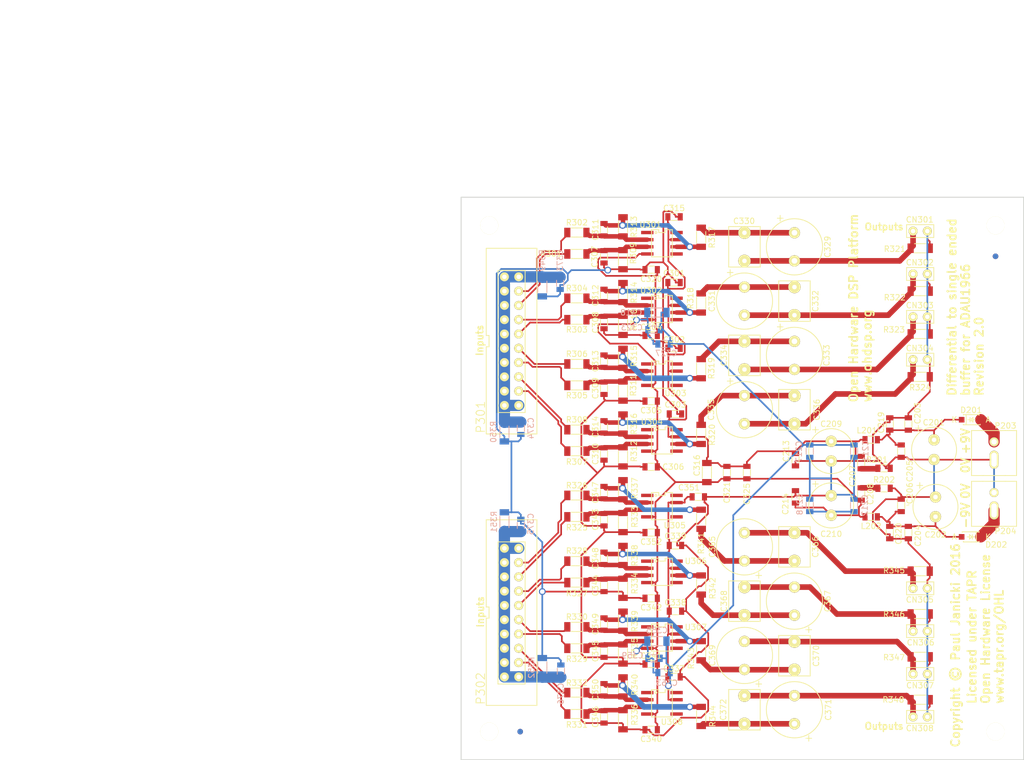
<source format=kicad_pcb>
(kicad_pcb (version 20171130) (host pcbnew "(5.1.12)-1")
  (title_block (title "Differential to Single Ended Buffer for ADAU1966 DAC") (date 2016-05-25) (rev 2.0) (company "Open Hardware DSP Platform - www.ohdsp.org") (comment 1 "MERCHANTABILITY, SATISFACTORY QUALITY AND FITNESS FOR A PARTICULAR PURPOSE.") (comment 2 "is distributed WITHOUT ANY EXPRESS OR IMPLIED WARRANTY, INCLUDING OF") (comment 3 "Licensed under the TAPR Open Hardware License (www.tapr.org/OHL). This documentation") (comment 4 "Copyright Paul Janicki 2016"))
  (layers (0 F.Cu signal) (31 B.Cu signal) (34 B.Paste user) (35 F.Paste user) (36 B.SilkS user) (37 F.SilkS user) (38 B.Mask user) (39 F.Mask user) (44 Edge.Cuts user))
  (net 0 "")
  (net 1 GNDA)
  (net 2 "Net-(C307-Pad1)")
  (net 3 "Net-(C201-Pad1)")
  (net 4 "Net-(C202-Pad2)")
  (net 5 "Net-(C207-Pad2)")
  (net 6 "Net-(C208-Pad1)")
  (net 7 "Net-(C308-Pad1)")
  (net 8 "Net-(C329-Pad1)")
  (net 9 "Net-(C331-Pad1)")
  (net 10 "Net-(C333-Pad1)")
  (net 11 "Net-(C333-Pad2)")
  (net 12 "Net-(C335-Pad1)")
  (net 13 "Net-(C335-Pad2)")
  (net 14 "Net-(C349-Pad1)")
  (net 15 "Net-(C349-Pad2)")
  (net 16 "Net-(D201-Pad1)")
  (net 17 "Net-(D202-Pad2)")
  (net 18 "Net-(P301-Pad4)")
  (net 19 "Net-(P301-Pad6)")
  (net 20 "Net-(P301-Pad8)")
  (net 21 "Net-(P301-Pad10)")
  (net 22 "Net-(P301-Pad12)")
  (net 23 "Net-(P301-Pad14)")
  (net 24 "Net-(P301-Pad16)")
  (net 25 "Net-(P301-Pad18)")
  (net 26 "Net-(P302-Pad4)")
  (net 27 "Net-(P302-Pad6)")
  (net 28 "Net-(P302-Pad8)")
  (net 29 "Net-(P302-Pad10)")
  (net 30 "Net-(P302-Pad12)")
  (net 31 "Net-(P302-Pad14)")
  (net 32 "Net-(P302-Pad16)")
  (net 33 "Net-(P302-Pad18)")
  (net 34 "Net-(C309-Pad1)")
  (net 35 "Net-(C310-Pad1)")
  (net 36 "Net-(C311-Pad1)")
  (net 37 "Net-(C311-Pad2)")
  (net 38 "Net-(C312-Pad1)")
  (net 39 "Net-(C312-Pad2)")
  (net 40 "Net-(C313-Pad1)")
  (net 41 "Net-(C313-Pad2)")
  (net 42 "Net-(C314-Pad1)")
  (net 43 "Net-(C314-Pad2)")
  (net 44 "Net-(C329-Pad2)")
  (net 45 "Net-(C331-Pad2)")
  (net 46 "Net-(C343-Pad1)")
  (net 47 "Net-(C344-Pad1)")
  (net 48 "Net-(C345-Pad1)")
  (net 49 "Net-(C346-Pad1)")
  (net 50 "Net-(C347-Pad1)")
  (net 51 "Net-(C347-Pad2)")
  (net 52 "Net-(C348-Pad1)")
  (net 53 "Net-(C348-Pad2)")
  (net 54 "Net-(C350-Pad1)")
  (net 55 "Net-(C350-Pad2)")
  (net 56 "Net-(C365-Pad1)")
  (net 57 "Net-(C365-Pad2)")
  (net 58 "Net-(C367-Pad1)")
  (net 59 "Net-(C367-Pad2)")
  (net 60 "Net-(C369-Pad1)")
  (net 61 "Net-(C369-Pad2)")
  (net 62 "Net-(C371-Pad1)")
  (net 63 "Net-(C371-Pad2)")
  (net 64 "Net-(C373-Pad1)")
  (net 65 "Net-(C375-Pad1)")
  (net 66 +9VA)
  (net 67 -9VA)
  (module MyKiCadLibs-Footprints:SMD-0805 (layer F.Cu) (at 175.184 101.74 180)
    (fp_text reference R202 (at 0 1.524 180) (layer F.SilkS))
    (fp_text value 47 hide)
    (pad 1 smd rect (at -1.1 0 180) (size 0.9 1.3) (layers F.Cu F.Paste F.Mask) (net 1 GNDA))
    (pad 2 smd rect (at 1.1 0 180) (size 0.9 1.3) (layers F.Cu F.Paste F.Mask) (net 6 "Net-(C208-Pad1)"))
  )
  (module MyKiCadLibs-Footprints:SMD-0805 (layer F.Cu) (at 175.184 98.184)
    (fp_text reference R201 (at -1.27 -1.524) (layer F.SilkS))
    (fp_text value 47 hide)
    (pad 1 smd rect (at -1.1 0) (size 0.9 1.3) (layers F.Cu F.Paste F.Mask) (net 5 "Net-(C207-Pad2)"))
    (pad 2 smd rect (at 1.1 0) (size 0.9 1.3) (layers F.Cu F.Paste F.Mask) (net 1 GNDA))
  )
  (module MyKiCadLibs-Footprints:SMD-0805 (layer B.Cu) (at 136.068 76.086 180)
    (fp_text reference C327 (at -0.381 -1.651 180) (layer B.SilkS) (effects (justify mirror)))
    (fp_text value 10n hide)
    (pad 1 smd rect (at -1.1 0 180) (size 0.9 1.3) (layers B.Cu B.Paste B.Mask) (net 66 +9VA))
    (pad 2 smd rect (at 1.1 0 180) (size 0.9 1.3) (layers B.Cu B.Paste B.Mask) (net 67 -9VA))
  )
  (module MyKiCadLibs-Footprints:SMD-0805 (layer F.Cu) (at 150.8 98.946 270)
    (fp_text reference C325 (at 3.81 0 270) (layer F.SilkS))
    (fp_text value 10n hide)
    (pad 1 smd rect (at -1.1 0 270) (size 0.9 1.3) (layers F.Cu F.Paste F.Mask) (net 66 +9VA))
    (pad 2 smd rect (at 1.1 0 270) (size 0.9 1.3) (layers F.Cu F.Paste F.Mask) (net 67 -9VA))
  )
  (module MyKiCadLibs-Footprints:SMD-0805 (layer B.Cu) (at 134.29 73.546 180)
    (fp_text reference C323 (at 3.937 0.381 180) (layer B.SilkS) (effects (justify mirror)))
    (fp_text value 100n hide)
    (pad 1 smd rect (at -1.1 0 180) (size 0.9 1.3) (layers B.Cu B.Paste B.Mask) (net 66 +9VA))
    (pad 2 smd rect (at 1.1 0 180) (size 0.9 1.3) (layers B.Cu B.Paste B.Mask) (net 67 -9VA))
  )
  (module MyKiCadLibs-Footprints:SMD-0805 (layer F.Cu) (at 125.4 90.818 90)
    (fp_text reference C314 (at 0 -1.524 270) (layer F.SilkS))
    (fp_text value 1n hide)
    (pad 1 smd rect (at -1.1 0 90) (size 0.9 1.3) (layers F.Cu F.Paste F.Mask) (net 42 "Net-(C314-Pad1)"))
    (pad 2 smd rect (at 1.1 0 90) (size 0.9 1.3) (layers F.Cu F.Paste F.Mask) (net 43 "Net-(C314-Pad2)"))
  )
  (module MyKiCadLibs-Footprints:SMD-0805 (layer F.Cu) (at 125.4 79.134 90)
    (fp_text reference C313 (at 0 -1.524 270) (layer F.SilkS))
    (fp_text value 1n hide)
    (pad 1 smd rect (at -1.1 0 90) (size 0.9 1.3) (layers F.Cu F.Paste F.Mask) (net 40 "Net-(C313-Pad1)"))
    (pad 2 smd rect (at 1.1 0 90) (size 0.9 1.3) (layers F.Cu F.Paste F.Mask) (net 41 "Net-(C313-Pad2)"))
  )
  (module MyKiCadLibs-Footprints:SMD-0805 (layer F.Cu) (at 125.4 55.766 90)
    (fp_text reference C311 (at 0 -1.524 270) (layer F.SilkS))
    (fp_text value 1n hide)
    (pad 1 smd rect (at -1.1 0 90) (size 0.9 1.3) (layers F.Cu F.Paste F.Mask) (net 36 "Net-(C311-Pad1)"))
    (pad 2 smd rect (at 1.1 0 90) (size 0.9 1.3) (layers F.Cu F.Paste F.Mask) (net 37 "Net-(C311-Pad2)"))
  )
  (module MyKiCadLibs-Footprints:SMD-0805 (layer F.Cu) (at 125.4 83.96 270)
    (fp_text reference C309 (at 0 1.524 90) (layer F.SilkS))
    (fp_text value 1n hide)
    (pad 1 smd rect (at -1.1 0 270) (size 0.9 1.3) (layers F.Cu F.Paste F.Mask) (net 34 "Net-(C309-Pad1)"))
    (pad 2 smd rect (at 1.1 0 270) (size 0.9 1.3) (layers F.Cu F.Paste F.Mask) (net 1 GNDA))
  )
  (module MyKiCadLibs-Footprints:SMD-0805 (layer F.Cu) (at 125.4 72.276 270)
    (fp_text reference C308 (at 0 1.524 90) (layer F.SilkS))
    (fp_text value 1n hide)
    (pad 1 smd rect (at -1.1 0 270) (size 0.9 1.3) (layers F.Cu F.Paste F.Mask) (net 7 "Net-(C308-Pad1)"))
    (pad 2 smd rect (at 1.1 0 270) (size 0.9 1.3) (layers F.Cu F.Paste F.Mask) (net 1 GNDA))
  )
  (module MyKiCadLibs-Footprints:CAP-TH-D8mmP3.5mm (layer F.Cu) (at 184.074 94.882 270)
    (fp_text reference C201 (at -4.826 0.076) (layer F.SilkS))
    (fp_text value 220u hide)
    (pad 1 thru_hole circle (at -1.75 0 270) (size 2 2) (drill 0.8) (layers *.Cu *.Mask F.SilkS) (net 3 "Net-(C201-Pad1)"))
    (pad 2 thru_hole circle (at 1.75 0 270) (size 2 2) (drill 0.8) (layers *.Cu *.Mask F.SilkS) (net 1 GNDA))
  )
  (module MyKiCadLibs-Footprints:CAP-TH-D8mmP3.5mm (layer F.Cu) (at 184.328 105.042 270)
    (fp_text reference C202 (at 4.953 0) (layer F.SilkS))
    (fp_text value 220u hide)
    (pad 1 thru_hole circle (at -1.75 0 270) (size 2 2) (drill 0.8) (layers *.Cu *.Mask F.SilkS) (net 1 GNDA))
    (pad 2 thru_hole circle (at 1.75 0 270) (size 2 2) (drill 0.8) (layers *.Cu *.Mask F.SilkS) (net 4 "Net-(C202-Pad2)"))
  )
  (module MyKiCadLibs-Footprints:SMD-0805 (layer F.Cu) (at 179.502 90.31 90)
    (fp_text reference C203 (at 1.905 1.651 90) (layer F.SilkS))
    (fp_text value 100n hide)
    (pad 1 smd rect (at -1.1 0 90) (size 0.9 1.3) (layers F.Cu F.Paste F.Mask) (net 3 "Net-(C201-Pad1)"))
    (pad 2 smd rect (at 1.1 0 90) (size 0.9 1.3) (layers F.Cu F.Paste F.Mask) (net 1 GNDA))
  )
  (module MyKiCadLibs-Footprints:SMD-0805 (layer F.Cu) (at 179.502 109.614 90)
    (fp_text reference C204 (at -0.5715 1.7145 90) (layer F.SilkS))
    (fp_text value 100n hide)
    (pad 1 smd rect (at -1.1 0 90) (size 0.9 1.3) (layers F.Cu F.Paste F.Mask) (net 1 GNDA))
    (pad 2 smd rect (at 1.1 0 90) (size 0.9 1.3) (layers F.Cu F.Paste F.Mask) (net 4 "Net-(C202-Pad2)"))
  )
  (module MyKiCadLibs-Footprints:SMD-0805 (layer F.Cu) (at 178.232 95.136 270)
    (fp_text reference C205 (at 3.556 -1.524 270) (layer F.SilkS))
    (fp_text value 10n hide)
    (pad 1 smd rect (at -1.1 0 270) (size 0.9 1.3) (layers F.Cu F.Paste F.Mask) (net 3 "Net-(C201-Pad1)"))
    (pad 2 smd rect (at 1.1 0 270) (size 0.9 1.3) (layers F.Cu F.Paste F.Mask) (net 1 GNDA))
  )
  (module MyKiCadLibs-Footprints:SMD-0805 (layer F.Cu) (at 178.232 104.788 270)
    (fp_text reference C206 (at -2.159 -1.524 270) (layer F.SilkS))
    (fp_text value 10n hide)
    (pad 1 smd rect (at -1.1 0 270) (size 0.9 1.3) (layers F.Cu F.Paste F.Mask) (net 1 GNDA))
    (pad 2 smd rect (at 1.1 0 270) (size 0.9 1.3) (layers F.Cu F.Paste F.Mask) (net 4 "Net-(C202-Pad2)"))
  )
  (module MyKiCadLibs-Footprints:SMD-0805 (layer F.Cu) (at 171.12 97.168 270)
    (fp_text reference C207 (at 2.413 1.524 270) (layer F.SilkS))
    (fp_text value 100p hide)
    (pad 1 smd rect (at -1.1 0 270) (size 0.9 1.3) (layers F.Cu F.Paste F.Mask) (net 66 +9VA))
    (pad 2 smd rect (at 1.1 0 270) (size 0.9 1.3) (layers F.Cu F.Paste F.Mask) (net 5 "Net-(C207-Pad2)"))
  )
  (module MyKiCadLibs-Footprints:SMD-0805 (layer F.Cu) (at 171.12 102.756 270)
    (fp_text reference C208 (at 0 -1.651 270) (layer F.SilkS))
    (fp_text value 100p hide)
    (pad 1 smd rect (at -1.1 0 270) (size 0.9 1.3) (layers F.Cu F.Paste F.Mask) (net 6 "Net-(C208-Pad1)"))
    (pad 2 smd rect (at 1.1 0 270) (size 0.9 1.3) (layers F.Cu F.Paste F.Mask) (net 67 -9VA))
  )
  (module MyKiCadLibs-Footprints:CAP-TH-D8mmP3.5mm (layer F.Cu) (at 165.786 95.136 270)
    (fp_text reference C209 (at -4.826 0) (layer F.SilkS))
    (fp_text value 220u hide)
    (pad 1 thru_hole circle (at -1.75 0 270) (size 2 2) (drill 0.8) (layers *.Cu *.Mask F.SilkS) (net 66 +9VA))
    (pad 2 thru_hole circle (at 1.75 0 270) (size 2 2) (drill 0.8) (layers *.Cu *.Mask F.SilkS) (net 1 GNDA))
  )
  (module MyKiCadLibs-Footprints:CAP-TH-D8mmP3.5mm (layer F.Cu) (at 165.786 104.788 270)
    (fp_text reference C210 (at 5.08 0) (layer F.SilkS))
    (fp_text value 220u hide)
    (pad 1 thru_hole circle (at -1.75 0 270) (size 2 2) (drill 0.8) (layers *.Cu *.Mask F.SilkS) (net 1 GNDA))
    (pad 2 thru_hole circle (at 1.75 0 270) (size 2 2) (drill 0.8) (layers *.Cu *.Mask F.SilkS) (net 67 -9VA))
  )
  (module MyKiCadLibs-Footprints:SMD-0805 (layer B.Cu) (at 169.85 95.136 270)
    (fp_text reference C211 (at 0 -2.032 270) (layer B.SilkS) (effects (justify mirror)))
    (fp_text value 100n hide)
    (pad 1 smd rect (at -1.1 0 270) (size 0.9 1.3) (layers B.Cu B.Paste B.Mask) (net 66 +9VA))
    (pad 2 smd rect (at 1.1 0 270) (size 0.9 1.3) (layers B.Cu B.Paste B.Mask) (net 1 GNDA))
  )
  (module MyKiCadLibs-Footprints:SMD-0805 (layer B.Cu) (at 169.85 104.788 270)
    (fp_text reference C212 (at 0 -1.905 270) (layer B.SilkS) (effects (justify mirror)))
    (fp_text value 100n hide)
    (pad 1 smd rect (at -1.1 0 270) (size 0.9 1.3) (layers B.Cu B.Paste B.Mask) (net 1 GNDA))
    (pad 2 smd rect (at 1.1 0 270) (size 0.9 1.3) (layers B.Cu B.Paste B.Mask) (net 67 -9VA))
  )
  (module MyKiCadLibs-Footprints:SMD-0805 (layer F.Cu) (at 159.436 96.66 270)
    (fp_text reference C213 (at -1.524 1.651 270) (layer F.SilkS))
    (fp_text value 10n hide)
    (pad 1 smd rect (at -1.1 0 270) (size 0.9 1.3) (layers F.Cu F.Paste F.Mask) (net 66 +9VA))
    (pad 2 smd rect (at 1.1 0 270) (size 0.9 1.3) (layers F.Cu F.Paste F.Mask) (net 1 GNDA))
  )
  (module MyKiCadLibs-Footprints:SMD-0805 (layer F.Cu) (at 159.436 103.264 270)
    (fp_text reference C214 (at 1.27 1.778 270) (layer F.SilkS))
    (fp_text value 10n hide)
    (pad 1 smd rect (at -1.1 0 270) (size 0.9 1.3) (layers F.Cu F.Paste F.Mask) (net 1 GNDA))
    (pad 2 smd rect (at 1.1 0 270) (size 0.9 1.3) (layers F.Cu F.Paste F.Mask) (net 67 -9VA))
  )
  (module MyKiCadLibs-Footprints:SMD-0805 (layer F.Cu) (at 125.4 60.592 270)
    (fp_text reference C307 (at 0 1.651 90) (layer F.SilkS))
    (fp_text value 1n hide)
    (pad 1 smd rect (at -1.1 0 270) (size 0.9 1.3) (layers F.Cu F.Paste F.Mask) (net 2 "Net-(C307-Pad1)"))
    (pad 2 smd rect (at 1.1 0 270) (size 0.9 1.3) (layers F.Cu F.Paste F.Mask) (net 1 GNDA))
  )
  (module MyKiCadLibs-Footprints:SMD-0805 (layer F.Cu) (at 125.4 95.644 270)
    (fp_text reference C310 (at 0 1.524 90) (layer F.SilkS))
    (fp_text value 1n hide)
    (pad 1 smd rect (at -1.1 0 270) (size 0.9 1.3) (layers F.Cu F.Paste F.Mask) (net 35 "Net-(C310-Pad1)"))
    (pad 2 smd rect (at 1.1 0 270) (size 0.9 1.3) (layers F.Cu F.Paste F.Mask) (net 1 GNDA))
  )
  (module MyKiCadLibs-Footprints:SMD-0805 (layer F.Cu) (at 125.4 67.45 90)
    (fp_text reference C312 (at 0 -1.524 270) (layer F.SilkS))
    (fp_text value 1n hide)
    (pad 1 smd rect (at -1.1 0 90) (size 0.9 1.3) (layers F.Cu F.Paste F.Mask) (net 38 "Net-(C312-Pad1)"))
    (pad 2 smd rect (at 1.1 0 90) (size 0.9 1.3) (layers F.Cu F.Paste F.Mask) (net 39 "Net-(C312-Pad2)"))
  )
  (module MyKiCadLibs-Footprints:SMD-0805 (layer F.Cu) (at 147.244 98.946 270)
    (fp_text reference C321 (at 3.556 0 270) (layer F.SilkS))
    (fp_text value 100n hide)
    (pad 1 smd rect (at -1.1 0 270) (size 0.9 1.3) (layers F.Cu F.Paste F.Mask) (net 66 +9VA))
    (pad 2 smd rect (at 1.1 0 270) (size 0.9 1.3) (layers F.Cu F.Paste F.Mask) (net 67 -9VA))
  )
  (module MyKiCadLibs-Footprints:CAP_TH_5mm (layer F.Cu) (at 150.368 58.814 270)
    (fp_text reference C330 (at -4.572 0.076) (layer F.SilkS))
    (fp_text value 100n hide)
    (pad 1 thru_hole circle (at -2.5 0 270) (size 2.2 2.2) (drill 0.8) (layers *.Cu *.Mask F.SilkS) (net 8 "Net-(C329-Pad1)"))
    (pad 2 thru_hole circle (at 2.5 0 270) (size 2.2 2.2) (drill 0.8) (layers *.Cu *.Mask F.SilkS) (net 44 "Net-(C329-Pad2)"))
  )
  (module MyKiCadLibs-Footprints:CAP_TH_5mm (layer F.Cu) (at 159.258 68.466 270)
    (fp_text reference C332 (at 0 -3.734 270) (layer F.SilkS))
    (fp_text value 100n hide)
    (pad 1 thru_hole circle (at -2.5 0 270) (size 2.2 2.2) (drill 0.8) (layers *.Cu *.Mask F.SilkS) (net 9 "Net-(C331-Pad1)"))
    (pad 2 thru_hole circle (at 2.5 0 270) (size 2.2 2.2) (drill 0.8) (layers *.Cu *.Mask F.SilkS) (net 45 "Net-(C331-Pad2)"))
  )
  (module MyKiCadLibs-Footprints:CAP_TH_5mm (layer F.Cu) (at 150.368 78.118 270)
    (fp_text reference C334 (at 0 3.632 270) (layer F.SilkS))
    (fp_text value 100n hide)
    (pad 1 thru_hole circle (at -2.5 0 270) (size 2.2 2.2) (drill 0.8) (layers *.Cu *.Mask F.SilkS) (net 10 "Net-(C333-Pad1)"))
    (pad 2 thru_hole circle (at 2.5 0 270) (size 2.2 2.2) (drill 0.8) (layers *.Cu *.Mask F.SilkS) (net 11 "Net-(C333-Pad2)"))
  )
  (module MyKiCadLibs-Footprints:CAP_TH_5mm (layer F.Cu) (at 159.258 87.77 270)
    (fp_text reference C336 (at 0 -3.988 270) (layer F.SilkS))
    (fp_text value 100n hide)
    (pad 1 thru_hole circle (at -2.5 0 270) (size 2.2 2.2) (drill 0.8) (layers *.Cu *.Mask F.SilkS) (net 12 "Net-(C335-Pad1)"))
    (pad 2 thru_hole circle (at 2.5 0 270) (size 2.2 2.2) (drill 0.8) (layers *.Cu *.Mask F.SilkS) (net 13 "Net-(C335-Pad2)"))
  )
  (module MyKiCadLibs-Footprints:CONN_SIL_2 (layer F.Cu) (at 180.34 56.02)
    (fp_text reference CN301 (at 1.194 -2.032) (layer F.SilkS))
    (fp_text value COAX hide)
    (pad 1 thru_hole circle (at 0 0) (size 1.6 1.6) (drill 0.8) (layers *.Cu *.Mask F.SilkS) (net 44 "Net-(C329-Pad2)"))
    (pad 2 thru_hole circle (at 2.54 0) (size 1.6 1.6) (drill 0.8) (layers *.Cu *.Mask F.SilkS) (net 1 GNDA))
  )
  (module MyKiCadLibs-Footprints:CONN_SIL_2 (layer F.Cu) (at 180.34 63.64)
    (fp_text reference CN302 (at 1.194 -2.032) (layer F.SilkS))
    (fp_text value COAX hide)
    (pad 1 thru_hole circle (at 0 0) (size 1.6 1.6) (drill 0.8) (layers *.Cu *.Mask F.SilkS) (net 45 "Net-(C331-Pad2)"))
    (pad 2 thru_hole circle (at 2.54 0) (size 1.6 1.6) (drill 0.8) (layers *.Cu *.Mask F.SilkS) (net 1 GNDA))
  )
  (module MyKiCadLibs-Footprints:CONN_SIL_2 (layer F.Cu) (at 180.34 71.26)
    (fp_text reference CN303 (at 1.194 -2.032) (layer F.SilkS))
    (fp_text value COAX hide)
    (pad 1 thru_hole circle (at 0 0) (size 1.6 1.6) (drill 0.8) (layers *.Cu *.Mask F.SilkS) (net 11 "Net-(C333-Pad2)"))
    (pad 2 thru_hole circle (at 2.54 0) (size 1.6 1.6) (drill 0.8) (layers *.Cu *.Mask F.SilkS) (net 1 GNDA))
  )
  (module MyKiCadLibs-Footprints:CONN_SIL_2 (layer F.Cu) (at 180.34 78.88)
    (fp_text reference CN304 (at 1.194 -2.032) (layer F.SilkS))
    (fp_text value COAX hide)
    (pad 1 thru_hole circle (at 0 0) (size 1.6 1.6) (drill 0.8) (layers *.Cu *.Mask F.SilkS) (net 13 "Net-(C335-Pad2)"))
    (pad 2 thru_hole circle (at 2.54 0) (size 1.6 1.6) (drill 0.8) (layers *.Cu *.Mask F.SilkS) (net 1 GNDA))
  )
  (module MyKiCadLibs-Footprints:SMD-0805 (layer F.Cu) (at 172.898 93.104 180)
    (fp_text reference L201 (at 0.762 1.651 180) (layer F.SilkS))
    (fp_text value 600R@100MHz hide)
    (pad 1 smd rect (at -1.1 0 180) (size 0.9 1.3) (layers F.Cu F.Paste F.Mask) (net 3 "Net-(C201-Pad1)"))
    (pad 2 smd rect (at 1.1 0 180) (size 0.9 1.3) (layers F.Cu F.Paste F.Mask) (net 66 +9VA))
  )
  (module MyKiCadLibs-Footprints:SMD-0805 (layer F.Cu) (at 172.898 106.82 180)
    (fp_text reference L202 (at 0.0252 -1.651 180) (layer F.SilkS))
    (fp_text value 600R@100MHz hide)
    (pad 1 smd rect (at -1.1 0 180) (size 0.9 1.3) (layers F.Cu F.Paste F.Mask) (net 4 "Net-(C202-Pad2)"))
    (pad 2 smd rect (at 1.1 0 180) (size 0.9 1.3) (layers F.Cu F.Paste F.Mask) (net 67 -9VA))
  )
  (module MyKiCadLibs-Footprints:CONN-2WAY-2.54mm-3.81mm-SPACING (layer F.Cu) (at 194.742 93.485 270)
    (fp_text reference P203 (at -2.8575 -2.032 180) (layer F.SilkS))
    (fp_text value CONN_2x1 hide)
    (pad 1 thru_hole circle (at 0 0 270) (size 1.6 1.6) (drill 1) (layers *.Cu *.Mask F.SilkS) (net 16 "Net-(D201-Pad1)"))
    (pad 2 thru_hole oval (at 3.175 0 270) (size 3.2 1.6) (drill oval 2.54 1) (layers *.Cu *.Mask F.SilkS) (net 1 GNDA))
  )
  (module MyKiCadLibs-Footprints:CONN-2WAY-2.54mm-3.81mm-SPACING (layer F.Cu) (at 194.742 102.502 270)
    (fp_text reference P204 (at 6.858 -2.032) (layer F.SilkS))
    (fp_text value CONN_2x1 hide)
    (pad 1 thru_hole circle (at 0 0 270) (size 1.6 1.6) (drill 1) (layers *.Cu *.Mask F.SilkS) (net 1 GNDA))
    (pad 2 thru_hole oval (at 3.175 0 270) (size 3.2 1.6) (drill oval 2.54 1) (layers *.Cu *.Mask F.SilkS) (net 17 "Net-(D202-Pad2)"))
  )
  (module MyKiCadLibs-Footprints:CONN_DIL_2X10_BOX (layer F.Cu) (at 108.966 75.578)
    (fp_text reference P301 (at -5.5 13.5 90) (layer F.SilkS) (effects (font (size 1.5 1.5))))
    (fp_text value CONN_02X10 hide)
    (pad 1 thru_hole circle (at -1.27 -11.43) (size 1.6 1.6) (drill 0.8) (layers *.Cu *.Mask F.SilkS) (net 64 "Net-(C373-Pad1)"))
    (pad 2 thru_hole circle (at 1.27 -11.43) (size 1.6 1.6) (drill 0.8) (layers *.Cu *.Mask F.SilkS) (net 64 "Net-(C373-Pad1)"))
    (pad 3 thru_hole circle (at -1.27 -8.89) (size 1.6 1.6) (drill 0.8) (layers *.Cu *.Mask F.SilkS) (net 64 "Net-(C373-Pad1)"))
    (pad 4 thru_hole circle (at 1.27 -8.89) (size 1.6 1.6) (drill 0.8) (layers *.Cu *.Mask F.SilkS) (net 18 "Net-(P301-Pad4)"))
    (pad 5 thru_hole circle (at -1.27 -6.35) (size 1.6 1.6) (drill 0.8) (layers *.Cu *.Mask F.SilkS) (net 64 "Net-(C373-Pad1)"))
    (pad 6 thru_hole circle (at 1.27 -6.35) (size 1.6 1.6) (drill 0.8) (layers *.Cu *.Mask F.SilkS) (net 19 "Net-(P301-Pad6)"))
    (pad 7 thru_hole circle (at -1.27 -3.81) (size 1.6 1.6) (drill 0.8) (layers *.Cu *.Mask F.SilkS) (net 64 "Net-(C373-Pad1)"))
    (pad 8 thru_hole circle (at 1.27 -3.81) (size 1.6 1.6) (drill 0.8) (layers *.Cu *.Mask F.SilkS) (net 20 "Net-(P301-Pad8)"))
    (pad 9 thru_hole circle (at -1.27 -1.27) (size 1.6 1.6) (drill 0.8) (layers *.Cu *.Mask F.SilkS) (net 64 "Net-(C373-Pad1)"))
    (pad 10 thru_hole circle (at 1.27 -1.27) (size 1.6 1.6) (drill 0.8) (layers *.Cu *.Mask F.SilkS) (net 21 "Net-(P301-Pad10)"))
    (pad 11 thru_hole circle (at -1.27 1.27) (size 1.6 1.6) (drill 0.8) (layers *.Cu *.Mask F.SilkS) (net 64 "Net-(C373-Pad1)"))
    (pad 12 thru_hole circle (at 1.27 1.27) (size 1.6 1.6) (drill 0.8) (layers *.Cu *.Mask F.SilkS) (net 22 "Net-(P301-Pad12)"))
    (pad 13 thru_hole circle (at -1.27 3.81) (size 1.6 1.6) (drill 0.8) (layers *.Cu *.Mask F.SilkS) (net 64 "Net-(C373-Pad1)"))
    (pad 14 thru_hole circle (at 1.27 3.81) (size 1.6 1.6) (drill 0.8) (layers *.Cu *.Mask F.SilkS) (net 23 "Net-(P301-Pad14)"))
    (pad 15 thru_hole circle (at -1.27 6.35) (size 1.6 1.6) (drill 0.8) (layers *.Cu *.Mask F.SilkS) (net 64 "Net-(C373-Pad1)"))
    (pad 16 thru_hole circle (at 1.27 6.35) (size 1.6 1.6) (drill 0.8) (layers *.Cu *.Mask F.SilkS) (net 24 "Net-(P301-Pad16)"))
    (pad 17 thru_hole circle (at -1.27 8.89) (size 1.6 1.6) (drill 0.8) (layers *.Cu *.Mask F.SilkS) (net 64 "Net-(C373-Pad1)"))
    (pad 18 thru_hole circle (at 1.27 8.89) (size 1.6 1.6) (drill 0.8) (layers *.Cu *.Mask F.SilkS) (net 25 "Net-(P301-Pad18)"))
    (pad 19 thru_hole circle (at -1.27 11.43) (size 1.6 1.6) (drill 0.8) (layers *.Cu *.Mask F.SilkS) (net 64 "Net-(C373-Pad1)"))
    (pad 20 thru_hole circle (at 1.27 11.43) (size 1.6 1.6) (drill 0.8) (layers *.Cu *.Mask F.SilkS) (net 64 "Net-(C373-Pad1)"))
  )
  (module MyKiCadLibs-Footprints:SMD-1206 (layer F.Cu) (at 120.574 60.084 180)
    (fp_text reference R301 (at 4.5972 0.0508 180) (layer F.SilkS))
    (fp_text value 1k3 hide)
    (pad 1 smd rect (at -1.7 0 180) (size 1.1 1.7) (layers F.Cu F.Paste F.Mask) (net 2 "Net-(C307-Pad1)"))
    (pad 2 smd rect (at 1.7 0 180) (size 1.1 1.7) (layers F.Cu F.Paste F.Mask) (net 19 "Net-(P301-Pad6)"))
  )
  (module MyKiCadLibs-Footprints:SMD-1206 (layer F.Cu) (at 120.574 56.274 180)
    (fp_text reference R302 (at 0 1.778 180) (layer F.SilkS))
    (fp_text value 1k3 hide)
    (pad 1 smd rect (at -1.7 0 180) (size 1.1 1.7) (layers F.Cu F.Paste F.Mask) (net 36 "Net-(C311-Pad1)"))
    (pad 2 smd rect (at 1.7 0 180) (size 1.1 1.7) (layers F.Cu F.Paste F.Mask) (net 18 "Net-(P301-Pad4)"))
  )
  (module MyKiCadLibs-Footprints:SMD-1206 (layer F.Cu) (at 120.574 71.768 180)
    (fp_text reference R303 (at 0 -1.778 180) (layer F.SilkS))
    (fp_text value 1k3 hide)
    (pad 1 smd rect (at -1.7 0 180) (size 1.1 1.7) (layers F.Cu F.Paste F.Mask) (net 7 "Net-(C308-Pad1)"))
    (pad 2 smd rect (at 1.7 0 180) (size 1.1 1.7) (layers F.Cu F.Paste F.Mask) (net 21 "Net-(P301-Pad10)"))
  )
  (module MyKiCadLibs-Footprints:SMD-1206 (layer F.Cu) (at 120.574 67.958 180)
    (fp_text reference R304 (at 0 1.778 180) (layer F.SilkS))
    (fp_text value 1k3 hide)
    (pad 1 smd rect (at -1.7 0 180) (size 1.1 1.7) (layers F.Cu F.Paste F.Mask) (net 38 "Net-(C312-Pad1)"))
    (pad 2 smd rect (at 1.7 0 180) (size 1.1 1.7) (layers F.Cu F.Paste F.Mask) (net 20 "Net-(P301-Pad8)"))
  )
  (module MyKiCadLibs-Footprints:SMD-1206 (layer F.Cu) (at 120.574 83.452 180)
    (fp_text reference R305 (at 0 -1.778 180) (layer F.SilkS))
    (fp_text value 1k3 hide)
    (pad 1 smd rect (at -1.7 0 180) (size 1.1 1.7) (layers F.Cu F.Paste F.Mask) (net 34 "Net-(C309-Pad1)"))
    (pad 2 smd rect (at 1.7 0 180) (size 1.1 1.7) (layers F.Cu F.Paste F.Mask) (net 23 "Net-(P301-Pad14)"))
  )
  (module MyKiCadLibs-Footprints:SMD-1206 (layer F.Cu) (at 120.574 79.642 180)
    (fp_text reference R306 (at 0 1.778 180) (layer F.SilkS))
    (fp_text value 1k3 hide)
    (pad 1 smd rect (at -1.7 0 180) (size 1.1 1.7) (layers F.Cu F.Paste F.Mask) (net 40 "Net-(C313-Pad1)"))
    (pad 2 smd rect (at 1.7 0 180) (size 1.1 1.7) (layers F.Cu F.Paste F.Mask) (net 22 "Net-(P301-Pad12)"))
  )
  (module MyKiCadLibs-Footprints:SMD-1206 (layer F.Cu) (at 120.574 95.136 180)
    (fp_text reference R307 (at 0 -1.905 180) (layer F.SilkS))
    (fp_text value 1k3 hide)
    (pad 1 smd rect (at -1.7 0 180) (size 1.1 1.7) (layers F.Cu F.Paste F.Mask) (net 35 "Net-(C310-Pad1)"))
    (pad 2 smd rect (at 1.7 0 180) (size 1.1 1.7) (layers F.Cu F.Paste F.Mask) (net 25 "Net-(P301-Pad18)"))
  )
  (module MyKiCadLibs-Footprints:SMD-1206 (layer F.Cu) (at 120.574 91.326 180)
    (fp_text reference R308 (at 0 1.778 180) (layer F.SilkS))
    (fp_text value 1k3 hide)
    (pad 1 smd rect (at -1.7 0 180) (size 1.1 1.7) (layers F.Cu F.Paste F.Mask) (net 42 "Net-(C314-Pad1)"))
    (pad 2 smd rect (at 1.7 0 180) (size 1.1 1.7) (layers F.Cu F.Paste F.Mask) (net 24 "Net-(P301-Pad16)"))
  )
  (module MyKiCadLibs-Footprints:SMD-1206 (layer F.Cu) (at 128.778 61.1 90)
    (fp_text reference R309 (at 1.143 1.829 270) (layer F.SilkS))
    (fp_text value 1k5 hide)
    (pad 1 smd rect (at -1.7 0 90) (size 1.1 1.7) (layers F.Cu F.Paste F.Mask) (net 1 GNDA))
    (pad 2 smd rect (at 1.7 0 90) (size 1.1 1.7) (layers F.Cu F.Paste F.Mask) (net 2 "Net-(C307-Pad1)"))
  )
  (module MyKiCadLibs-Footprints:SMD-1206 (layer F.Cu) (at 128.778 72.784 90)
    (fp_text reference R310 (at 1.016 1.956 270) (layer F.SilkS))
    (fp_text value 1k5 hide)
    (pad 1 smd rect (at -1.7 0 90) (size 1.1 1.7) (layers F.Cu F.Paste F.Mask) (net 1 GNDA))
    (pad 2 smd rect (at 1.7 0 90) (size 1.1 1.7) (layers F.Cu F.Paste F.Mask) (net 7 "Net-(C308-Pad1)"))
  )
  (module MyKiCadLibs-Footprints:SMD-1206 (layer F.Cu) (at 128.778 84.468 90)
    (fp_text reference R311 (at 1.016 1.829 270) (layer F.SilkS))
    (fp_text value 1k5 hide)
    (pad 1 smd rect (at -1.7 0 90) (size 1.1 1.7) (layers F.Cu F.Paste F.Mask) (net 1 GNDA))
    (pad 2 smd rect (at 1.7 0 90) (size 1.1 1.7) (layers F.Cu F.Paste F.Mask) (net 34 "Net-(C309-Pad1)"))
  )
  (module MyKiCadLibs-Footprints:SMD-1206 (layer F.Cu) (at 128.778 96.152 90)
    (fp_text reference R312 (at 1.016 1.956 270) (layer F.SilkS))
    (fp_text value 1k5 hide)
    (pad 1 smd rect (at -1.7 0 90) (size 1.1 1.7) (layers F.Cu F.Paste F.Mask) (net 1 GNDA))
    (pad 2 smd rect (at 1.7 0 90) (size 1.1 1.7) (layers F.Cu F.Paste F.Mask) (net 35 "Net-(C310-Pad1)"))
  )
  (module MyKiCadLibs-Footprints:SMD-1206 (layer F.Cu) (at 128.778 55.258 270)
    (fp_text reference R313 (at 0 -1.956 270) (layer F.SilkS))
    (fp_text value 1k5 hide)
    (pad 1 smd rect (at -1.7 0 270) (size 1.1 1.7) (layers F.Cu F.Paste F.Mask) (net 37 "Net-(C311-Pad2)"))
    (pad 2 smd rect (at 1.7 0 270) (size 1.1 1.7) (layers F.Cu F.Paste F.Mask) (net 36 "Net-(C311-Pad1)"))
  )
  (module MyKiCadLibs-Footprints:SMD-1206 (layer F.Cu) (at 128.778 66.942 270)
    (fp_text reference R314 (at 0 -1.956 90) (layer F.SilkS))
    (fp_text value 1k5 hide)
    (pad 1 smd rect (at -1.7 0 270) (size 1.1 1.7) (layers F.Cu F.Paste F.Mask) (net 39 "Net-(C312-Pad2)"))
    (pad 2 smd rect (at 1.7 0 270) (size 1.1 1.7) (layers F.Cu F.Paste F.Mask) (net 38 "Net-(C312-Pad1)"))
  )
  (module MyKiCadLibs-Footprints:SMD-1206 (layer F.Cu) (at 128.778 78.626 270)
    (fp_text reference R315 (at -0.381 -1.956 90) (layer F.SilkS))
    (fp_text value 1k5 hide)
    (pad 1 smd rect (at -1.7 0 270) (size 1.1 1.7) (layers F.Cu F.Paste F.Mask) (net 41 "Net-(C313-Pad2)"))
    (pad 2 smd rect (at 1.7 0 270) (size 1.1 1.7) (layers F.Cu F.Paste F.Mask) (net 40 "Net-(C313-Pad1)"))
  )
  (module MyKiCadLibs-Footprints:SMD-1206 (layer F.Cu) (at 128.778 90.31 270)
    (fp_text reference R316 (at 0 -1.956 90) (layer F.SilkS))
    (fp_text value 1k5 hide)
    (pad 1 smd rect (at -1.7 0 270) (size 1.1 1.7) (layers F.Cu F.Paste F.Mask) (net 43 "Net-(C314-Pad2)"))
    (pad 2 smd rect (at 1.7 0 270) (size 1.1 1.7) (layers F.Cu F.Paste F.Mask) (net 42 "Net-(C314-Pad1)"))
  )
  (module MyKiCadLibs-Footprints:SMD-1206 (layer F.Cu) (at 142.672 57.114 270)
    (fp_text reference R317 (at 0.0252 -1.9304 270) (layer F.SilkS))
    (fp_text value 100 hide)
    (pad 1 smd rect (at -1.7 0 270) (size 1.1 1.7) (layers F.Cu F.Paste F.Mask) (net 8 "Net-(C329-Pad1)"))
    (pad 2 smd rect (at 1.7 0 270) (size 1.1 1.7) (layers F.Cu F.Paste F.Mask) (net 37 "Net-(C311-Pad2)"))
  )
  (module MyKiCadLibs-Footprints:SMD-1206 (layer F.Cu) (at 142.672 68.798 270)
    (fp_text reference R318 (at -0.84 1.905 270) (layer F.SilkS))
    (fp_text value 100 hide)
    (pad 1 smd rect (at -1.7 0 270) (size 1.1 1.7) (layers F.Cu F.Paste F.Mask) (net 9 "Net-(C331-Pad1)"))
    (pad 2 smd rect (at 1.7 0 270) (size 1.1 1.7) (layers F.Cu F.Paste F.Mask) (net 39 "Net-(C312-Pad2)"))
  )
  (module MyKiCadLibs-Footprints:SMD-1206 (layer F.Cu) (at 142.672 80.482 270)
    (fp_text reference R319 (at -0.0764 -1.8288 270) (layer F.SilkS))
    (fp_text value 100 hide)
    (pad 1 smd rect (at -1.7 0 270) (size 1.1 1.7) (layers F.Cu F.Paste F.Mask) (net 10 "Net-(C333-Pad1)"))
    (pad 2 smd rect (at 1.7 0 270) (size 1.1 1.7) (layers F.Cu F.Paste F.Mask) (net 41 "Net-(C313-Pad2)"))
  )
  (module MyKiCadLibs-Footprints:SMD-1206 (layer F.Cu) (at 142.672 92.166 270)
    (fp_text reference R320 (at 0.076 -1.9304 270) (layer F.SilkS))
    (fp_text value 100 hide)
    (pad 1 smd rect (at -1.7 0 270) (size 1.1 1.7) (layers F.Cu F.Paste F.Mask) (net 12 "Net-(C335-Pad1)"))
    (pad 2 smd rect (at 1.7 0 270) (size 1.1 1.7) (layers F.Cu F.Paste F.Mask) (net 43 "Net-(C314-Pad2)"))
  )
  (module MyKiCadLibs-Footprints:SMD-1206 (layer F.Cu) (at 181.61 59.068 180)
    (fp_text reference R321 (at 4.521 -0.127 180) (layer F.SilkS))
    (fp_text value 100k hide)
    (pad 1 smd rect (at -1.7 0 180) (size 1.1 1.7) (layers F.Cu F.Paste F.Mask) (net 1 GNDA))
    (pad 2 smd rect (at 1.7 0 180) (size 1.1 1.7) (layers F.Cu F.Paste F.Mask) (net 44 "Net-(C329-Pad2)"))
  )
  (module MyKiCadLibs-Footprints:SMD-1206 (layer F.Cu) (at 181.61 66.688 180)
    (fp_text reference R322 (at 4.521 -1.143 180) (layer F.SilkS))
    (fp_text value 100k hide)
    (pad 1 smd rect (at -1.7 0 180) (size 1.1 1.7) (layers F.Cu F.Paste F.Mask) (net 1 GNDA))
    (pad 2 smd rect (at 1.7 0 180) (size 1.1 1.7) (layers F.Cu F.Paste F.Mask) (net 45 "Net-(C331-Pad2)"))
  )
  (module MyKiCadLibs-Footprints:SMD-1206 (layer F.Cu) (at 181.61 74.308 180)
    (fp_text reference R323 (at 4.648 0.762 180) (layer F.SilkS))
    (fp_text value 100k hide)
    (pad 1 smd rect (at -1.7 0 180) (size 1.1 1.7) (layers F.Cu F.Paste F.Mask) (net 1 GNDA))
    (pad 2 smd rect (at 1.7 0 180) (size 1.1 1.7) (layers F.Cu F.Paste F.Mask) (net 11 "Net-(C333-Pad2)"))
  )
  (module MyKiCadLibs-Footprints:SMD-1206 (layer F.Cu) (at 181.61 81.928 180)
    (fp_text reference R324 (at 0 -1.905 180) (layer F.SilkS))
    (fp_text value 100k hide)
    (pad 1 smd rect (at -1.7 0 180) (size 1.1 1.7) (layers F.Cu F.Paste F.Mask) (net 1 GNDA))
    (pad 2 smd rect (at 1.7 0 180) (size 1.1 1.7) (layers F.Cu F.Paste F.Mask) (net 13 "Net-(C335-Pad2)"))
  )
  (module MyKiCadLibs-Footprints:IC_SOIC_8 (layer F.Cu) (at 133.096 56.274)
    (fp_text reference U301 (at 0.559 -1.397) (layer F.SilkS))
    (fp_text value TLE2071 hide)
    (pad 1 smd rect (at 0 0) (size 2.2 0.6) (layers F.Cu F.Paste F.Mask))
    (pad 2 smd rect (at 0 1.27) (size 2.2 0.6) (layers F.Cu F.Paste F.Mask) (net 36 "Net-(C311-Pad1)"))
    (pad 3 smd rect (at 0 2.54) (size 2.2 0.6) (layers F.Cu F.Paste F.Mask) (net 2 "Net-(C307-Pad1)"))
    (pad 4 smd rect (at 0 3.81) (size 2.2 0.6) (layers F.Cu F.Paste F.Mask) (net 67 -9VA))
    (pad 5 smd rect (at 5.2 3.81) (size 2.2 0.6) (layers F.Cu F.Paste F.Mask))
    (pad 6 smd rect (at 5.2 2.54) (size 2.2 0.6) (layers F.Cu F.Paste F.Mask) (net 37 "Net-(C311-Pad2)"))
    (pad 7 smd rect (at 5.2 1.27) (size 2.2 0.6) (layers F.Cu F.Paste F.Mask) (net 66 +9VA))
    (pad 8 smd rect (at 5.2 0) (size 2.2 0.6) (layers F.Cu F.Paste F.Mask))
  )
  (module MyKiCadLibs-Footprints:IC_SOIC_8 (layer F.Cu) (at 133.096 67.958)
    (fp_text reference U302 (at 0.686 -1.397 180) (layer F.SilkS))
    (fp_text value TLE2071 hide)
    (pad 1 smd rect (at 0 0) (size 2.2 0.6) (layers F.Cu F.Paste F.Mask))
    (pad 2 smd rect (at 0 1.27) (size 2.2 0.6) (layers F.Cu F.Paste F.Mask) (net 38 "Net-(C312-Pad1)"))
    (pad 3 smd rect (at 0 2.54) (size 2.2 0.6) (layers F.Cu F.Paste F.Mask) (net 7 "Net-(C308-Pad1)"))
    (pad 4 smd rect (at 0 3.81) (size 2.2 0.6) (layers F.Cu F.Paste F.Mask) (net 67 -9VA))
    (pad 5 smd rect (at 5.2 3.81) (size 2.2 0.6) (layers F.Cu F.Paste F.Mask))
    (pad 6 smd rect (at 5.2 2.54) (size 2.2 0.6) (layers F.Cu F.Paste F.Mask) (net 39 "Net-(C312-Pad2)"))
    (pad 7 smd rect (at 5.2 1.27) (size 2.2 0.6) (layers F.Cu F.Paste F.Mask) (net 66 +9VA))
    (pad 8 smd rect (at 5.2 0) (size 2.2 0.6) (layers F.Cu F.Paste F.Mask))
  )
  (module MyKiCadLibs-Footprints:IC_SOIC_8 (layer F.Cu) (at 133.096 79.642)
    (fp_text reference U303 (at 5.004 5.207 180) (layer F.SilkS))
    (fp_text value TLE2071 hide)
    (pad 1 smd rect (at 0 0) (size 2.2 0.6) (layers F.Cu F.Paste F.Mask))
    (pad 2 smd rect (at 0 1.27) (size 2.2 0.6) (layers F.Cu F.Paste F.Mask) (net 40 "Net-(C313-Pad1)"))
    (pad 3 smd rect (at 0 2.54) (size 2.2 0.6) (layers F.Cu F.Paste F.Mask) (net 34 "Net-(C309-Pad1)"))
    (pad 4 smd rect (at 0 3.81) (size 2.2 0.6) (layers F.Cu F.Paste F.Mask) (net 67 -9VA))
    (pad 5 smd rect (at 5.2 3.81) (size 2.2 0.6) (layers F.Cu F.Paste F.Mask))
    (pad 6 smd rect (at 5.2 2.54) (size 2.2 0.6) (layers F.Cu F.Paste F.Mask) (net 41 "Net-(C313-Pad2)"))
    (pad 7 smd rect (at 5.2 1.27) (size 2.2 0.6) (layers F.Cu F.Paste F.Mask) (net 66 +9VA))
    (pad 8 smd rect (at 5.2 0) (size 2.2 0.6) (layers F.Cu F.Paste F.Mask))
  )
  (module MyKiCadLibs-Footprints:IC_SOIC_8 (layer F.Cu) (at 133.096 91.326)
    (fp_text reference U304 (at 0.813 -1.397 180) (layer F.SilkS))
    (fp_text value TLE2071 hide)
    (pad 1 smd rect (at 0 0) (size 2.2 0.6) (layers F.Cu F.Paste F.Mask))
    (pad 2 smd rect (at 0 1.27) (size 2.2 0.6) (layers F.Cu F.Paste F.Mask) (net 42 "Net-(C314-Pad1)"))
    (pad 3 smd rect (at 0 2.54) (size 2.2 0.6) (layers F.Cu F.Paste F.Mask) (net 35 "Net-(C310-Pad1)"))
    (pad 4 smd rect (at 0 3.81) (size 2.2 0.6) (layers F.Cu F.Paste F.Mask) (net 67 -9VA))
    (pad 5 smd rect (at 5.2 3.81) (size 2.2 0.6) (layers F.Cu F.Paste F.Mask))
    (pad 6 smd rect (at 5.2 2.54) (size 2.2 0.6) (layers F.Cu F.Paste F.Mask) (net 43 "Net-(C314-Pad2)"))
    (pad 7 smd rect (at 5.2 1.27) (size 2.2 0.6) (layers F.Cu F.Paste F.Mask) (net 66 +9VA))
    (pad 8 smd rect (at 5.2 0) (size 2.2 0.6) (layers F.Cu F.Paste F.Mask))
  )
  (module MyKiCadLibs-Footprints:SMD-0805 (layer F.Cu) (at 137.846 53.48)
    (fp_text reference C315 (at 0 -1.524) (layer F.SilkS))
    (fp_text value 100n hide)
    (pad 1 smd rect (at -1.1 0) (size 0.9 1.3) (layers F.Cu F.Paste F.Mask) (net 66 +9VA))
    (pad 2 smd rect (at 1.1 0) (size 0.9 1.3) (layers F.Cu F.Paste F.Mask) (net 1 GNDA))
  )
  (module MyKiCadLibs-Footprints:SMD-0805 (layer F.Cu) (at 133.782 62.878)
    (fp_text reference C320 (at 0 1.651) (layer F.SilkS))
    (fp_text value 100n hide)
    (pad 1 smd rect (at -1.1 0) (size 0.9 1.3) (layers F.Cu F.Paste F.Mask) (net 1 GNDA))
    (pad 2 smd rect (at 1.1 0) (size 0.9 1.3) (layers F.Cu F.Paste F.Mask) (net 67 -9VA))
  )
  (module MyKiCadLibs-Footprints:SMD-0805 (layer F.Cu) (at 137.846 65.164)
    (fp_text reference C301 (at 0 -1.651) (layer F.SilkS))
    (fp_text value 100n hide)
    (pad 1 smd rect (at -1.1 0) (size 0.9 1.3) (layers F.Cu F.Paste F.Mask) (net 66 +9VA))
    (pad 2 smd rect (at 1.1 0) (size 0.9 1.3) (layers F.Cu F.Paste F.Mask) (net 1 GNDA))
  )
  (module MyKiCadLibs-Footprints:SMD-0805 (layer F.Cu) (at 137.846 76.848)
    (fp_text reference C302 (at 0 -1.524) (layer F.SilkS))
    (fp_text value 100n hide)
    (pad 1 smd rect (at -1.1 0) (size 0.9 1.3) (layers F.Cu F.Paste F.Mask) (net 66 +9VA))
    (pad 2 smd rect (at 1.1 0) (size 0.9 1.3) (layers F.Cu F.Paste F.Mask) (net 1 GNDA))
  )
  (module MyKiCadLibs-Footprints:SMD-0805 (layer F.Cu) (at 138.1 88.532)
    (fp_text reference C303 (at 0 -1.651) (layer F.SilkS))
    (fp_text value 100n hide)
    (pad 1 smd rect (at -1.1 0) (size 0.9 1.3) (layers F.Cu F.Paste F.Mask) (net 66 +9VA))
    (pad 2 smd rect (at 1.1 0) (size 0.9 1.3) (layers F.Cu F.Paste F.Mask) (net 1 GNDA))
  )
  (module MyKiCadLibs-Footprints:SMD-0805 (layer F.Cu) (at 133.782 74.562)
    (fp_text reference C304 (at 0 -1.4605) (layer F.SilkS))
    (fp_text value 100n hide)
    (pad 1 smd rect (at -1.1 0) (size 0.9 1.3) (layers F.Cu F.Paste F.Mask) (net 1 GNDA))
    (pad 2 smd rect (at 1.1 0) (size 0.9 1.3) (layers F.Cu F.Paste F.Mask) (net 67 -9VA))
  )
  (module MyKiCadLibs-Footprints:SMD-0805 (layer F.Cu) (at 133.782 86.246)
    (fp_text reference C305 (at 0 1.651) (layer F.SilkS))
    (fp_text value 100n hide)
    (pad 1 smd rect (at -1.1 0) (size 0.9 1.3) (layers F.Cu F.Paste F.Mask) (net 1 GNDA))
    (pad 2 smd rect (at 1.1 0) (size 0.9 1.3) (layers F.Cu F.Paste F.Mask) (net 67 -9VA))
  )
  (module MyKiCadLibs-Footprints:SMD-0805 (layer F.Cu) (at 133.782 97.93)
    (fp_text reference C306 (at 3.937 0) (layer F.SilkS))
    (fp_text value 100n hide)
    (pad 1 smd rect (at -1.1 0) (size 0.9 1.3) (layers F.Cu F.Paste F.Mask) (net 1 GNDA))
    (pad 2 smd rect (at 1.1 0) (size 0.9 1.3) (layers F.Cu F.Paste F.Mask) (net 67 -9VA))
  )
  (module MyKiCadLibs-Footprints:SMD-1206 (layer F.Cu) (at 143.688 98.946 270)
    (fp_text reference C316 (at -1.27 1.778 270) (layer F.SilkS))
    (fp_text value 10u hide)
    (pad 1 smd rect (at -1.7 0 270) (size 1.1 1.7) (layers F.Cu F.Paste F.Mask) (net 66 +9VA))
    (pad 2 smd rect (at 1.7 0 270) (size 1.1 1.7) (layers F.Cu F.Paste F.Mask) (net 67 -9VA))
  )
  (module MyKiCadLibs-Footprints:SMD-1206 (layer B.Cu) (at 134.798 70.498 180)
    (fp_text reference C318 (at 4.5718 0 180) (layer B.SilkS) (effects (justify mirror)))
    (fp_text value 10u hide)
    (pad 1 smd rect (at -1.7 0 180) (size 1.1 1.7) (layers B.Cu B.Paste B.Mask) (net 66 +9VA))
    (pad 2 smd rect (at 1.7 0 180) (size 1.1 1.7) (layers B.Cu B.Paste B.Mask) (net 67 -9VA))
  )
  (module MyKiCadLibs-Footprints:SMD-0805 (layer F.Cu) (at 137.846 135.268)
    (fp_text reference C337 (at 0 -1.4605) (layer F.SilkS))
    (fp_text value 100n hide)
    (pad 1 smd rect (at -1.1 0) (size 0.9 1.3) (layers F.Cu F.Paste F.Mask) (net 66 +9VA))
    (pad 2 smd rect (at 1.1 0) (size 0.9 1.3) (layers F.Cu F.Paste F.Mask) (net 1 GNDA))
  )
  (module MyKiCadLibs-Footprints:SMD-0805 (layer F.Cu) (at 138.1 123.584)
    (fp_text reference C338 (at 0 -1.524) (layer F.SilkS))
    (fp_text value 100n hide)
    (pad 1 smd rect (at -1.1 0) (size 0.9 1.3) (layers F.Cu F.Paste F.Mask) (net 66 +9VA))
    (pad 2 smd rect (at 1.1 0) (size 0.9 1.3) (layers F.Cu F.Paste F.Mask) (net 1 GNDA))
  )
  (module MyKiCadLibs-Footprints:SMD-0805 (layer F.Cu) (at 138.1 111.9)
    (fp_text reference C339 (at 0 -1.651) (layer F.SilkS))
    (fp_text value 100n hide)
    (pad 1 smd rect (at -1.1 0) (size 0.9 1.3) (layers F.Cu F.Paste F.Mask) (net 66 +9VA))
    (pad 2 smd rect (at 1.1 0) (size 0.9 1.3) (layers F.Cu F.Paste F.Mask) (net 1 GNDA))
  )
  (module MyKiCadLibs-Footprints:SMD-0805 (layer F.Cu) (at 133.782 144.666)
    (fp_text reference C340 (at 0 1.651) (layer F.SilkS))
    (fp_text value 100n hide)
    (pad 1 smd rect (at -1.1 0) (size 0.9 1.3) (layers F.Cu F.Paste F.Mask) (net 1 GNDA))
    (pad 2 smd rect (at 1.1 0) (size 0.9 1.3) (layers F.Cu F.Paste F.Mask) (net 67 -9VA))
  )
  (module MyKiCadLibs-Footprints:SMD-0805 (layer F.Cu) (at 133.782 132.982)
    (fp_text reference C341 (at 0 -1.4605) (layer F.SilkS))
    (fp_text value 100n hide)
    (pad 1 smd rect (at -1.1 0) (size 0.9 1.3) (layers F.Cu F.Paste F.Mask) (net 1 GNDA))
    (pad 2 smd rect (at 1.1 0) (size 0.9 1.3) (layers F.Cu F.Paste F.Mask) (net 67 -9VA))
  )
  (module MyKiCadLibs-Footprints:SMD-0805 (layer F.Cu) (at 133.782 121.298)
    (fp_text reference C342 (at 0 1.651) (layer F.SilkS))
    (fp_text value 100n hide)
    (pad 1 smd rect (at -1.1 0) (size 0.9 1.3) (layers F.Cu F.Paste F.Mask) (net 1 GNDA))
    (pad 2 smd rect (at 1.1 0) (size 0.9 1.3) (layers F.Cu F.Paste F.Mask) (net 67 -9VA))
  )
  (module MyKiCadLibs-Footprints:SMD-0805 (layer F.Cu) (at 125.4 107.328 270)
    (fp_text reference C343 (at 0 1.524 90) (layer F.SilkS))
    (fp_text value 1n hide)
    (pad 1 smd rect (at -1.1 0 270) (size 0.9 1.3) (layers F.Cu F.Paste F.Mask) (net 46 "Net-(C343-Pad1)"))
    (pad 2 smd rect (at 1.1 0 270) (size 0.9 1.3) (layers F.Cu F.Paste F.Mask) (net 1 GNDA))
  )
  (module MyKiCadLibs-Footprints:SMD-0805 (layer F.Cu) (at 125.4 119.012 270)
    (fp_text reference C344 (at 0 1.524 90) (layer F.SilkS))
    (fp_text value 1n hide)
    (pad 1 smd rect (at -1.1 0 270) (size 0.9 1.3) (layers F.Cu F.Paste F.Mask) (net 47 "Net-(C344-Pad1)"))
    (pad 2 smd rect (at 1.1 0 270) (size 0.9 1.3) (layers F.Cu F.Paste F.Mask) (net 1 GNDA))
  )
  (module MyKiCadLibs-Footprints:SMD-0805 (layer F.Cu) (at 125.4 130.696 270)
    (fp_text reference C345 (at 0 1.524 270) (layer F.SilkS))
    (fp_text value 1n hide)
    (pad 1 smd rect (at -1.1 0 270) (size 0.9 1.3) (layers F.Cu F.Paste F.Mask) (net 48 "Net-(C345-Pad1)"))
    (pad 2 smd rect (at 1.1 0 270) (size 0.9 1.3) (layers F.Cu F.Paste F.Mask) (net 1 GNDA))
  )
  (module MyKiCadLibs-Footprints:SMD-0805 (layer F.Cu) (at 125.4 142.38 270)
    (fp_text reference C346 (at 0 1.524 270) (layer F.SilkS))
    (fp_text value 1n hide)
    (pad 1 smd rect (at -1.1 0 270) (size 0.9 1.3) (layers F.Cu F.Paste F.Mask) (net 49 "Net-(C346-Pad1)"))
    (pad 2 smd rect (at 1.1 0 270) (size 0.9 1.3) (layers F.Cu F.Paste F.Mask) (net 1 GNDA))
  )
  (module MyKiCadLibs-Footprints:SMD-0805 (layer F.Cu) (at 125.4 102.502 90)
    (fp_text reference C347 (at 0 -1.524 270) (layer F.SilkS))
    (fp_text value 1n hide)
    (pad 1 smd rect (at -1.1 0 90) (size 0.9 1.3) (layers F.Cu F.Paste F.Mask) (net 50 "Net-(C347-Pad1)"))
    (pad 2 smd rect (at 1.1 0 90) (size 0.9 1.3) (layers F.Cu F.Paste F.Mask) (net 51 "Net-(C347-Pad2)"))
  )
  (module MyKiCadLibs-Footprints:SMD-0805 (layer F.Cu) (at 125.4 114.186 90)
    (fp_text reference C348 (at 0 -1.524 270) (layer F.SilkS))
    (fp_text value 1n hide)
    (pad 1 smd rect (at -1.1 0 90) (size 0.9 1.3) (layers F.Cu F.Paste F.Mask) (net 52 "Net-(C348-Pad1)"))
    (pad 2 smd rect (at 1.1 0 90) (size 0.9 1.3) (layers F.Cu F.Paste F.Mask) (net 53 "Net-(C348-Pad2)"))
  )
  (module MyKiCadLibs-Footprints:SMD-0805 (layer F.Cu) (at 125.4 125.87 90)
    (fp_text reference C349 (at 0 -1.524 270) (layer F.SilkS))
    (fp_text value 1n hide)
    (pad 1 smd rect (at -1.1 0 90) (size 0.9 1.3) (layers F.Cu F.Paste F.Mask) (net 14 "Net-(C349-Pad1)"))
    (pad 2 smd rect (at 1.1 0 90) (size 0.9 1.3) (layers F.Cu F.Paste F.Mask) (net 15 "Net-(C349-Pad2)"))
  )
  (module MyKiCadLibs-Footprints:SMD-0805 (layer F.Cu) (at 125.4 137.554 90)
    (fp_text reference C350 (at 0 -1.524 270) (layer F.SilkS))
    (fp_text value 1n hide)
    (pad 1 smd rect (at -1.1 0 90) (size 0.9 1.3) (layers F.Cu F.Paste F.Mask) (net 54 "Net-(C350-Pad1)"))
    (pad 2 smd rect (at 1.1 0 90) (size 0.9 1.3) (layers F.Cu F.Paste F.Mask) (net 55 "Net-(C350-Pad2)"))
  )
  (module MyKiCadLibs-Footprints:SMD-0805 (layer F.Cu) (at 142.164 103.264)
    (fp_text reference C351 (at -1.651 -1.651) (layer F.SilkS))
    (fp_text value 100n hide)
    (pad 1 smd rect (at -1.1 0) (size 0.9 1.3) (layers F.Cu F.Paste F.Mask) (net 66 +9VA))
    (pad 2 smd rect (at 1.1 0) (size 0.9 1.3) (layers F.Cu F.Paste F.Mask) (net 1 GNDA))
  )
  (module MyKiCadLibs-Footprints:SMD-0805 (layer F.Cu) (at 133.782 109.614)
    (fp_text reference C352 (at 0 1.651) (layer F.SilkS))
    (fp_text value 100n hide)
    (pad 1 smd rect (at -1.1 0) (size 0.9 1.3) (layers F.Cu F.Paste F.Mask) (net 1 GNDA))
    (pad 2 smd rect (at 1.1 0) (size 0.9 1.3) (layers F.Cu F.Paste F.Mask) (net 67 -9VA))
  )
  (module MyKiCadLibs-Footprints:SMD-1206 (layer B.Cu) (at 134.798 128.918 180)
    (fp_text reference C355 (at 0 1.9304 180) (layer B.SilkS) (effects (justify mirror)))
    (fp_text value 10u hide)
    (pad 1 smd rect (at -1.7 0 180) (size 1.1 1.7) (layers B.Cu B.Paste B.Mask) (net 66 +9VA))
    (pad 2 smd rect (at 1.7 0 180) (size 1.1 1.7) (layers B.Cu B.Paste B.Mask) (net 67 -9VA))
  )
  (module MyKiCadLibs-Footprints:SMD-0805 (layer B.Cu) (at 134.29 131.966 180)
    (fp_text reference C359 (at 3.81 0.508 180) (layer B.SilkS) (effects (justify mirror)))
    (fp_text value 100n hide)
    (pad 1 smd rect (at -1.1 0 180) (size 0.9 1.3) (layers B.Cu B.Paste B.Mask) (net 66 +9VA))
    (pad 2 smd rect (at 1.1 0 180) (size 0.9 1.3) (layers B.Cu B.Paste B.Mask) (net 67 -9VA))
  )
  (module MyKiCadLibs-Footprints:SMD-0805 (layer B.Cu) (at 136.068 134.506 180)
    (fp_text reference C363 (at -0.508 -1.8288 180) (layer B.SilkS) (effects (justify mirror)))
    (fp_text value 10n hide)
    (pad 1 smd rect (at -1.1 0 180) (size 0.9 1.3) (layers B.Cu B.Paste B.Mask) (net 66 +9VA))
    (pad 2 smd rect (at 1.1 0 180) (size 0.9 1.3) (layers B.Cu B.Paste B.Mask) (net 67 -9VA))
  )
  (module MyKiCadLibs-Footprints:CAP_TH_5mm (layer F.Cu) (at 159.258 112.154 90)
    (fp_text reference C366 (at 0 3.734 90) (layer F.SilkS))
    (fp_text value 100n hide)
    (pad 1 thru_hole circle (at -2.5 0 90) (size 2.2 2.2) (drill 0.8) (layers *.Cu *.Mask F.SilkS) (net 56 "Net-(C365-Pad1)"))
    (pad 2 thru_hole circle (at 2.5 0 90) (size 2.2 2.2) (drill 0.8) (layers *.Cu *.Mask F.SilkS) (net 57 "Net-(C365-Pad2)"))
  )
  (module MyKiCadLibs-Footprints:CAP_TH_5mm (layer F.Cu) (at 150.368 121.806 90)
    (fp_text reference C368 (at 0 -3.632 90) (layer F.SilkS))
    (fp_text value 100n hide)
    (pad 1 thru_hole circle (at -2.5 0 90) (size 2.2 2.2) (drill 0.8) (layers *.Cu *.Mask F.SilkS) (net 58 "Net-(C367-Pad1)"))
    (pad 2 thru_hole circle (at 2.5 0 90) (size 2.2 2.2) (drill 0.8) (layers *.Cu *.Mask F.SilkS) (net 59 "Net-(C367-Pad2)"))
  )
  (module MyKiCadLibs-Footprints:CAP_TH_5mm (layer F.Cu) (at 159.258 131.498 90)
    (fp_text reference C370 (at -0.04 3.861 90) (layer F.SilkS))
    (fp_text value 100n hide)
    (pad 1 thru_hole circle (at -2.5 0 90) (size 2.2 2.2) (drill 0.8) (layers *.Cu *.Mask F.SilkS) (net 60 "Net-(C369-Pad1)"))
    (pad 2 thru_hole circle (at 2.5 0 90) (size 2.2 2.2) (drill 0.8) (layers *.Cu *.Mask F.SilkS) (net 61 "Net-(C369-Pad2)"))
  )
  (module MyKiCadLibs-Footprints:CAP_TH_5mm (layer F.Cu) (at 150.368 141.11 90)
    (fp_text reference C372 (at 0 -3.759 90) (layer F.SilkS))
    (fp_text value 100n hide)
    (pad 1 thru_hole circle (at -2.5 0 90) (size 2.2 2.2) (drill 0.8) (layers *.Cu *.Mask F.SilkS) (net 62 "Net-(C371-Pad1)"))
    (pad 2 thru_hole circle (at 2.5 0 90) (size 2.2 2.2) (drill 0.8) (layers *.Cu *.Mask F.SilkS) (net 63 "Net-(C371-Pad2)"))
  )
  (module MyKiCadLibs-Footprints:CONN_SIL_2 (layer F.Cu) (at 180.34 119.52)
    (fp_text reference CN305 (at 1.194 2.032) (layer F.SilkS))
    (fp_text value COAX hide)
    (pad 1 thru_hole circle (at 0 0) (size 1.6 1.6) (drill 0.8) (layers *.Cu *.Mask F.SilkS) (net 57 "Net-(C365-Pad2)"))
    (pad 2 thru_hole circle (at 2.54 0) (size 1.6 1.6) (drill 0.8) (layers *.Cu *.Mask F.SilkS) (net 1 GNDA))
  )
  (module MyKiCadLibs-Footprints:CONN_SIL_2 (layer F.Cu) (at 180.34 127.14)
    (fp_text reference CN306 (at 1.3464 2.032) (layer F.SilkS))
    (fp_text value COAX hide)
    (pad 1 thru_hole circle (at 0 0) (size 1.6 1.6) (drill 0.8) (layers *.Cu *.Mask F.SilkS) (net 59 "Net-(C367-Pad2)"))
    (pad 2 thru_hole circle (at 2.54 0) (size 1.6 1.6) (drill 0.8) (layers *.Cu *.Mask F.SilkS) (net 1 GNDA))
  )
  (module MyKiCadLibs-Footprints:CONN_SIL_2 (layer F.Cu) (at 180.34 134.76)
    (fp_text reference CN307 (at 1.2448 2.032) (layer F.SilkS))
    (fp_text value COAX hide)
    (pad 1 thru_hole circle (at 0 0) (size 1.6 1.6) (drill 0.8) (layers *.Cu *.Mask F.SilkS) (net 61 "Net-(C369-Pad2)"))
    (pad 2 thru_hole circle (at 2.54 0) (size 1.6 1.6) (drill 0.8) (layers *.Cu *.Mask F.SilkS) (net 1 GNDA))
  )
  (module MyKiCadLibs-Footprints:CONN_SIL_2 (layer F.Cu) (at 180.34 142.38)
    (fp_text reference CN308 (at 1.194 2.032) (layer F.SilkS))
    (fp_text value COAX hide)
    (pad 1 thru_hole circle (at 0 0) (size 1.6 1.6) (drill 0.8) (layers *.Cu *.Mask F.SilkS) (net 63 "Net-(C371-Pad2)"))
    (pad 2 thru_hole circle (at 2.54 0) (size 1.6 1.6) (drill 0.8) (layers *.Cu *.Mask F.SilkS) (net 1 GNDA))
  )
  (module MyKiCadLibs-Footprints:CONN_DIL_2X10_BOX (layer F.Cu) (at 108.966 123.838)
    (fp_text reference P302 (at -5.5 13.5 90) (layer F.SilkS) (effects (font (size 1.5 1.5))))
    (fp_text value CONN_02X10 hide)
    (pad 1 thru_hole circle (at -1.27 -11.43) (size 1.6 1.6) (drill 0.8) (layers *.Cu *.Mask F.SilkS) (net 65 "Net-(C375-Pad1)"))
    (pad 2 thru_hole circle (at 1.27 -11.43) (size 1.6 1.6) (drill 0.8) (layers *.Cu *.Mask F.SilkS) (net 65 "Net-(C375-Pad1)"))
    (pad 3 thru_hole circle (at -1.27 -8.89) (size 1.6 1.6) (drill 0.8) (layers *.Cu *.Mask F.SilkS) (net 65 "Net-(C375-Pad1)"))
    (pad 4 thru_hole circle (at 1.27 -8.89) (size 1.6 1.6) (drill 0.8) (layers *.Cu *.Mask F.SilkS) (net 26 "Net-(P302-Pad4)"))
    (pad 5 thru_hole circle (at -1.27 -6.35) (size 1.6 1.6) (drill 0.8) (layers *.Cu *.Mask F.SilkS) (net 65 "Net-(C375-Pad1)"))
    (pad 6 thru_hole circle (at 1.27 -6.35) (size 1.6 1.6) (drill 0.8) (layers *.Cu *.Mask F.SilkS) (net 27 "Net-(P302-Pad6)"))
    (pad 7 thru_hole circle (at -1.27 -3.81) (size 1.6 1.6) (drill 0.8) (layers *.Cu *.Mask F.SilkS) (net 65 "Net-(C375-Pad1)"))
    (pad 8 thru_hole circle (at 1.27 -3.81) (size 1.6 1.6) (drill 0.8) (layers *.Cu *.Mask F.SilkS) (net 28 "Net-(P302-Pad8)"))
    (pad 9 thru_hole circle (at -1.27 -1.27) (size 1.6 1.6) (drill 0.8) (layers *.Cu *.Mask F.SilkS) (net 65 "Net-(C375-Pad1)"))
    (pad 10 thru_hole circle (at 1.27 -1.27) (size 1.6 1.6) (drill 0.8) (layers *.Cu *.Mask F.SilkS) (net 29 "Net-(P302-Pad10)"))
    (pad 11 thru_hole circle (at -1.27 1.27) (size 1.6 1.6) (drill 0.8) (layers *.Cu *.Mask F.SilkS) (net 65 "Net-(C375-Pad1)"))
    (pad 12 thru_hole circle (at 1.27 1.27) (size 1.6 1.6) (drill 0.8) (layers *.Cu *.Mask F.SilkS) (net 30 "Net-(P302-Pad12)"))
    (pad 13 thru_hole circle (at -1.27 3.81) (size 1.6 1.6) (drill 0.8) (layers *.Cu *.Mask F.SilkS) (net 65 "Net-(C375-Pad1)"))
    (pad 14 thru_hole circle (at 1.27 3.81) (size 1.6 1.6) (drill 0.8) (layers *.Cu *.Mask F.SilkS) (net 31 "Net-(P302-Pad14)"))
    (pad 15 thru_hole circle (at -1.27 6.35) (size 1.6 1.6) (drill 0.8) (layers *.Cu *.Mask F.SilkS) (net 65 "Net-(C375-Pad1)"))
    (pad 16 thru_hole circle (at 1.27 6.35) (size 1.6 1.6) (drill 0.8) (layers *.Cu *.Mask F.SilkS) (net 32 "Net-(P302-Pad16)"))
    (pad 17 thru_hole circle (at -1.27 8.89) (size 1.6 1.6) (drill 0.8) (layers *.Cu *.Mask F.SilkS) (net 65 "Net-(C375-Pad1)"))
    (pad 18 thru_hole circle (at 1.27 8.89) (size 1.6 1.6) (drill 0.8) (layers *.Cu *.Mask F.SilkS) (net 33 "Net-(P302-Pad18)"))
    (pad 19 thru_hole circle (at -1.27 11.43) (size 1.6 1.6) (drill 0.8) (layers *.Cu *.Mask F.SilkS) (net 65 "Net-(C375-Pad1)"))
    (pad 20 thru_hole circle (at 1.27 11.43) (size 1.6 1.6) (drill 0.8) (layers *.Cu *.Mask F.SilkS) (net 65 "Net-(C375-Pad1)"))
  )
  (module MyKiCadLibs-Footprints:SMD-1206 (layer F.Cu) (at 120.574 106.82 180)
    (fp_text reference R325 (at 0 -1.905 180) (layer F.SilkS))
    (fp_text value 1k3 hide)
    (pad 1 smd rect (at -1.7 0 180) (size 1.1 1.7) (layers F.Cu F.Paste F.Mask) (net 46 "Net-(C343-Pad1)"))
    (pad 2 smd rect (at 1.7 0 180) (size 1.1 1.7) (layers F.Cu F.Paste F.Mask) (net 27 "Net-(P302-Pad6)"))
  )
  (module MyKiCadLibs-Footprints:SMD-1206 (layer F.Cu) (at 120.574 103.01 180)
    (fp_text reference R326 (at 0 1.778 180) (layer F.SilkS))
    (fp_text value 1k3 hide)
    (pad 1 smd rect (at -1.7 0 180) (size 1.1 1.7) (layers F.Cu F.Paste F.Mask) (net 50 "Net-(C347-Pad1)"))
    (pad 2 smd rect (at 1.7 0 180) (size 1.1 1.7) (layers F.Cu F.Paste F.Mask) (net 26 "Net-(P302-Pad4)"))
  )
  (module MyKiCadLibs-Footprints:SMD-1206 (layer F.Cu) (at 120.574 118.504 180)
    (fp_text reference R327 (at 0 -1.905 180) (layer F.SilkS))
    (fp_text value 1k3 hide)
    (pad 1 smd rect (at -1.7 0 180) (size 1.1 1.7) (layers F.Cu F.Paste F.Mask) (net 47 "Net-(C344-Pad1)"))
    (pad 2 smd rect (at 1.7 0 180) (size 1.1 1.7) (layers F.Cu F.Paste F.Mask) (net 29 "Net-(P302-Pad10)"))
  )
  (module MyKiCadLibs-Footprints:SMD-1206 (layer F.Cu) (at 120.574 114.694 180)
    (fp_text reference R328 (at 0 1.8288 180) (layer F.SilkS))
    (fp_text value 1k3 hide)
    (pad 1 smd rect (at -1.7 0 180) (size 1.1 1.7) (layers F.Cu F.Paste F.Mask) (net 52 "Net-(C348-Pad1)"))
    (pad 2 smd rect (at 1.7 0 180) (size 1.1 1.7) (layers F.Cu F.Paste F.Mask) (net 28 "Net-(P302-Pad8)"))
  )
  (module MyKiCadLibs-Footprints:SMD-1206 (layer F.Cu) (at 120.574 130.188 180)
    (fp_text reference R329 (at 0 -1.905 180) (layer F.SilkS))
    (fp_text value 1k3 hide)
    (pad 1 smd rect (at -1.7 0 180) (size 1.1 1.7) (layers F.Cu F.Paste F.Mask) (net 48 "Net-(C345-Pad1)"))
    (pad 2 smd rect (at 1.7 0 180) (size 1.1 1.7) (layers F.Cu F.Paste F.Mask) (net 31 "Net-(P302-Pad14)"))
  )
  (module MyKiCadLibs-Footprints:SMD-1206 (layer F.Cu) (at 120.574 126.378 180)
    (fp_text reference R330 (at 0 1.778 180) (layer F.SilkS))
    (fp_text value 1k3 hide)
    (pad 1 smd rect (at -1.7 0 180) (size 1.1 1.7) (layers F.Cu F.Paste F.Mask) (net 14 "Net-(C349-Pad1)"))
    (pad 2 smd rect (at 1.7 0 180) (size 1.1 1.7) (layers F.Cu F.Paste F.Mask) (net 30 "Net-(P302-Pad12)"))
  )
  (module MyKiCadLibs-Footprints:SMD-1206 (layer F.Cu) (at 120.574 141.872 180)
    (fp_text reference R331 (at 0 -1.905 180) (layer F.SilkS))
    (fp_text value 1k3 hide)
    (pad 1 smd rect (at -1.7 0 180) (size 1.1 1.7) (layers F.Cu F.Paste F.Mask) (net 49 "Net-(C346-Pad1)"))
    (pad 2 smd rect (at 1.7 0 180) (size 1.1 1.7) (layers F.Cu F.Paste F.Mask) (net 33 "Net-(P302-Pad18)"))
  )
  (module MyKiCadLibs-Footprints:SMD-1206 (layer F.Cu) (at 120.574 138.062 180)
    (fp_text reference R332 (at 0 1.7272 180) (layer F.SilkS))
    (fp_text value 1k3 hide)
    (pad 1 smd rect (at -1.7 0 180) (size 1.1 1.7) (layers F.Cu F.Paste F.Mask) (net 54 "Net-(C350-Pad1)"))
    (pad 2 smd rect (at 1.7 0 180) (size 1.1 1.7) (layers F.Cu F.Paste F.Mask) (net 32 "Net-(P302-Pad16)"))
  )
  (module MyKiCadLibs-Footprints:SMD-1206 (layer F.Cu) (at 128.778 107.836 90)
    (fp_text reference R333 (at 1.016 2.083 270) (layer F.SilkS))
    (fp_text value 1k5 hide)
    (pad 1 smd rect (at -1.7 0 90) (size 1.1 1.7) (layers F.Cu F.Paste F.Mask) (net 1 GNDA))
    (pad 2 smd rect (at 1.7 0 90) (size 1.1 1.7) (layers F.Cu F.Paste F.Mask) (net 46 "Net-(C343-Pad1)"))
  )
  (module MyKiCadLibs-Footprints:SMD-1206 (layer F.Cu) (at 128.778 119.52 90)
    (fp_text reference R334 (at 0.889 2.083 270) (layer F.SilkS))
    (fp_text value 1k5 hide)
    (pad 1 smd rect (at -1.7 0 90) (size 1.1 1.7) (layers F.Cu F.Paste F.Mask) (net 1 GNDA))
    (pad 2 smd rect (at 1.7 0 90) (size 1.1 1.7) (layers F.Cu F.Paste F.Mask) (net 47 "Net-(C344-Pad1)"))
  )
  (module MyKiCadLibs-Footprints:SMD-1206 (layer F.Cu) (at 128.778 131.204 90)
    (fp_text reference R335 (at 1.016 2.083 270) (layer F.SilkS))
    (fp_text value 1k5 hide)
    (pad 1 smd rect (at -1.7 0 90) (size 1.1 1.7) (layers F.Cu F.Paste F.Mask) (net 1 GNDA))
    (pad 2 smd rect (at 1.7 0 90) (size 1.1 1.7) (layers F.Cu F.Paste F.Mask) (net 48 "Net-(C345-Pad1)"))
  )
  (module MyKiCadLibs-Footprints:SMD-1206 (layer F.Cu) (at 128.778 142.888 90)
    (fp_text reference R336 (at 0.889 2.083 90) (layer F.SilkS))
    (fp_text value 1k5 hide)
    (pad 1 smd rect (at -1.7 0 90) (size 1.1 1.7) (layers F.Cu F.Paste F.Mask) (net 1 GNDA))
    (pad 2 smd rect (at 1.7 0 90) (size 1.1 1.7) (layers F.Cu F.Paste F.Mask) (net 49 "Net-(C346-Pad1)"))
  )
  (module MyKiCadLibs-Footprints:SMD-1206 (layer F.Cu) (at 128.778 101.994 270)
    (fp_text reference R337 (at -0.254 -2.083 90) (layer F.SilkS))
    (fp_text value 1k5 hide)
    (pad 1 smd rect (at -1.7 0 270) (size 1.1 1.7) (layers F.Cu F.Paste F.Mask) (net 51 "Net-(C347-Pad2)"))
    (pad 2 smd rect (at 1.7 0 270) (size 1.1 1.7) (layers F.Cu F.Paste F.Mask) (net 50 "Net-(C347-Pad1)"))
  )
  (module MyKiCadLibs-Footprints:SMD-1206 (layer F.Cu) (at 128.778 113.678 270)
    (fp_text reference R338 (at 0 -2.083 90) (layer F.SilkS))
    (fp_text value 1k5 hide)
    (pad 1 smd rect (at -1.7 0 270) (size 1.1 1.7) (layers F.Cu F.Paste F.Mask) (net 53 "Net-(C348-Pad2)"))
    (pad 2 smd rect (at 1.7 0 270) (size 1.1 1.7) (layers F.Cu F.Paste F.Mask) (net 52 "Net-(C348-Pad1)"))
  )
  (module MyKiCadLibs-Footprints:SMD-1206 (layer F.Cu) (at 128.778 125.362 270)
    (fp_text reference R339 (at 0 -2.083 90) (layer F.SilkS))
    (fp_text value 1k5 hide)
    (pad 1 smd rect (at -1.7 0 270) (size 1.1 1.7) (layers F.Cu F.Paste F.Mask) (net 15 "Net-(C349-Pad2)"))
    (pad 2 smd rect (at 1.7 0 270) (size 1.1 1.7) (layers F.Cu F.Paste F.Mask) (net 14 "Net-(C349-Pad1)"))
  )
  (module MyKiCadLibs-Footprints:SMD-1206 (layer F.Cu) (at 128.778 137.046 270)
    (fp_text reference R340 (at -0.381 -2.083 270) (layer F.SilkS))
    (fp_text value 1k5 hide)
    (pad 1 smd rect (at -1.7 0 270) (size 1.1 1.7) (layers F.Cu F.Paste F.Mask) (net 55 "Net-(C350-Pad2)"))
    (pad 2 smd rect (at 1.7 0 270) (size 1.1 1.7) (layers F.Cu F.Paste F.Mask) (net 54 "Net-(C350-Pad1)"))
  )
  (module MyKiCadLibs-Footprints:SMD-1206 (layer F.Cu) (at 142.672 107.25 90)
    (fp_text reference R341 (at -4.269 0 90) (layer F.SilkS))
    (fp_text value 100 hide)
    (pad 1 smd rect (at -1.7 0 90) (size 1.1 1.7) (layers F.Cu F.Paste F.Mask) (net 56 "Net-(C365-Pad1)"))
    (pad 2 smd rect (at 1.7 0 90) (size 1.1 1.7) (layers F.Cu F.Paste F.Mask) (net 51 "Net-(C347-Pad2)"))
  )
  (module MyKiCadLibs-Footprints:SMD-1206 (layer F.Cu) (at 142.672 118.934 90)
    (fp_text reference R342 (at -0.586 2.032 90) (layer F.SilkS))
    (fp_text value 100 hide)
    (pad 1 smd rect (at -1.7 0 90) (size 1.1 1.7) (layers F.Cu F.Paste F.Mask) (net 58 "Net-(C367-Pad1)"))
    (pad 2 smd rect (at 1.7 0 90) (size 1.1 1.7) (layers F.Cu F.Paste F.Mask) (net 53 "Net-(C348-Pad2)"))
  )
  (module MyKiCadLibs-Footprints:SMD-1206 (layer F.Cu) (at 142.672 130.618 90)
    (fp_text reference R343 (at -1.348 -1.778 90) (layer F.SilkS))
    (fp_text value 100 hide)
    (pad 1 smd rect (at -1.7 0 90) (size 1.1 1.7) (layers F.Cu F.Paste F.Mask) (net 60 "Net-(C369-Pad1)"))
    (pad 2 smd rect (at 1.7 0 90) (size 1.1 1.7) (layers F.Cu F.Paste F.Mask) (net 15 "Net-(C349-Pad2)"))
  )
  (module MyKiCadLibs-Footprints:SMD-1206 (layer F.Cu) (at 142.672 142.302 90)
    (fp_text reference R344 (at 0.049 2.032 90) (layer F.SilkS))
    (fp_text value 100 hide)
    (pad 1 smd rect (at -1.7 0 90) (size 1.1 1.7) (layers F.Cu F.Paste F.Mask) (net 62 "Net-(C371-Pad1)"))
    (pad 2 smd rect (at 1.7 0 90) (size 1.1 1.7) (layers F.Cu F.Paste F.Mask) (net 55 "Net-(C350-Pad2)"))
  )
  (module MyKiCadLibs-Footprints:SMD-1206 (layer F.Cu) (at 181.61 116.472 180)
    (fp_text reference R345 (at 4.648 0.127 180) (layer F.SilkS))
    (fp_text value 100k hide)
    (pad 1 smd rect (at -1.7 0 180) (size 1.1 1.7) (layers F.Cu F.Paste F.Mask) (net 1 GNDA))
    (pad 2 smd rect (at 1.7 0 180) (size 1.1 1.7) (layers F.Cu F.Paste F.Mask) (net 57 "Net-(C365-Pad2)"))
  )
  (module MyKiCadLibs-Footprints:SMD-1206 (layer F.Cu) (at 181.61 124.092 180)
    (fp_text reference R346 (at 4.648 -0.0508 180) (layer F.SilkS))
    (fp_text value 100k hide)
    (pad 1 smd rect (at -1.7 0 180) (size 1.1 1.7) (layers F.Cu F.Paste F.Mask) (net 1 GNDA))
    (pad 2 smd rect (at 1.7 0 180) (size 1.1 1.7) (layers F.Cu F.Paste F.Mask) (net 59 "Net-(C367-Pad2)"))
  )
  (module MyKiCadLibs-Footprints:SMD-1206 (layer F.Cu) (at 181.61 131.712 180)
    (fp_text reference R347 (at 4.648 -0.1016 180) (layer F.SilkS))
    (fp_text value 100k hide)
    (pad 1 smd rect (at -1.7 0 180) (size 1.1 1.7) (layers F.Cu F.Paste F.Mask) (net 1 GNDA))
    (pad 2 smd rect (at 1.7 0 180) (size 1.1 1.7) (layers F.Cu F.Paste F.Mask) (net 61 "Net-(C369-Pad2)"))
  )
  (module MyKiCadLibs-Footprints:SMD-1206 (layer F.Cu) (at 181.61 139.332 180)
    (fp_text reference R348 (at 4.775 0 180) (layer F.SilkS))
    (fp_text value 100k hide)
    (pad 1 smd rect (at -1.7 0 180) (size 1.1 1.7) (layers F.Cu F.Paste F.Mask) (net 1 GNDA))
    (pad 2 smd rect (at 1.7 0 180) (size 1.1 1.7) (layers F.Cu F.Paste F.Mask) (net 63 "Net-(C371-Pad2)"))
  )
  (module MyKiCadLibs-Footprints:IC_SOIC_8 (layer F.Cu) (at 133.096 103.01)
    (fp_text reference U305 (at 4.877 5.334) (layer F.SilkS))
    (fp_text value TLE2071 hide)
    (pad 1 smd rect (at 0 0) (size 2.2 0.6) (layers F.Cu F.Paste F.Mask))
    (pad 2 smd rect (at 0 1.27) (size 2.2 0.6) (layers F.Cu F.Paste F.Mask) (net 50 "Net-(C347-Pad1)"))
    (pad 3 smd rect (at 0 2.54) (size 2.2 0.6) (layers F.Cu F.Paste F.Mask) (net 46 "Net-(C343-Pad1)"))
    (pad 4 smd rect (at 0 3.81) (size 2.2 0.6) (layers F.Cu F.Paste F.Mask) (net 67 -9VA))
    (pad 5 smd rect (at 5.2 3.81) (size 2.2 0.6) (layers F.Cu F.Paste F.Mask))
    (pad 6 smd rect (at 5.2 2.54) (size 2.2 0.6) (layers F.Cu F.Paste F.Mask) (net 51 "Net-(C347-Pad2)"))
    (pad 7 smd rect (at 5.2 1.27) (size 2.2 0.6) (layers F.Cu F.Paste F.Mask) (net 66 +9VA))
    (pad 8 smd rect (at 5.2 0) (size 2.2 0.6) (layers F.Cu F.Paste F.Mask))
  )
  (module MyKiCadLibs-Footprints:IC_SOIC_8 (layer F.Cu) (at 133.096 114.694)
    (fp_text reference U306 (at 8.6235 0 180) (layer F.SilkS))
    (fp_text value TLE2071 hide)
    (pad 1 smd rect (at 0 0) (size 2.2 0.6) (layers F.Cu F.Paste F.Mask))
    (pad 2 smd rect (at 0 1.27) (size 2.2 0.6) (layers F.Cu F.Paste F.Mask) (net 52 "Net-(C348-Pad1)"))
    (pad 3 smd rect (at 0 2.54) (size 2.2 0.6) (layers F.Cu F.Paste F.Mask) (net 47 "Net-(C344-Pad1)"))
    (pad 4 smd rect (at 0 3.81) (size 2.2 0.6) (layers F.Cu F.Paste F.Mask) (net 67 -9VA))
    (pad 5 smd rect (at 5.2 3.81) (size 2.2 0.6) (layers F.Cu F.Paste F.Mask))
    (pad 6 smd rect (at 5.2 2.54) (size 2.2 0.6) (layers F.Cu F.Paste F.Mask) (net 53 "Net-(C348-Pad2)"))
    (pad 7 smd rect (at 5.2 1.27) (size 2.2 0.6) (layers F.Cu F.Paste F.Mask) (net 66 +9VA))
    (pad 8 smd rect (at 5.2 0) (size 2.2 0.6) (layers F.Cu F.Paste F.Mask))
  )
  (module MyKiCadLibs-Footprints:IC_SOIC_8 (layer F.Cu) (at 133.096 126.378)
    (fp_text reference U307 (at 8.6235 0.0635 180) (layer F.SilkS))
    (fp_text value TLE2071 hide)
    (pad 1 smd rect (at 0 0) (size 2.2 0.6) (layers F.Cu F.Paste F.Mask))
    (pad 2 smd rect (at 0 1.27) (size 2.2 0.6) (layers F.Cu F.Paste F.Mask) (net 14 "Net-(C349-Pad1)"))
    (pad 3 smd rect (at 0 2.54) (size 2.2 0.6) (layers F.Cu F.Paste F.Mask) (net 48 "Net-(C345-Pad1)"))
    (pad 4 smd rect (at 0 3.81) (size 2.2 0.6) (layers F.Cu F.Paste F.Mask) (net 67 -9VA))
    (pad 5 smd rect (at 5.2 3.81) (size 2.2 0.6) (layers F.Cu F.Paste F.Mask))
    (pad 6 smd rect (at 5.2 2.54) (size 2.2 0.6) (layers F.Cu F.Paste F.Mask) (net 15 "Net-(C349-Pad2)"))
    (pad 7 smd rect (at 5.2 1.27) (size 2.2 0.6) (layers F.Cu F.Paste F.Mask) (net 66 +9VA))
    (pad 8 smd rect (at 5.2 0) (size 2.2 0.6) (layers F.Cu F.Paste F.Mask))
  )
  (module MyKiCadLibs-Footprints:IC_SOIC_8 (layer F.Cu) (at 133.096 138.062)
    (fp_text reference U308 (at 4.369 5.207 180) (layer F.SilkS))
    (fp_text value TLE2071 hide)
    (pad 1 smd rect (at 0 0) (size 2.2 0.6) (layers F.Cu F.Paste F.Mask))
    (pad 2 smd rect (at 0 1.27) (size 2.2 0.6) (layers F.Cu F.Paste F.Mask) (net 54 "Net-(C350-Pad1)"))
    (pad 3 smd rect (at 0 2.54) (size 2.2 0.6) (layers F.Cu F.Paste F.Mask) (net 49 "Net-(C346-Pad1)"))
    (pad 4 smd rect (at 0 3.81) (size 2.2 0.6) (layers F.Cu F.Paste F.Mask) (net 67 -9VA))
    (pad 5 smd rect (at 5.2 3.81) (size 2.2 0.6) (layers F.Cu F.Paste F.Mask))
    (pad 6 smd rect (at 5.2 2.54) (size 2.2 0.6) (layers F.Cu F.Paste F.Mask) (net 55 "Net-(C350-Pad2)"))
    (pad 7 smd rect (at 5.2 1.27) (size 2.2 0.6) (layers F.Cu F.Paste F.Mask) (net 66 +9VA))
    (pad 8 smd rect (at 5.2 0) (size 2.2 0.6) (layers F.Cu F.Paste F.Mask))
  )
  (module MyKiCadLibs-Footprints:SMD-0805 (layer B.Cu) (at 117.602 65.291 270)
    (fp_text reference C373 (at -4.064 0.0125 270) (layer B.SilkS) (effects (justify mirror)))
    (fp_text value 100n hide)
    (pad 1 smd rect (at -1.1 0 270) (size 0.9 1.3) (layers B.Cu B.Paste B.Mask) (net 64 "Net-(C373-Pad1)"))
    (pad 2 smd rect (at 1.1 0 270) (size 0.9 1.3) (layers B.Cu B.Paste B.Mask) (net 1 GNDA))
  )
  (module MyKiCadLibs-Footprints:SMD-0805 (layer B.Cu) (at 110.617 91.072 270)
    (fp_text reference C374 (at 0 -1.7782 270) (layer B.SilkS) (effects (justify mirror)))
    (fp_text value 100n hide)
    (pad 1 smd rect (at -1.1 0 270) (size 0.9 1.3) (layers B.Cu B.Paste B.Mask) (net 64 "Net-(C373-Pad1)"))
    (pad 2 smd rect (at 1.1 0 270) (size 0.9 1.3) (layers B.Cu B.Paste B.Mask) (net 1 GNDA))
  )
  (module MyKiCadLibs-Footprints:SMD-0805 (layer B.Cu) (at 110.617 108.344 90)
    (fp_text reference C375 (at 0.254 1.7655 90) (layer B.SilkS) (effects (justify mirror)))
    (fp_text value 100n hide)
    (pad 1 smd rect (at -1.1 0 90) (size 0.9 1.3) (layers B.Cu B.Paste B.Mask) (net 65 "Net-(C375-Pad1)"))
    (pad 2 smd rect (at 1.1 0 90) (size 0.9 1.3) (layers B.Cu B.Paste B.Mask) (net 1 GNDA))
  )
  (module MyKiCadLibs-Footprints:SMD-0805 (layer B.Cu) (at 117.729 134.252 90)
    (fp_text reference C376 (at -4.0005 -0.0125 90) (layer B.SilkS) (effects (justify mirror)))
    (fp_text value 100n hide)
    (pad 1 smd rect (at -1.1 0 90) (size 0.9 1.3) (layers B.Cu B.Paste B.Mask) (net 65 "Net-(C375-Pad1)"))
    (pad 2 smd rect (at 1.1 0 90) (size 0.9 1.3) (layers B.Cu B.Paste B.Mask) (net 1 GNDA))
  )
  (module MyKiCadLibs-Footprints:SMD-1206 (layer B.Cu) (at 114.427 65.926 90)
    (fp_text reference R349 (at 4.7244 0.0002 90) (layer B.SilkS) (effects (justify mirror)))
    (fp_text value 10 hide)
    (pad 1 smd rect (at -1.7 0 90) (size 1.1 1.7) (layers B.Cu B.Paste B.Mask) (net 1 GNDA))
    (pad 2 smd rect (at 1.7 0 90) (size 1.1 1.7) (layers B.Cu B.Paste B.Mask) (net 64 "Net-(C373-Pad1)"))
  )
  (module MyKiCadLibs-Footprints:SMD-1206 (layer B.Cu) (at 107.696 91.707 90)
    (fp_text reference R350 (at 0 -1.9556 90) (layer B.SilkS) (effects (justify mirror)))
    (fp_text value 10 hide)
    (pad 1 smd rect (at -1.7 0 90) (size 1.1 1.7) (layers B.Cu B.Paste B.Mask) (net 1 GNDA))
    (pad 2 smd rect (at 1.7 0 90) (size 1.1 1.7) (layers B.Cu B.Paste B.Mask) (net 64 "Net-(C373-Pad1)"))
  )
  (module MyKiCadLibs-Footprints:SMD-1206 (layer B.Cu) (at 107.696 107.709 270)
    (fp_text reference R351 (at 0 1.854 270) (layer B.SilkS) (effects (justify mirror)))
    (fp_text value 10 hide)
    (pad 1 smd rect (at -1.7 0 270) (size 1.1 1.7) (layers B.Cu B.Paste B.Mask) (net 1 GNDA))
    (pad 2 smd rect (at 1.7 0 270) (size 1.1 1.7) (layers B.Cu B.Paste B.Mask) (net 65 "Net-(C375-Pad1)"))
  )
  (module MyKiCadLibs-Footprints:SMD-1206 (layer B.Cu) (at 114.427 133.617 270)
    (fp_text reference R352 (at 0 1.9175 270) (layer B.SilkS) (effects (justify mirror)))
    (fp_text value 10 hide)
    (pad 1 smd rect (at -1.7 0 270) (size 1.1 1.7) (layers B.Cu B.Paste B.Mask) (net 1 GNDA))
    (pad 2 smd rect (at 1.7 0 270) (size 1.1 1.7) (layers B.Cu B.Paste B.Mask) (net 65 "Net-(C375-Pad1)"))
  )
  (module MyKiCadLibs-Footprints:SMD-0805 (layer B.Cu) (at 161.976 95.136 270)
    (fp_text reference C217 (at 0.1016 1.9304 270) (layer B.SilkS) (effects (justify mirror)))
    (fp_text value 22u hide)
    (pad 1 smd rect (at -1.1 0 270) (size 0.9 1.3) (layers B.Cu B.Paste B.Mask) (net 66 +9VA))
    (pad 2 smd rect (at 1.1 0 270) (size 0.9 1.3) (layers B.Cu B.Paste B.Mask) (net 1 GNDA))
  )
  (module MyKiCadLibs-Footprints:SMD-0805 (layer B.Cu) (at 161.976 104.788 270)
    (fp_text reference C218 (at -0.2032 1.778 270) (layer B.SilkS) (effects (justify mirror)))
    (fp_text value 22u hide)
    (pad 1 smd rect (at -1.1 0 270) (size 0.9 1.3) (layers B.Cu B.Paste B.Mask) (net 1 GNDA))
    (pad 2 smd rect (at 1.1 0 270) (size 0.9 1.3) (layers B.Cu B.Paste B.Mask) (net 67 -9VA))
  )
  (module MyKiCadLibs-Footprints:SMD-0805 (layer F.Cu) (at 176.2 90.31 90)
    (fp_text reference C219 (at 0.254 -1.524 90) (layer F.SilkS))
    (fp_text value 22u hide)
    (pad 1 smd rect (at -1.1 0 90) (size 0.9 1.3) (layers F.Cu F.Paste F.Mask) (net 3 "Net-(C201-Pad1)"))
    (pad 2 smd rect (at 1.1 0 90) (size 0.9 1.3) (layers F.Cu F.Paste F.Mask) (net 1 GNDA))
  )
  (module MyKiCadLibs-Footprints:SMD-0805 (layer F.Cu) (at 176.2 109.614 90)
    (fp_text reference C220 (at -0.2032 1.5748 90) (layer F.SilkS))
    (fp_text value 22u hide)
    (pad 1 smd rect (at -1.1 0 90) (size 0.9 1.3) (layers F.Cu F.Paste F.Mask) (net 1 GNDA))
    (pad 2 smd rect (at 1.1 0 90) (size 0.9 1.3) (layers F.Cu F.Paste F.Mask) (net 4 "Net-(C202-Pad2)"))
  )
  (module MyKiCadLibs-Footprints:MNT_HOLE_3.2mm (layer F.Cu) (at 195 145)
    (fp_text reference MNT201 hide)
    (fp_text value MNT_HOLE hide)
    (pad "" np_thru_hole circle (at 0 0) (size 3.2 3.2) (drill 3.2) (layers *.Cu *.Mask F.SilkS) (clearance 1.6))
  )
  (module MyKiCadLibs-Footprints:MNT_HOLE_3.2mm (layer F.Cu) (at 105 145)
    (fp_text reference MNT202 hide)
    (fp_text value MNT_HOLE hide)
    (pad "" np_thru_hole circle (at 0 0) (size 3.2 3.2) (drill 3.2) (layers *.Cu *.Mask F.SilkS) (clearance 1.6))
  )
  (module MyKiCadLibs-Footprints:MNT_HOLE_3.2mm (layer F.Cu) (at 105 55)
    (fp_text reference MNT203 hide)
    (fp_text value MNT_HOLE hide)
    (pad "" np_thru_hole circle (at 0 0) (size 3.2 3.2) (drill 3.2) (layers *.Cu *.Mask F.SilkS) (clearance 1.6))
  )
  (module MyKiCadLibs-Footprints:MNT_HOLE_3.2mm (layer F.Cu) (at 195 55)
    (fp_text reference MNT204 hide)
    (fp_text value MNT_HOLE hide)
    (pad "" np_thru_hole circle (at 0 0) (size 3.2 3.2) (drill 3.2) (layers *.Cu *.Mask F.SilkS) (clearance 1.6))
  )
  (module MyKiCadLibs-Footprints:DIODE-SOD-123 (layer F.Cu) (at 190.678 89.548)
    (fp_text reference D201 (at 0 -1.7) (layer F.SilkS))
    (fp_text value SS14L hide)
    (fp_text user K (at -3 0) (layer F.SilkS))
    (fp_text user A (at 3 0) (layer F.SilkS))
    (pad 2 smd rect (at -1.7 0) (size 1 1) (layers F.Cu F.Paste F.Mask) (net 3 "Net-(C201-Pad1)"))
    (pad 1 smd rect (at 1.7 0) (size 1 1) (layers F.Cu F.Paste F.Mask) (net 16 "Net-(D201-Pad1)"))
  )
  (module MyKiCadLibs-Footprints:DIODE-SOD-123 (layer F.Cu) (at 190.678 110.376 180)
    (fp_text reference D202 (at -4.445 -1.397 180) (layer F.SilkS))
    (fp_text value SS14L hide)
    (fp_text user K (at -3 0 180) (layer F.SilkS))
    (fp_text user A (at 3 0 180) (layer F.SilkS))
    (pad 2 smd rect (at -1.7 0 180) (size 1 1) (layers F.Cu F.Paste F.Mask) (net 17 "Net-(D202-Pad2)"))
    (pad 1 smd rect (at 1.7 0 180) (size 1 1) (layers F.Cu F.Paste F.Mask) (net 4 "Net-(C202-Pad2)"))
  )
  (module MyKiCadLibs-Footprints:FID-1MM-3MM (layer F.Cu) (at 110.5 145)
    (fp_text reference FID1 hide)
    (fp_text value MNT_HOLE hide)
    (pad 1 smd circle (at 0 0) (size 1 1) (layers F.Cu F.Paste F.Mask) (clearance 1.1))
  )
  (module MyKiCadLibs-Footprints:FID-1MM-3MM (layer F.Cu) (at 195 60.5)
    (fp_text reference FID2 hide)
    (fp_text value MNT_HOLE hide)
    (pad 1 smd circle (at 0 0) (size 1 1) (layers F.Cu F.Paste F.Mask) (clearance 1.1))
  )
  (module MyKiCadLibs-Footprints:FID-1MM-3MM (layer B.Cu) (at 110.5 145)
    (fp_text reference FID3 hide)
    (fp_text value MNT_HOLE hide)
    (pad 1 smd circle (at 0 0) (size 1 1) (layers B.Cu B.Paste B.Mask) (clearance 1.1))
  )
  (module MyKiCadLibs-Footprints:FID-1MM-3MM (layer B.Cu) (at 195 60.5)
    (fp_text reference FID4 hide)
    (fp_text value MNT_HOLE hide)
    (pad 1 smd circle (at 0 0) (size 1 1) (layers B.Cu B.Paste B.Mask) (clearance 1.1))
  )
  (module MyKiCadLibs-Footprints:CAP-TH-D10mmP5mm (layer F.Cu) (at 159.258 141.11 90)
    (fp_text reference C371 (at 0 6.02 90) (layer F.SilkS))
    (fp_text value 100u hide)
    (pad 1 thru_hole circle (at -2.5 0 90) (size 2 2) (drill 1) (layers *.Cu *.Mask F.SilkS) (net 62 "Net-(C371-Pad1)"))
    (pad 2 thru_hole circle (at 2.5 0 90) (size 2 2) (drill 1) (layers *.Cu *.Mask F.SilkS) (net 63 "Net-(C371-Pad2)"))
  )
  (module MyKiCadLibs-Footprints:CAP-TH-D10mmP5mm (layer F.Cu) (at 150.368 131.458 90)
    (fp_text reference C369 (at 0 -5.715 90) (layer F.SilkS))
    (fp_text value 100u hide)
    (pad 1 thru_hole circle (at -2.5 0 90) (size 2 2) (drill 1) (layers *.Cu *.Mask F.SilkS) (net 60 "Net-(C369-Pad1)"))
    (pad 2 thru_hole circle (at 2.5 0 90) (size 2 2) (drill 1) (layers *.Cu *.Mask F.SilkS) (net 61 "Net-(C369-Pad2)"))
  )
  (module MyKiCadLibs-Footprints:CAP-TH-D10mmP5mm (layer F.Cu) (at 159.258 121.806 90)
    (fp_text reference C367 (at 0 5.893 90) (layer F.SilkS))
    (fp_text value 100u hide)
    (pad 1 thru_hole circle (at -2.5 0 90) (size 2 2) (drill 1) (layers *.Cu *.Mask F.SilkS) (net 58 "Net-(C367-Pad1)"))
    (pad 2 thru_hole circle (at 2.5 0 90) (size 2 2) (drill 1) (layers *.Cu *.Mask F.SilkS) (net 59 "Net-(C367-Pad2)"))
  )
  (module MyKiCadLibs-Footprints:CAP-TH-D10mmP5mm (layer F.Cu) (at 150.368 112.154 90)
    (fp_text reference C365 (at 0 -5.715 90) (layer F.SilkS))
    (fp_text value 100u hide)
    (pad 1 thru_hole circle (at -2.5 0 90) (size 2 2) (drill 1) (layers *.Cu *.Mask F.SilkS) (net 56 "Net-(C365-Pad1)"))
    (pad 2 thru_hole circle (at 2.5 0 90) (size 2 2) (drill 1) (layers *.Cu *.Mask F.SilkS) (net 57 "Net-(C365-Pad2)"))
  )
  (module MyKiCadLibs-Footprints:CAP-TH-D10mmP5mm (layer F.Cu) (at 159.258 78.118 270)
    (fp_text reference C333 (at 0 -5.715 270) (layer F.SilkS))
    (fp_text value 100u hide)
    (pad 1 thru_hole circle (at -2.5 0 270) (size 2 2) (drill 1) (layers *.Cu *.Mask F.SilkS) (net 10 "Net-(C333-Pad1)"))
    (pad 2 thru_hole circle (at 2.5 0 270) (size 2 2) (drill 1) (layers *.Cu *.Mask F.SilkS) (net 11 "Net-(C333-Pad2)"))
  )
  (module MyKiCadLibs-Footprints:CAP-TH-D10mmP5mm (layer F.Cu) (at 150.368 68.466 270)
    (fp_text reference C331 (at 0 5.791 270) (layer F.SilkS))
    (fp_text value 100u hide)
    (pad 1 thru_hole circle (at -2.5 0 270) (size 2 2) (drill 1) (layers *.Cu *.Mask F.SilkS) (net 9 "Net-(C331-Pad1)"))
    (pad 2 thru_hole circle (at 2.5 0 270) (size 2 2) (drill 1) (layers *.Cu *.Mask F.SilkS) (net 45 "Net-(C331-Pad2)"))
  )
  (module MyKiCadLibs-Footprints:CAP-TH-D10mmP5mm (layer F.Cu) (at 159.258 58.814 270)
    (fp_text reference C329 (at 0 -5.893 270) (layer F.SilkS))
    (fp_text value 100u hide)
    (pad 1 thru_hole circle (at -2.5 0 270) (size 2 2) (drill 1) (layers *.Cu *.Mask F.SilkS) (net 8 "Net-(C329-Pad1)"))
    (pad 2 thru_hole circle (at 2.5 0 270) (size 2 2) (drill 1) (layers *.Cu *.Mask F.SilkS) (net 44 "Net-(C329-Pad2)"))
  )
  (module MyKiCadLibs-Footprints:CAP-TH-D10mmP5mm (layer F.Cu) (at 150.368 87.77 270)
    (fp_text reference C335 (at 0 5.918 270) (layer F.SilkS))
    (fp_text value 100u hide)
    (pad 1 thru_hole circle (at -2.5 0 270) (size 2 2) (drill 1) (layers *.Cu *.Mask F.SilkS) (net 12 "Net-(C335-Pad1)"))
    (pad 2 thru_hole circle (at 2.5 0 270) (size 2 2) (drill 1) (layers *.Cu *.Mask F.SilkS) (net 13 "Net-(C335-Pad2)"))
  )
  (gr_text Outputs (at 175.184 144.031) (layer F.SilkS) (effects (font (size 1.2 1.2) (thickness 0.25))))
  (gr_text Outputs (at 175.184 55.258) (layer F.SilkS) (effects (font (size 1.2 1.2) (thickness 0.25))))
  (gr_text Inputs (at 103.429 123.711 90) (layer F.SilkS) (effects (font (size 1.2 1.2) (thickness 0.25))))
  (gr_text Inputs (at 103.302 75.451 90) (layer F.SilkS) (effects (font (size 1.2 1.2) (thickness 0.25))))
  (gr_text "Open Hardware DSP Platform \nwww.ohdsp.org" (at 170.9676 86.6016 90) (layer F.SilkS) (effects (font (size 1.5 1.5) (thickness 0.3)) (justify left)))
  (gr_text "Copyright © Paul Janicki 2016" (at 187.884 147.968 90) (layer F.SilkS) (effects (font (size 1.5 1.5) (thickness 0.3)) (justify left)))
  (gr_text -9V (at 189.662 106.566 90) (layer F.SilkS) (effects (font (size 1.5 1.5) (thickness 0.3))))
  (gr_text +9V (at 189.662 93.358 90) (layer F.SilkS) (effects (font (size 1.5 1.5) (thickness 0.3))))
  (gr_text 0V (at 189.662 97.676 90) (layer F.SilkS) (effects (font (size 1.5 1.5) (thickness 0.3))))
  (gr_text 0V (at 189.662 102.248 90) (layer F.SilkS) (effects (font (size 1.5 1.5) (thickness 0.3))))
  (gr_text "Licensed under TAPR\nOpen Hardware License \nwww.tapr.org/OHL " (at 193.218 140.221 90) (layer F.SilkS) (effects (font (size 1.5 1.5) (thickness 0.3)) (justify left)))
  (gr_text "Differential to single ended\nbuffer for ADAU1966\nRevision 2.0" (at 189.662 85.484 90) (layer F.SilkS) (effects (font (size 1.5 1.5) (thickness 0.3)) (justify left)))
  (gr_line (start 179.629 104.661) (end 179.248 104.788) (layer F.SilkS) (width 0.15))
  (gr_line (start 179.756 96.787) (end 179.248 96.279) (layer F.SilkS) (width 0.15))
  (gr_line (start 200 150) (end 100 150) (layer Edge.Cuts) (width 0.15))
  (gr_line (start 200 50) (end 200 150) (layer Edge.Cuts) (width 0.15))
  (gr_line (start 100 50) (end 200 50) (layer Edge.Cuts) (width 0.15))
  (gr_line (start 100 150) (end 100 50) (layer Edge.Cuts) (width 0.15))
  (segment (start 135.9038 75.807) (end 135.9038 85.2358) (width 0.3) (layer F.Cu) (net 1))
  (segment (start 135.9038 85.2358) (end 138.3999 87.7319) (width 0.3) (layer F.Cu) (net 1))
  (segment (start 138.3999 87.7319) (end 138.3999 88.532) (width 0.3) (layer F.Cu) (net 1))
  (segment (start 135.9038 75.6129) (end 135.9038 75.807) (width 0.3) (layer F.Cu) (net 1))
  (segment (start 138.1459 76.848) (end 138.1459 76.648) (width 0.3) (layer F.Cu) (net 1))
  (segment (start 138.1459 76.648) (end 137.3049 75.807) (width 0.3) (layer F.Cu) (net 1))
  (segment (start 137.3049 75.807) (end 135.9038 75.807) (width 0.3) (layer F.Cu) (net 1))
  (segment (start 135.9038 75.6129) (end 134.333 75.6129) (width 0.3) (layer F.Cu) (net 1))
  (segment (start 134.333 75.6129) (end 133.4821 74.762) (width 0.3) (layer F.Cu) (net 1))
  (segment (start 133.4821 74.762) (end 133.4821 74.562) (width 0.3) (layer F.Cu) (net 1))
  (segment (start 139.2 88.532) (end 138.3999 88.532) (width 0.3) (layer F.Cu) (net 1))
  (segment (start 118.9543 63.613) (end 118.9543 64.7637) (width 0.3) (layer B.Cu) (net 1))
  (segment (start 118.9543 64.7637) (end 118.1271 65.5909) (width 0.3) (layer B.Cu) (net 1))
  (segment (start 118.1271 65.5909) (end 117.602 65.5909) (width 0.3) (layer B.Cu) (net 1))
  (segment (start 107.696 92.5069) (end 106.3199 91.1308) (width 0.3) (layer B.Cu) (net 1))
  (segment (start 106.3199 91.1308) (end 106.3199 63.5734) (width 0.3) (layer B.Cu) (net 1))
  (segment (start 106.3199 63.5734) (end 107.1391 62.7542) (width 0.3) (layer B.Cu) (net 1))
  (segment (start 107.1391 62.7542) (end 118.0955 62.7542) (width 0.3) (layer B.Cu) (net 1))
  (segment (start 118.0955 62.7542) (end 118.9543 63.613) (width 0.3) (layer B.Cu) (net 1))
  (segment (start 126.0739 62.9586) (end 119.6087 62.9586) (width 0.3) (layer B.Cu) (net 1))
  (segment (start 119.6087 62.9586) (end 118.9543 63.613) (width 0.3) (layer B.Cu) (net 1))
  (segment (start 126.0739 62.8) (end 125.7079 62.8) (width 0.3) (layer F.Cu) (net 1))
  (segment (start 125.7079 62.8) (end 125.4 62.4921) (width 0.3) (layer F.Cu) (net 1))
  (segment (start 128.778 62.8) (end 126.0739 62.8) (width 0.3) (layer F.Cu) (net 1))
  (segment (start 126.0739 62.9586) (end 126.0739 62.8) (width 0.3) (layer F.Cu) (net 1))
  (segment (start 132.682 86.246) (end 131.8819 86.246) (width 0.3) (layer F.Cu) (net 1))
  (segment (start 135.9038 75.6129) (end 135.9038 64.4104) (width 0.3) (layer F.Cu) (net 1))
  (segment (start 135.9038 64.4104) (end 136.7784 63.5358) (width 0.3) (layer F.Cu) (net 1))
  (segment (start 125.613 86.0731) (end 125.4 85.8601) (width 0.3) (layer F.Cu) (net 1))
  (segment (start 128.778 86.168) (end 125.7079 86.168) (width 0.3) (layer F.Cu) (net 1))
  (segment (start 125.7079 86.168) (end 125.613 86.0731) (width 0.3) (layer F.Cu) (net 1))
  (segment (start 124.2419 99.0429) (end 121.3738 96.1749) (width 0.3) (layer F.Cu) (net 1))
  (segment (start 121.3738 96.1749) (end 121.3738 90.3123) (width 0.3) (layer F.Cu) (net 1))
  (segment (start 121.3738 90.3123) (end 125.613 86.0731) (width 0.3) (layer F.Cu) (net 1))
  (segment (start 124.2419 99.0429) (end 121.3738 101.911) (width 0.3) (layer F.Cu) (net 1))
  (segment (start 121.3738 101.911) (end 121.3738 107.8149) (width 0.3) (layer F.Cu) (net 1))
  (segment (start 121.3738 107.8149) (end 121.9869 108.428) (width 0.3) (layer F.Cu) (net 1))
  (segment (start 121.9869 108.428) (end 125.4 108.428) (width 0.3) (layer F.Cu) (net 1))
  (segment (start 125.4328 97.852) (end 124.2419 99.0429) (width 0.3) (layer F.Cu) (net 1))
  (segment (start 121.3738 120.112) (end 121.3738 113.6511) (width 0.3) (layer F.Cu) (net 1))
  (segment (start 121.3738 113.6511) (end 125.4889 109.536) (width 0.3) (layer F.Cu) (net 1))
  (segment (start 121.3738 120.112) (end 121.3738 131.1829) (width 0.3) (layer F.Cu) (net 1))
  (segment (start 121.3738 131.1829) (end 121.9869 131.796) (width 0.3) (layer F.Cu) (net 1))
  (segment (start 121.9869 131.796) (end 125.4 131.796) (width 0.3) (layer F.Cu) (net 1))
  (segment (start 121.3738 120.112) (end 114.427 120.112) (width 0.3) (layer F.Cu) (net 1))
  (segment (start 125.4 120.112) (end 121.3738 120.112) (width 0.3) (layer F.Cu) (net 1))
  (segment (start 139.2 111.9) (end 140.0001 111.9) (width 0.3) (layer F.Cu) (net 1))
  (segment (start 140.0001 111.9) (end 143.8908 115.7907) (width 0.3) (layer F.Cu) (net 1))
  (segment (start 143.8908 115.7907) (end 143.8908 117.9125) (width 0.3) (layer F.Cu) (net 1))
  (segment (start 143.8908 117.9125) (end 142.6491 119.1542) (width 0.3) (layer F.Cu) (net 1))
  (segment (start 142.6491 119.1542) (end 142.2354 119.1542) (width 0.3) (layer F.Cu) (net 1))
  (segment (start 142.2354 119.1542) (end 140.0001 121.3895) (width 0.3) (layer F.Cu) (net 1))
  (segment (start 140.0001 121.3895) (end 140.0001 123.584) (width 0.3) (layer F.Cu) (net 1))
  (segment (start 138.8 111.9) (end 139.2 111.9) (width 0.3) (layer F.Cu) (net 1))
  (segment (start 138.8 111.9) (end 138.3999 111.9) (width 0.3) (layer F.Cu) (net 1))
  (segment (start 178.232 103.0297) (end 178.232 102.8879) (width 0.3) (layer F.Cu) (net 1))
  (segment (start 178.232 103.688) (end 178.232 103.0297) (width 0.3) (layer F.Cu) (net 1))
  (segment (start 184.328 103.292) (end 178.4943 103.292) (width 0.3) (layer F.Cu) (net 1))
  (segment (start 178.4943 103.292) (end 178.232 103.0297) (width 0.3) (layer F.Cu) (net 1))
  (segment (start 136.7784 63.5358) (end 138.1459 64.9034) (width 0.3) (layer F.Cu) (net 1))
  (segment (start 138.1459 64.9034) (end 138.1459 65.164) (width 0.3) (layer F.Cu) (net 1))
  (segment (start 135.9439 61.5722) (end 136.7343 62.3626) (width 0.3) (layer F.Cu) (net 1))
  (segment (start 136.7343 62.3626) (end 136.7343 63.4918) (width 0.3) (layer F.Cu) (net 1))
  (segment (start 136.7343 63.4918) (end 136.7784 63.5358) (width 0.3) (layer F.Cu) (net 1))
  (segment (start 176.2 89.21) (end 176.2 90.0101) (width 0.3) (layer F.Cu) (net 1))
  (segment (start 174.3859 96.886) (end 175.4839 97.984) (width 0.3) (layer F.Cu) (net 1))
  (segment (start 165.786 96.886) (end 174.3859 96.886) (width 0.3) (layer F.Cu) (net 1))
  (segment (start 176.2 90.0101) (end 175.3999 90.0101) (width 0.3) (layer F.Cu) (net 1))
  (segment (start 175.3999 90.0101) (end 173.1978 92.2122) (width 0.3) (layer F.Cu) (net 1))
  (segment (start 173.1978 92.2122) (end 173.1978 95.6979) (width 0.3) (layer F.Cu) (net 1))
  (segment (start 173.1978 95.6979) (end 174.3859 96.886) (width 0.3) (layer F.Cu) (net 1))
  (segment (start 179.502 89.21) (end 176.2 89.21) (width 0.3) (layer F.Cu) (net 1))
  (segment (start 176.2 110.714) (end 176.2 109.9139) (width 0.3) (layer F.Cu) (net 1))
  (segment (start 176.2 109.9139) (end 175.3999 109.9139) (width 0.3) (layer F.Cu) (net 1))
  (segment (start 175.3999 109.9139) (end 173.1978 107.7118) (width 0.3) (layer F.Cu) (net 1))
  (segment (start 173.1978 107.7118) (end 173.1978 105.9766) (width 0.3) (layer F.Cu) (net 1))
  (segment (start 173.1978 105.9766) (end 175.4864 103.688) (width 0.3) (layer F.Cu) (net 1))
  (segment (start 175.4864 103.688) (end 178.232 103.688) (width 0.3) (layer F.Cu) (net 1))
  (segment (start 179.502 110.714) (end 176.2 110.714) (width 0.3) (layer F.Cu) (net 1))
  (segment (start 178.232 96.236) (end 177.2319 96.236) (width 0.3) (layer F.Cu) (net 1))
  (segment (start 177.2319 96.236) (end 175.4839 97.984) (width 0.3) (layer F.Cu) (net 1))
  (segment (start 178.7321 96.236) (end 178.232 96.236) (width 0.3) (layer F.Cu) (net 1))
  (segment (start 175.4839 97.984) (end 175.4839 98.184) (width 0.3) (layer F.Cu) (net 1))
  (segment (start 178.7321 96.236) (end 179.2321 96.236) (width 0.3) (layer F.Cu) (net 1))
  (segment (start 176.284 101.74) (end 177.0841 101.74) (width 0.3) (layer F.Cu) (net 1))
  (segment (start 178.232 102.8879) (end 177.0841 101.74) (width 0.3) (layer F.Cu) (net 1))
  (segment (start 176.284 98.184) (end 175.4839 98.184) (width 0.3) (layer F.Cu) (net 1))
  (segment (start 159.436 96.9599) (end 159.5099 96.886) (width 0.3) (layer F.Cu) (net 1))
  (segment (start 159.5099 96.886) (end 165.786 96.886) (width 0.3) (layer F.Cu) (net 1))
  (segment (start 169.85 102.8879) (end 169.85 96.236) (width 0.3) (layer B.Cu) (net 1))
  (segment (start 165.786 102.8879) (end 169.85 102.8879) (width 0.3) (layer B.Cu) (net 1))
  (segment (start 165.786 102.8879) (end 165.786 99.962) (width 0.3) (layer B.Cu) (net 1))
  (segment (start 165.786 103.038) (end 165.786 102.8879) (width 0.3) (layer B.Cu) (net 1))
  (segment (start 169.85 103.688) (end 169.85 102.8879) (width 0.3) (layer B.Cu) (net 1))
  (segment (start 159.436 97.76) (end 159.436 96.9599) (width 0.3) (layer F.Cu) (net 1))
  (segment (start 138.1459 53.48) (end 138.1459 53.28) (width 0.3) (layer F.Cu) (net 1))
  (segment (start 138.1459 53.28) (end 137.3457 52.4798) (width 0.3) (layer F.Cu) (net 1))
  (segment (start 137.3457 52.4798) (end 136.1311 52.4798) (width 0.3) (layer F.Cu) (net 1))
  (segment (start 136.1311 52.4798) (end 135.9439 52.667) (width 0.3) (layer F.Cu) (net 1))
  (segment (start 135.9439 52.667) (end 135.9439 61.5722) (width 0.3) (layer F.Cu) (net 1))
  (segment (start 132.282 62.878) (end 133.5878 61.5722) (width 0.3) (layer F.Cu) (net 1))
  (segment (start 133.5878 61.5722) (end 135.9439 61.5722) (width 0.3) (layer F.Cu) (net 1))
  (segment (start 132.282 62.878) (end 131.8819 62.878) (width 0.3) (layer F.Cu) (net 1))
  (segment (start 132.682 62.878) (end 132.282 62.878) (width 0.3) (layer F.Cu) (net 1))
  (segment (start 128.778 97.852) (end 125.4328 97.852) (width 0.3) (layer F.Cu) (net 1))
  (segment (start 125.4328 97.852) (end 125.4328 97.5769) (width 0.3) (layer F.Cu) (net 1))
  (segment (start 125.4328 97.5769) (end 125.4 97.5441) (width 0.3) (layer F.Cu) (net 1))
  (segment (start 138.946 65.164) (end 138.1459 65.164) (width 0.3) (layer F.Cu) (net 1))
  (segment (start 138.946 53.48) (end 138.1459 53.48) (width 0.3) (layer F.Cu) (net 1))
  (segment (start 125.4 61.692) (end 125.4 62.4921) (width 0.3) (layer F.Cu) (net 1))
  (segment (start 131.8819 62.878) (end 131.8039 62.8) (width 0.3) (layer F.Cu) (net 1))
  (segment (start 131.8039 62.8) (end 128.778 62.8) (width 0.3) (layer F.Cu) (net 1))
  (segment (start 132.682 74.562) (end 133.4821 74.562) (width 0.3) (layer F.Cu) (net 1))
  (segment (start 138.946 76.848) (end 138.1459 76.848) (width 0.3) (layer F.Cu) (net 1))
  (segment (start 125.4 73.376) (end 125.4 74.1761) (width 0.3) (layer F.Cu) (net 1))
  (segment (start 128.778 74.484) (end 125.7079 74.484) (width 0.3) (layer F.Cu) (net 1))
  (segment (start 125.7079 74.484) (end 125.4 74.1761) (width 0.3) (layer F.Cu) (net 1))
  (segment (start 131.8819 74.562) (end 131.8039 74.484) (width 0.3) (layer F.Cu) (net 1))
  (segment (start 131.8039 74.484) (end 128.778 74.484) (width 0.3) (layer F.Cu) (net 1))
  (segment (start 125.4 85.06) (end 125.4 85.8601) (width 0.3) (layer F.Cu) (net 1))
  (segment (start 131.8819 86.246) (end 131.8039 86.168) (width 0.3) (layer F.Cu) (net 1))
  (segment (start 131.8039 86.168) (end 128.778 86.168) (width 0.3) (layer F.Cu) (net 1))
  (segment (start 125.4 96.744) (end 125.4 97.5441) (width 0.3) (layer F.Cu) (net 1))
  (segment (start 131.8819 97.93) (end 131.8039 97.852) (width 0.3) (layer F.Cu) (net 1))
  (segment (start 131.8039 97.852) (end 128.778 97.852) (width 0.3) (layer F.Cu) (net 1))
  (segment (start 132.682 144.666) (end 133.4821 144.666) (width 0.3) (layer F.Cu) (net 1))
  (segment (start 138.946 135.268) (end 139.7461 135.268) (width 0.3) (layer F.Cu) (net 1))
  (segment (start 139.7461 135.268) (end 143.9195 139.4414) (width 0.3) (layer F.Cu) (net 1))
  (segment (start 143.9195 139.4414) (end 143.9195 141.2751) (width 0.3) (layer F.Cu) (net 1))
  (segment (start 143.9195 141.2751) (end 142.6724 142.5222) (width 0.3) (layer F.Cu) (net 1))
  (segment (start 142.6724 142.5222) (end 139.1244 142.5222) (width 0.3) (layer F.Cu) (net 1))
  (segment (start 139.1244 142.5222) (end 135.9775 145.6691) (width 0.3) (layer F.Cu) (net 1))
  (segment (start 135.9775 145.6691) (end 134.2852 145.6691) (width 0.3) (layer F.Cu) (net 1))
  (segment (start 134.2852 145.6691) (end 133.4821 144.866) (width 0.3) (layer F.Cu) (net 1))
  (segment (start 133.4821 144.866) (end 133.4821 144.666) (width 0.3) (layer F.Cu) (net 1))
  (segment (start 140.0001 123.584) (end 143.93 127.5139) (width 0.3) (layer F.Cu) (net 1))
  (segment (start 143.93 127.5139) (end 143.93 129.5892) (width 0.3) (layer F.Cu) (net 1))
  (segment (start 143.93 129.5892) (end 142.681 130.8382) (width 0.3) (layer F.Cu) (net 1))
  (segment (start 142.681 130.8382) (end 142.2275 130.8382) (width 0.3) (layer F.Cu) (net 1))
  (segment (start 142.2275 130.8382) (end 138.946 134.1197) (width 0.3) (layer F.Cu) (net 1))
  (segment (start 138.946 134.1197) (end 138.946 135.268) (width 0.3) (layer F.Cu) (net 1))
  (segment (start 139.2 123.584) (end 140.0001 123.584) (width 0.3) (layer F.Cu) (net 1))
  (segment (start 143.264 104.2641) (end 143.3401 104.2641) (width 0.3) (layer F.Cu) (net 1))
  (segment (start 143.3401 104.2641) (end 143.8722 104.7962) (width 0.3) (layer F.Cu) (net 1))
  (segment (start 143.8722 104.7962) (end 143.8722 106.2781) (width 0.3) (layer F.Cu) (net 1))
  (segment (start 143.8722 106.2781) (end 142.1005 108.0498) (width 0.3) (layer F.Cu) (net 1))
  (segment (start 142.1005 108.0498) (end 141.6629 108.0498) (width 0.3) (layer F.Cu) (net 1))
  (segment (start 141.6629 108.0498) (end 138.3999 111.3128) (width 0.3) (layer F.Cu) (net 1))
  (segment (start 138.3999 111.3128) (end 138.3999 111.9) (width 0.3) (layer F.Cu) (net 1))
  (segment (start 143.264 103.264) (end 143.264 104.2641) (width 0.3) (layer F.Cu) (net 1))
  (segment (start 125.4 143.48) (end 121.8771 143.48) (width 0.3) (layer F.Cu) (net 1))
  (segment (start 121.8771 143.48) (end 121.3738 142.9767) (width 0.3) (layer F.Cu) (net 1))
  (segment (start 121.3738 142.9767) (end 121.3738 137.0078) (width 0.3) (layer F.Cu) (net 1))
  (segment (start 121.3738 137.0078) (end 125.4776 132.904) (width 0.3) (layer F.Cu) (net 1))
  (segment (start 125.4776 132.904) (end 128.778 132.904) (width 0.3) (layer F.Cu) (net 1))
  (segment (start 128.778 143.6879) (end 128.5701 143.48) (width 0.3) (layer F.Cu) (net 1))
  (segment (start 128.5701 143.48) (end 125.4 143.48) (width 0.3) (layer F.Cu) (net 1))
  (segment (start 132.682 132.982) (end 131.8819 132.982) (width 0.3) (layer F.Cu) (net 1))
  (segment (start 125.4889 109.536) (end 128.778 109.536) (width 0.3) (layer F.Cu) (net 1))
  (segment (start 125.4889 109.536) (end 125.4889 109.317) (width 0.3) (layer F.Cu) (net 1))
  (segment (start 125.4889 109.317) (end 125.4 109.2281) (width 0.3) (layer F.Cu) (net 1))
  (segment (start 132.682 109.614) (end 131.8819 109.614) (width 0.3) (layer F.Cu) (net 1))
  (segment (start 128.778 121.22) (end 128.778 120.3199) (width 0.3) (layer F.Cu) (net 1))
  (segment (start 125.4 120.112) (end 128.5701 120.112) (width 0.3) (layer F.Cu) (net 1))
  (segment (start 128.5701 120.112) (end 128.778 120.3199) (width 0.3) (layer F.Cu) (net 1))
  (segment (start 128.778 132.904) (end 128.778 132.0039) (width 0.3) (layer F.Cu) (net 1))
  (segment (start 125.4 131.796) (end 128.5701 131.796) (width 0.3) (layer F.Cu) (net 1))
  (segment (start 128.5701 131.796) (end 128.778 132.0039) (width 0.3) (layer F.Cu) (net 1))
  (segment (start 128.778 144.588) (end 128.778 143.6879) (width 0.3) (layer F.Cu) (net 1))
  (segment (start 143.264 103.264) (end 159.1361 103.264) (width 0.3) (layer F.Cu) (net 1))
  (segment (start 159.1361 103.264) (end 159.436 102.9641) (width 0.3) (layer F.Cu) (net 1))
  (segment (start 125.4 108.428) (end 125.4 109.2281) (width 0.3) (layer F.Cu) (net 1))
  (segment (start 131.8819 109.614) (end 131.8039 109.536) (width 0.3) (layer F.Cu) (net 1))
  (segment (start 131.8039 109.536) (end 128.778 109.536) (width 0.3) (layer F.Cu) (net 1))
  (segment (start 114.427 120.112) (end 114.427 111.329) (width 0.3) (layer B.Cu) (net 1))
  (segment (start 114.427 111.329) (end 111.1421 108.0441) (width 0.3) (layer B.Cu) (net 1))
  (segment (start 111.1421 108.0441) (end 110.617 108.0441) (width 0.3) (layer B.Cu) (net 1))
  (segment (start 114.427 131.917) (end 114.427 120.112) (width 0.3) (layer B.Cu) (net 1))
  (segment (start 107.696 93.407) (end 107.696 92.5069) (width 0.3) (layer B.Cu) (net 1))
  (segment (start 107.696 93.407) (end 108.9391 93.407) (width 0.3) (layer B.Cu) (net 1))
  (segment (start 117.602 66.391) (end 117.602 65.5909) (width 0.3) (layer B.Cu) (net 1))
  (segment (start 108.9391 106.009) (end 110.1821 106.009) (width 0.3) (layer B.Cu) (net 1))
  (segment (start 110.1821 106.009) (end 110.617 106.4439) (width 0.3) (layer B.Cu) (net 1))
  (segment (start 107.696 106.009) (end 108.9391 106.009) (width 0.3) (layer B.Cu) (net 1))
  (segment (start 108.9391 93.407) (end 110.1821 93.407) (width 0.3) (layer B.Cu) (net 1))
  (segment (start 110.1821 93.407) (end 110.617 92.9721) (width 0.3) (layer B.Cu) (net 1))
  (segment (start 108.9391 106.009) (end 108.9391 93.407) (width 0.3) (layer B.Cu) (net 1))
  (segment (start 110.617 107.244) (end 110.617 108.0441) (width 0.3) (layer B.Cu) (net 1))
  (segment (start 114.427 131.917) (end 117.2941 131.917) (width 0.3) (layer B.Cu) (net 1))
  (segment (start 117.2941 131.917) (end 117.729 132.3519) (width 0.3) (layer B.Cu) (net 1))
  (segment (start 165.786 99.962) (end 165.786 96.886) (width 0.3) (layer B.Cu) (net 1))
  (segment (start 161.976 99.962) (end 165.786 99.962) (width 0.3) (layer B.Cu) (net 1))
  (segment (start 161.976 99.962) (end 161.976 96.236) (width 0.3) (layer B.Cu) (net 1))
  (segment (start 161.976 103.688) (end 161.976 99.962) (width 0.3) (layer B.Cu) (net 1))
  (segment (start 184.074 96.632) (end 179.6281 96.632) (width 0.3) (layer F.Cu) (net 1))
  (segment (start 179.6281 96.632) (end 179.2321 96.236) (width 0.3) (layer F.Cu) (net 1))
  (segment (start 194.742 96.66) (end 184.102 96.66) (width 0.3) (layer F.Cu) (net 1))
  (segment (start 184.102 96.66) (end 184.074 96.632) (width 0.3) (layer F.Cu) (net 1))
  (segment (start 184.328 103.292) (end 184.074 103.038) (width 0.3) (layer B.Cu) (net 1))
  (segment (start 184.074 103.038) (end 184.074 96.632) (width 0.3) (layer B.Cu) (net 1))
  (segment (start 159.436 102.164) (end 159.436 102.9641) (width 0.3) (layer F.Cu) (net 1))
  (segment (start 165.786 103.038) (end 159.5099 103.038) (width 0.3) (layer F.Cu) (net 1))
  (segment (start 159.5099 103.038) (end 159.436 102.9641) (width 0.3) (layer F.Cu) (net 1))
  (segment (start 182.88 56.02) (end 182.88 63.64) (width 0.3) (layer B.Cu) (net 1))
  (segment (start 182.88 63.64) (end 182.88 71.26) (width 0.3) (layer B.Cu) (net 1))
  (segment (start 182.88 71.26) (end 182.88 78.88) (width 0.3) (layer B.Cu) (net 1))
  (segment (start 182.88 78.88) (end 183.31 79.31) (width 0.3) (layer F.Cu) (net 1))
  (segment (start 183.31 79.31) (end 183.31 81.928) (width 0.3) (layer F.Cu) (net 1))
  (segment (start 183.31 116.472) (end 183.31 115.2719) (width 0.3) (layer F.Cu) (net 1))
  (segment (start 179.502 110.714) (end 179.502 111.5141) (width 0.3) (layer F.Cu) (net 1))
  (segment (start 183.31 115.2719) (end 183.2598 115.2719) (width 0.3) (layer F.Cu) (net 1))
  (segment (start 183.2598 115.2719) (end 179.502 111.5141) (width 0.3) (layer F.Cu) (net 1))
  (segment (start 183.31 117.072) (end 183.31 116.472) (width 0.3) (layer F.Cu) (net 1))
  (segment (start 183.31 117.072) (end 183.31 117.6721) (width 0.3) (layer F.Cu) (net 1))
  (segment (start 182.88 127.14) (end 182.88 119.52) (width 0.3) (layer B.Cu) (net 1))
  (segment (start 182.88 134.76) (end 182.88 127.14) (width 0.3) (layer B.Cu) (net 1))
  (segment (start 182.88 142.38) (end 182.88 134.76) (width 0.3) (layer B.Cu) (net 1))
  (segment (start 194.742 102.502) (end 194.742 96.66) (width 0.3) (layer B.Cu) (net 1))
  (segment (start 132.682 74.562) (end 131.8819 74.562) (width 0.3) (layer F.Cu) (net 1))
  (segment (start 132.682 97.93) (end 131.8819 97.93) (width 0.3) (layer F.Cu) (net 1))
  (segment (start 183.31 59.068) (end 183.31 57.8679) (width 0.3) (layer F.Cu) (net 1))
  (segment (start 183.31 57.8679) (end 182.88 57.4379) (width 0.3) (layer F.Cu) (net 1))
  (segment (start 182.88 57.4379) (end 182.88 56.02) (width 0.3) (layer F.Cu) (net 1))
  (segment (start 183.31 66.688) (end 183.31 65.4879) (width 0.3) (layer F.Cu) (net 1))
  (segment (start 183.31 65.4879) (end 182.88 65.0579) (width 0.3) (layer F.Cu) (net 1))
  (segment (start 182.88 65.0579) (end 182.88 63.64) (width 0.3) (layer F.Cu) (net 1))
  (segment (start 183.31 74.308) (end 183.31 71.69) (width 0.3) (layer F.Cu) (net 1))
  (segment (start 183.31 71.69) (end 182.88 71.26) (width 0.3) (layer F.Cu) (net 1))
  (segment (start 179.502 89.21) (end 179.502 88.4099) (width 0.3) (layer F.Cu) (net 1))
  (segment (start 183.31 81.928) (end 183.31 84.6019) (width 0.3) (layer F.Cu) (net 1))
  (segment (start 183.31 84.6019) (end 179.502 88.4099) (width 0.3) (layer F.Cu) (net 1))
  (segment (start 132.682 121.298) (end 131.8819 121.298) (width 0.3) (layer F.Cu) (net 1))
  (segment (start 128.778 121.22) (end 131.8039 121.22) (width 0.3) (layer F.Cu) (net 1))
  (segment (start 131.8039 121.22) (end 131.8819 121.298) (width 0.3) (layer F.Cu) (net 1))
  (segment (start 128.778 132.904) (end 131.8039 132.904) (width 0.3) (layer F.Cu) (net 1))
  (segment (start 131.8039 132.904) (end 131.8819 132.982) (width 0.3) (layer F.Cu) (net 1))
  (segment (start 132.682 144.666) (end 131.8819 144.666) (width 0.3) (layer F.Cu) (net 1))
  (segment (start 128.778 144.588) (end 131.8039 144.588) (width 0.3) (layer F.Cu) (net 1))
  (segment (start 131.8039 144.588) (end 131.8819 144.666) (width 0.3) (layer F.Cu) (net 1))
  (segment (start 183.31 117.6721) (end 182.88 118.1021) (width 0.3) (layer F.Cu) (net 1))
  (segment (start 182.88 118.1021) (end 182.88 119.52) (width 0.3) (layer F.Cu) (net 1))
  (segment (start 183.31 124.092) (end 183.31 125.2921) (width 0.3) (layer F.Cu) (net 1))
  (segment (start 183.31 125.2921) (end 182.88 125.7221) (width 0.3) (layer F.Cu) (net 1))
  (segment (start 182.88 125.7221) (end 182.88 127.14) (width 0.3) (layer F.Cu) (net 1))
  (segment (start 183.31 131.712) (end 183.31 132.9121) (width 0.3) (layer F.Cu) (net 1))
  (segment (start 183.31 132.9121) (end 182.88 133.3421) (width 0.3) (layer F.Cu) (net 1))
  (segment (start 182.88 133.3421) (end 182.88 134.76) (width 0.3) (layer F.Cu) (net 1))
  (segment (start 183.31 139.332) (end 183.31 140.5321) (width 0.3) (layer F.Cu) (net 1))
  (segment (start 183.31 140.5321) (end 182.88 140.9621) (width 0.3) (layer F.Cu) (net 1))
  (segment (start 182.88 140.9621) (end 182.88 142.38) (width 0.3) (layer F.Cu) (net 1))
  (segment (start 117.602 66.391) (end 117.602 67.1911) (width 0.3) (layer B.Cu) (net 1))
  (segment (start 114.427 67.626) (end 117.1671 67.626) (width 0.3) (layer B.Cu) (net 1))
  (segment (start 117.1671 67.626) (end 117.602 67.1911) (width 0.3) (layer B.Cu) (net 1))
  (segment (start 110.617 92.172) (end 110.617 92.9721) (width 0.3) (layer B.Cu) (net 1))
  (segment (start 110.617 107.244) (end 110.617 106.4439) (width 0.3) (layer B.Cu) (net 1))
  (segment (start 117.729 133.152) (end 117.729 132.3519) (width 0.3) (layer B.Cu) (net 1))
  (via (at 126.0739 62.9586) (size 1.2) (layers F.Cu B.Cu) (net 1))
  (via (at 114.427 120.112) (size 1.2) (layers F.Cu B.Cu) (net 1))
  (segment (start 133.096 58.814) (end 129.364 58.814) (width 0.8) (layer F.Cu) (net 2))
  (segment (start 129.364 58.814) (end 128.778 59.4) (width 0.8) (layer F.Cu) (net 2))
  (segment (start 128.778 59.4) (end 125.492 59.4) (width 0.8) (layer F.Cu) (net 2))
  (segment (start 125.492 59.4) (end 125.4 59.492) (width 0.8) (layer F.Cu) (net 2))
  (segment (start 125.4 59.492) (end 122.866 59.492) (width 0.8) (layer F.Cu) (net 2))
  (segment (start 122.866 59.492) (end 122.274 60.084) (width 0.8) (layer F.Cu) (net 2))
  (segment (start 178.232 94.036) (end 177.2319 94.036) (width 0.3) (layer F.Cu) (net 3))
  (segment (start 175.692 92.2101) (end 176.2 92.2101) (width 0.3) (layer F.Cu) (net 3))
  (segment (start 174.7981 93.104) (end 175.692 92.2101) (width 0.3) (layer F.Cu) (net 3))
  (segment (start 177.2319 94.036) (end 177.2319 93.75) (width 0.3) (layer F.Cu) (net 3))
  (segment (start 177.2319 93.75) (end 175.692 92.2101) (width 0.3) (layer F.Cu) (net 3))
  (segment (start 176.2 91.41) (end 176.2 92.2101) (width 0.3) (layer F.Cu) (net 3))
  (segment (start 173.998 93.104) (end 174.7981 93.104) (width 0.3) (layer F.Cu) (net 3))
  (segment (start 176.2 91.41) (end 179.502 91.41) (width 0.3) (layer F.Cu) (net 3))
  (segment (start 184.074 91.446) (end 180.5381 91.446) (width 0.3) (layer F.Cu) (net 3))
  (segment (start 180.5381 91.446) (end 180.5021 91.41) (width 0.3) (layer F.Cu) (net 3))
  (segment (start 188.978 89.548) (end 185.972 89.548) (width 0.3) (layer F.Cu) (net 3))
  (segment (start 185.972 89.548) (end 184.074 91.446) (width 0.3) (layer F.Cu) (net 3))
  (segment (start 184.074 91.446) (end 184.074 93.132) (width 0.3) (layer F.Cu) (net 3))
  (segment (start 179.502 91.41) (end 180.5021 91.41) (width 0.3) (layer F.Cu) (net 3))
  (segment (start 178.232 105.888) (end 177.2319 105.888) (width 0.3) (layer F.Cu) (net 4))
  (segment (start 175.692 107.7139) (end 176.2 107.7139) (width 0.3) (layer F.Cu) (net 4))
  (segment (start 174.7981 106.82) (end 175.692 107.7139) (width 0.3) (layer F.Cu) (net 4))
  (segment (start 177.2319 105.888) (end 177.2319 106.174) (width 0.3) (layer F.Cu) (net 4))
  (segment (start 177.2319 106.174) (end 175.692 107.7139) (width 0.3) (layer F.Cu) (net 4))
  (segment (start 176.2 108.514) (end 176.2 107.7139) (width 0.3) (layer F.Cu) (net 4))
  (segment (start 173.998 106.82) (end 174.7981 106.82) (width 0.3) (layer F.Cu) (net 4))
  (segment (start 176.2 108.514) (end 179.502 108.514) (width 0.3) (layer F.Cu) (net 4))
  (segment (start 184.328 108.478) (end 180.5381 108.478) (width 0.3) (layer F.Cu) (net 4))
  (segment (start 180.5381 108.478) (end 180.5021 108.514) (width 0.3) (layer F.Cu) (net 4))
  (segment (start 188.978 110.376) (end 186.226 110.376) (width 0.3) (layer F.Cu) (net 4))
  (segment (start 186.226 110.376) (end 184.328 108.478) (width 0.3) (layer F.Cu) (net 4))
  (segment (start 184.328 108.478) (end 184.328 106.792) (width 0.3) (layer F.Cu) (net 4))
  (segment (start 179.502 108.514) (end 180.5021 108.514) (width 0.3) (layer F.Cu) (net 4))
  (segment (start 171.12 98.268) (end 174 98.268) (width 1) (layer F.Cu) (net 5))
  (segment (start 174 98.268) (end 174.084 98.184) (width 1) (layer F.Cu) (net 5))
  (segment (start 171.12 101.656) (end 174 101.656) (width 1) (layer F.Cu) (net 6))
  (segment (start 174 101.656) (end 174.084 101.74) (width 1) (layer F.Cu) (net 6))
  (segment (start 133.096 70.498) (end 129.364 70.498) (width 0.8) (layer F.Cu) (net 7))
  (segment (start 129.364 70.498) (end 128.778 71.084) (width 0.8) (layer F.Cu) (net 7))
  (segment (start 128.778 71.084) (end 125.492 71.084) (width 0.8) (layer F.Cu) (net 7))
  (segment (start 125.492 71.084) (end 125.4 71.176) (width 0.8) (layer F.Cu) (net 7))
  (segment (start 125.4 71.176) (end 122.866 71.176) (width 0.8) (layer F.Cu) (net 7))
  (segment (start 122.866 71.176) (end 122.274 71.768) (width 0.8) (layer F.Cu) (net 7))
  (segment (start 150.368 56.314) (end 159.258 56.314) (width 1) (layer F.Cu) (net 8))
  (segment (start 150.368 56.314) (end 143.572 56.314) (width 1) (layer F.Cu) (net 8))
  (segment (start 143.572 56.314) (end 142.672 55.414) (width 1) (layer F.Cu) (net 8))
  (segment (start 159.258 65.966) (end 150.368 65.966) (width 1) (layer F.Cu) (net 9))
  (segment (start 150.368 65.966) (end 143.804 65.966) (width 1) (layer F.Cu) (net 9))
  (segment (start 143.804 65.966) (end 142.672 67.098) (width 1) (layer F.Cu) (net 9))
  (segment (start 159.258 75.618) (end 150.368 75.618) (width 1) (layer F.Cu) (net 10))
  (segment (start 150.368 75.618) (end 145.836 75.618) (width 1) (layer F.Cu) (net 10))
  (segment (start 145.836 75.618) (end 142.672 78.782) (width 1) (layer F.Cu) (net 10))
  (segment (start 150.368 80.618) (end 159.258 80.618) (width 1) (layer F.Cu) (net 11))
  (segment (start 180.34 71.26) (end 180.34 73.878) (width 1) (layer F.Cu) (net 11))
  (segment (start 180.34 73.878) (end 179.91 74.308) (width 1) (layer F.Cu) (net 11))
  (segment (start 159.258 80.618) (end 173.9 80.618) (width 1) (layer F.Cu) (net 11))
  (segment (start 173.9 80.618) (end 179.91 74.608) (width 1) (layer F.Cu) (net 11))
  (segment (start 179.91 74.608) (end 179.91 74.308) (width 1) (layer F.Cu) (net 11))
  (segment (start 159.258 85.27) (end 150.368 85.27) (width 1) (layer F.Cu) (net 12))
  (segment (start 150.368 85.27) (end 146.318 85.27) (width 1) (layer F.Cu) (net 12))
  (segment (start 146.318 85.27) (end 142.672 88.916) (width 1) (layer F.Cu) (net 12))
  (segment (start 142.672 88.916) (end 142.672 90.466) (width 1) (layer F.Cu) (net 12))
  (segment (start 150.368 90.27) (end 159.258 90.27) (width 1) (layer F.Cu) (net 13))
  (segment (start 180.34 78.88) (end 180.34 81.498) (width 1) (layer F.Cu) (net 13))
  (segment (start 180.34 81.498) (end 179.91 81.928) (width 1) (layer F.Cu) (net 13))
  (segment (start 159.258 90.27) (end 161.254 90.27) (width 1) (layer F.Cu) (net 13))
  (segment (start 161.254 90.27) (end 166.548 84.976) (width 1) (layer F.Cu) (net 13))
  (segment (start 166.548 84.976) (end 177.162 84.976) (width 1) (layer F.Cu) (net 13))
  (segment (start 177.162 84.976) (end 179.91 82.228) (width 1) (layer F.Cu) (net 13))
  (segment (start 179.91 82.228) (end 179.91 81.928) (width 1) (layer F.Cu) (net 13))
  (segment (start 133.096 127.648) (end 129.364 127.648) (width 0.8) (layer F.Cu) (net 14))
  (segment (start 129.364 127.648) (end 128.778 127.062) (width 0.8) (layer F.Cu) (net 14))
  (segment (start 128.778 127.062) (end 125.492 127.062) (width 0.8) (layer F.Cu) (net 14))
  (segment (start 125.492 127.062) (end 125.4 126.97) (width 0.8) (layer F.Cu) (net 14))
  (segment (start 125.4 126.97) (end 122.866 126.97) (width 0.8) (layer F.Cu) (net 14))
  (segment (start 122.866 126.97) (end 122.274 126.378) (width 0.8) (layer F.Cu) (net 14))
  (segment (start 128.778 123.662) (end 128.778 125.032) (width 0.8) (layer F.Cu) (net 15))
  (segment (start 128.778 125.032) (end 128.702 125.108) (width 0.8) (layer F.Cu) (net 15))
  (segment (start 128.702 125.108) (end 136.83 125.108) (width 0.8) (layer B.Cu) (net 15))
  (segment (start 136.83 125.108) (end 140.64 128.918) (width 0.8) (layer B.Cu) (net 15))
  (segment (start 140.64 128.918) (end 142.672 128.918) (width 0.8) (layer F.Cu) (net 15))
  (segment (start 140.64 128.918) (end 138.296 128.918) (width 0.8) (layer F.Cu) (net 15))
  (segment (start 128.702 125.108) (end 125.738 125.108) (width 0.8) (layer F.Cu) (net 15))
  (segment (start 125.738 125.108) (end 125.4 124.77) (width 0.8) (layer F.Cu) (net 15))
  (via (at 128.702 125.108) (size 1.2) (layers F.Cu B.Cu) (net 15))
  (via (at 140.64 128.918) (size 1.2) (layers F.Cu B.Cu) (net 15))
  (segment (start 194.742 93.485) (end 194.742 91.912) (width 2) (layer F.Cu) (net 16))
  (segment (start 194.742 91.912) (end 192.378 89.548) (width 2) (layer F.Cu) (net 16))
  (segment (start 194.742 105.677) (end 194.742 108.012) (width 2) (layer F.Cu) (net 17))
  (segment (start 194.742 108.012) (end 192.378 110.376) (width 2) (layer F.Cu) (net 17))
  (segment (start 110.236 66.688) (end 111.938 66.688) (width 0.3) (layer F.Cu) (net 18))
  (segment (start 111.938 66.688) (end 113.462 65.164) (width 0.3) (layer F.Cu) (net 18))
  (segment (start 113.462 65.164) (end 113.462 60.846) (width 0.3) (layer F.Cu) (net 18))
  (segment (start 113.462 60.846) (end 114.732 59.576) (width 0.3) (layer F.Cu) (net 18))
  (segment (start 114.732 59.576) (end 117.526 59.576) (width 0.3) (layer F.Cu) (net 18))
  (segment (start 117.526 59.576) (end 117.78 59.322) (width 0.3) (layer F.Cu) (net 18))
  (segment (start 117.78 59.322) (end 117.78 57.798) (width 0.3) (layer F.Cu) (net 18))
  (segment (start 117.78 57.798) (end 118.874 56.704) (width 0.3) (layer F.Cu) (net 18))
  (segment (start 118.874 56.704) (end 118.874 56.274) (width 0.3) (layer F.Cu) (net 18))
  (segment (start 110.236 69.228) (end 113.97 65.494) (width 0.3) (layer F.Cu) (net 19))
  (segment (start 113.97 65.494) (end 113.97 61.1) (width 0.3) (layer F.Cu) (net 19))
  (segment (start 113.97 61.1) (end 114.986 60.084) (width 0.3) (layer F.Cu) (net 19))
  (segment (start 114.986 60.084) (end 118.874 60.084) (width 0.3) (layer F.Cu) (net 19))
  (segment (start 110.236 71.768) (end 117.272 71.768) (width 0.3) (layer F.Cu) (net 20))
  (segment (start 117.272 71.768) (end 117.78 71.26) (width 0.3) (layer F.Cu) (net 20))
  (segment (start 117.78 71.26) (end 117.78 69.352) (width 0.3) (layer F.Cu) (net 20))
  (segment (start 117.78 69.352) (end 118.874 68.258) (width 0.3) (layer F.Cu) (net 20))
  (segment (start 118.874 68.258) (end 118.874 67.958) (width 0.3) (layer F.Cu) (net 20))
  (segment (start 110.236 74.308) (end 112.268 72.276) (width 0.3) (layer F.Cu) (net 21))
  (segment (start 112.268 72.276) (end 117.516 72.276) (width 0.3) (layer F.Cu) (net 21))
  (segment (start 117.516 72.276) (end 118.024 71.768) (width 0.3) (layer F.Cu) (net 21))
  (segment (start 118.024 71.768) (end 118.874 71.768) (width 0.3) (layer F.Cu) (net 21))
  (segment (start 110.236 76.848) (end 113.03 79.642) (width 0.3) (layer F.Cu) (net 22))
  (segment (start 113.03 79.642) (end 118.874 79.642) (width 0.3) (layer F.Cu) (net 22))
  (segment (start 118.874 83.452) (end 118.874 83.152) (width 0.3) (layer F.Cu) (net 23))
  (segment (start 118.874 83.152) (end 117.78 82.058) (width 0.3) (layer F.Cu) (net 23))
  (segment (start 117.78 82.058) (end 117.78 80.404) (width 0.3) (layer F.Cu) (net 23))
  (segment (start 117.78 80.404) (end 117.526 80.15) (width 0.3) (layer F.Cu) (net 23))
  (segment (start 117.526 80.15) (end 112.7 80.15) (width 0.3) (layer F.Cu) (net 23))
  (segment (start 112.7 80.15) (end 111.938 79.388) (width 0.3) (layer F.Cu) (net 23))
  (segment (start 111.938 79.388) (end 110.236 79.388) (width 0.3) (layer F.Cu) (net 23))
  (segment (start 110.236 81.928) (end 117.78 89.472) (width 0.3) (layer F.Cu) (net 24))
  (segment (start 117.78 89.472) (end 117.78 89.932) (width 0.3) (layer F.Cu) (net 24))
  (segment (start 117.78 89.932) (end 118.874 91.026) (width 0.3) (layer F.Cu) (net 24))
  (segment (start 118.874 91.026) (end 118.874 91.326) (width 0.3) (layer F.Cu) (net 24))
  (segment (start 110.236 84.468) (end 111.938 84.468) (width 0.3) (layer F.Cu) (net 25))
  (segment (start 111.938 84.468) (end 117.272 89.802) (width 0.3) (layer F.Cu) (net 25))
  (segment (start 117.272 89.802) (end 117.272 90.31) (width 0.3) (layer F.Cu) (net 25))
  (segment (start 117.272 90.31) (end 117.78 90.818) (width 0.3) (layer F.Cu) (net 25))
  (segment (start 117.78 90.818) (end 117.78 93.742) (width 0.3) (layer F.Cu) (net 25))
  (segment (start 117.78 93.742) (end 118.874 94.836) (width 0.3) (layer F.Cu) (net 25))
  (segment (start 118.874 94.836) (end 118.874 95.136) (width 0.3) (layer F.Cu) (net 25))
  (segment (start 110.236 114.948) (end 111.938 114.948) (width 0.3) (layer F.Cu) (net 26))
  (segment (start 111.938 114.948) (end 117.272 109.614) (width 0.3) (layer F.Cu) (net 26))
  (segment (start 117.272 109.614) (end 117.272 107.836) (width 0.3) (layer F.Cu) (net 26))
  (segment (start 117.272 107.836) (end 117.78 107.328) (width 0.3) (layer F.Cu) (net 26))
  (segment (start 117.78 107.328) (end 117.78 104.404) (width 0.3) (layer F.Cu) (net 26))
  (segment (start 117.78 104.404) (end 118.874 103.31) (width 0.3) (layer F.Cu) (net 26))
  (segment (start 118.874 103.31) (end 118.874 103.01) (width 0.3) (layer F.Cu) (net 26))
  (segment (start 118.874 106.82) (end 118.874 107.12) (width 0.3) (layer F.Cu) (net 27))
  (segment (start 118.874 107.12) (end 117.78 108.214) (width 0.3) (layer F.Cu) (net 27))
  (segment (start 117.78 108.214) (end 117.78 109.944) (width 0.3) (layer F.Cu) (net 27))
  (segment (start 117.78 109.944) (end 110.236 117.488) (width 0.3) (layer F.Cu) (net 27))
  (segment (start 118.874 114.694) (end 118.874 114.994) (width 0.3) (layer F.Cu) (net 28))
  (segment (start 118.874 114.994) (end 117.78 116.088) (width 0.3) (layer F.Cu) (net 28))
  (segment (start 117.78 116.088) (end 117.78 117.742) (width 0.3) (layer F.Cu) (net 28))
  (segment (start 117.78 117.742) (end 117.526 117.996) (width 0.3) (layer F.Cu) (net 28))
  (segment (start 117.526 117.996) (end 113.97 117.996) (width 0.3) (layer F.Cu) (net 28))
  (segment (start 113.97 117.996) (end 111.938 120.028) (width 0.3) (layer F.Cu) (net 28))
  (segment (start 111.938 120.028) (end 110.236 120.028) (width 0.3) (layer F.Cu) (net 28))
  (segment (start 110.236 122.568) (end 114.3 118.504) (width 0.3) (layer F.Cu) (net 29))
  (segment (start 114.3 118.504) (end 118.874 118.504) (width 0.3) (layer F.Cu) (net 29))
  (segment (start 110.236 125.108) (end 112.268 127.14) (width 0.3) (layer F.Cu) (net 30))
  (segment (start 112.268 127.14) (end 118.288 127.14) (width 0.3) (layer F.Cu) (net 30))
  (segment (start 118.288 127.14) (end 118.874 126.554) (width 0.3) (layer F.Cu) (net 30))
  (segment (start 118.874 126.554) (end 118.874 126.378) (width 0.3) (layer F.Cu) (net 30))
  (segment (start 110.236 127.648) (end 117.526 127.648) (width 0.3) (layer F.Cu) (net 31))
  (segment (start 117.526 127.648) (end 117.904 128.026) (width 0.3) (layer F.Cu) (net 31))
  (segment (start 117.904 128.026) (end 117.904 128.918) (width 0.3) (layer F.Cu) (net 31))
  (segment (start 117.904 128.918) (end 118.874 129.888) (width 0.3) (layer F.Cu) (net 31))
  (segment (start 118.874 129.888) (end 118.874 130.188) (width 0.3) (layer F.Cu) (net 31))
  (segment (start 110.236 130.188) (end 118.11 138.062) (width 0.3) (layer F.Cu) (net 32))
  (segment (start 118.11 138.062) (end 118.874 138.062) (width 0.3) (layer F.Cu) (net 32))
  (segment (start 118.874 141.872) (end 118.874 141.572) (width 0.3) (layer F.Cu) (net 33))
  (segment (start 118.874 141.572) (end 117.78 140.478) (width 0.3) (layer F.Cu) (net 33))
  (segment (start 117.78 140.478) (end 117.78 138.57) (width 0.3) (layer F.Cu) (net 33))
  (segment (start 117.78 138.57) (end 111.938 132.728) (width 0.3) (layer F.Cu) (net 33))
  (segment (start 111.938 132.728) (end 110.236 132.728) (width 0.3) (layer F.Cu) (net 33))
  (segment (start 133.096 82.182) (end 129.364 82.182) (width 0.8) (layer F.Cu) (net 34))
  (segment (start 129.364 82.182) (end 128.778 82.768) (width 0.8) (layer F.Cu) (net 34))
  (segment (start 128.778 82.768) (end 125.492 82.768) (width 0.8) (layer F.Cu) (net 34))
  (segment (start 125.492 82.768) (end 125.4 82.86) (width 0.8) (layer F.Cu) (net 34))
  (segment (start 125.4 82.86) (end 122.866 82.86) (width 0.8) (layer F.Cu) (net 34))
  (segment (start 122.866 82.86) (end 122.274 83.452) (width 0.8) (layer F.Cu) (net 34))
  (segment (start 133.096 93.866) (end 129.364 93.866) (width 0.8) (layer F.Cu) (net 35))
  (segment (start 129.364 93.866) (end 128.778 94.452) (width 0.8) (layer F.Cu) (net 35))
  (segment (start 128.778 94.452) (end 125.492 94.452) (width 0.8) (layer F.Cu) (net 35))
  (segment (start 125.492 94.452) (end 125.4 94.544) (width 0.8) (layer F.Cu) (net 35))
  (segment (start 125.4 94.544) (end 122.866 94.544) (width 0.8) (layer F.Cu) (net 35))
  (segment (start 122.866 94.544) (end 122.274 95.136) (width 0.8) (layer F.Cu) (net 35))
  (segment (start 133.096 57.544) (end 129.364 57.544) (width 0.8) (layer F.Cu) (net 36))
  (segment (start 129.364 57.544) (end 128.778 56.958) (width 0.8) (layer F.Cu) (net 36))
  (segment (start 128.778 56.958) (end 125.492 56.958) (width 0.8) (layer F.Cu) (net 36))
  (segment (start 125.492 56.958) (end 125.4 56.866) (width 0.8) (layer F.Cu) (net 36))
  (segment (start 125.4 56.866) (end 122.866 56.866) (width 0.8) (layer F.Cu) (net 36))
  (segment (start 122.866 56.866) (end 122.274 56.274) (width 0.8) (layer F.Cu) (net 36))
  (segment (start 128.778 53.558) (end 128.778 54.928) (width 0.8) (layer F.Cu) (net 37))
  (segment (start 128.778 54.928) (end 128.702 55.004) (width 0.8) (layer F.Cu) (net 37))
  (segment (start 138.296 58.814) (end 140.64 58.814) (width 0.8) (layer F.Cu) (net 37))
  (segment (start 142.672 58.814) (end 140.64 58.814) (width 0.8) (layer F.Cu) (net 37))
  (segment (start 128.702 55.004) (end 136.83 55.004) (width 0.8) (layer B.Cu) (net 37))
  (segment (start 136.83 55.004) (end 140.64 58.814) (width 0.8) (layer B.Cu) (net 37))
  (segment (start 128.702 55.004) (end 125.738 55.004) (width 0.8) (layer F.Cu) (net 37))
  (segment (start 125.738 55.004) (end 125.4 54.666) (width 0.8) (layer F.Cu) (net 37))
  (via (at 128.702 55.004) (size 1.2) (layers F.Cu B.Cu) (net 37))
  (via (at 140.64 58.814) (size 1.2) (layers F.Cu B.Cu) (net 37))
  (segment (start 133.096 69.228) (end 129.364 69.228) (width 0.8) (layer F.Cu) (net 38))
  (segment (start 129.364 69.228) (end 128.778 68.642) (width 0.8) (layer F.Cu) (net 38))
  (segment (start 128.778 68.642) (end 125.492 68.642) (width 0.8) (layer F.Cu) (net 38))
  (segment (start 125.492 68.642) (end 125.4 68.55) (width 0.8) (layer F.Cu) (net 38))
  (segment (start 125.4 68.55) (end 122.866 68.55) (width 0.8) (layer F.Cu) (net 38))
  (segment (start 122.866 68.55) (end 122.274 67.958) (width 0.8) (layer F.Cu) (net 38))
  (segment (start 138.296 70.498) (end 140.64 70.498) (width 0.8) (layer F.Cu) (net 39))
  (segment (start 128.778 65.242) (end 128.778 66.612) (width 0.8) (layer F.Cu) (net 39))
  (segment (start 128.778 66.612) (end 128.702 66.688) (width 0.8) (layer F.Cu) (net 39))
  (segment (start 128.702 66.688) (end 136.83 66.688) (width 0.8) (layer B.Cu) (net 39))
  (segment (start 136.83 66.688) (end 140.64 70.498) (width 0.8) (layer B.Cu) (net 39))
  (segment (start 142.672 70.498) (end 140.64 70.498) (width 0.8) (layer F.Cu) (net 39))
  (segment (start 128.702 66.688) (end 125.738 66.688) (width 0.8) (layer F.Cu) (net 39))
  (segment (start 125.738 66.688) (end 125.4 66.35) (width 0.8) (layer F.Cu) (net 39))
  (via (at 140.64 70.498) (size 1.2) (layers F.Cu B.Cu) (net 39))
  (via (at 128.702 66.688) (size 1.2) (layers F.Cu B.Cu) (net 39))
  (segment (start 133.096 80.912) (end 129.364 80.912) (width 0.8) (layer F.Cu) (net 40))
  (segment (start 129.364 80.912) (end 128.778 80.326) (width 0.8) (layer F.Cu) (net 40))
  (segment (start 128.778 80.326) (end 125.492 80.326) (width 0.8) (layer F.Cu) (net 40))
  (segment (start 125.492 80.326) (end 125.4 80.234) (width 0.8) (layer F.Cu) (net 40))
  (segment (start 125.4 80.234) (end 122.866 80.234) (width 0.8) (layer F.Cu) (net 40))
  (segment (start 122.866 80.234) (end 122.274 79.642) (width 0.8) (layer F.Cu) (net 40))
  (segment (start 128.778 76.926) (end 128.778 78.296) (width 0.8) (layer F.Cu) (net 41))
  (segment (start 128.778 78.296) (end 128.702 78.372) (width 0.8) (layer F.Cu) (net 41))
  (segment (start 140.64 82.182) (end 142.672 82.182) (width 0.8) (layer F.Cu) (net 41))
  (segment (start 140.64 82.182) (end 138.296 82.182) (width 0.8) (layer F.Cu) (net 41))
  (segment (start 128.702 78.372) (end 125.738 78.372) (width 0.8) (layer F.Cu) (net 41))
  (segment (start 125.738 78.372) (end 125.4 78.034) (width 0.8) (layer F.Cu) (net 41))
  (segment (start 140.64 82.182) (end 132.512 82.182) (width 1) (layer B.Cu) (net 41))
  (segment (start 132.512 82.182) (end 128.702 78.372) (width 1) (layer B.Cu) (net 41))
  (via (at 128.702 78.372) (size 1.2) (layers F.Cu B.Cu) (net 41))
  (via (at 140.64 82.182) (size 1.2) (layers F.Cu B.Cu) (net 41))
  (segment (start 133.096 92.596) (end 129.364 92.596) (width 0.8) (layer F.Cu) (net 42))
  (segment (start 129.364 92.596) (end 128.778 92.01) (width 0.8) (layer F.Cu) (net 42))
  (segment (start 128.778 92.01) (end 125.492 92.01) (width 0.8) (layer F.Cu) (net 42))
  (segment (start 125.492 92.01) (end 125.4 91.918) (width 0.8) (layer F.Cu) (net 42))
  (segment (start 125.4 91.918) (end 122.866 91.918) (width 0.8) (layer F.Cu) (net 42))
  (segment (start 122.866 91.918) (end 122.274 91.326) (width 0.8) (layer F.Cu) (net 42))
  (segment (start 128.778 88.61) (end 128.778 89.98) (width 0.8) (layer F.Cu) (net 43))
  (segment (start 128.778 89.98) (end 128.702 90.056) (width 0.8) (layer F.Cu) (net 43))
  (segment (start 128.702 90.056) (end 136.83 90.056) (width 0.8) (layer B.Cu) (net 43))
  (segment (start 136.83 90.056) (end 140.64 93.866) (width 0.8) (layer B.Cu) (net 43))
  (segment (start 140.64 93.866) (end 142.672 93.866) (width 0.8) (layer F.Cu) (net 43))
  (segment (start 140.64 93.866) (end 138.296 93.866) (width 0.8) (layer F.Cu) (net 43))
  (segment (start 128.702 90.056) (end 125.738 90.056) (width 0.8) (layer F.Cu) (net 43))
  (segment (start 125.738 90.056) (end 125.4 89.718) (width 0.8) (layer F.Cu) (net 43))
  (via (at 128.702 90.056) (size 1.2) (layers F.Cu B.Cu) (net 43))
  (via (at 140.64 93.866) (size 1.2) (layers F.Cu B.Cu) (net 43))
  (segment (start 150.368 61.314) (end 159.258 61.314) (width 1) (layer F.Cu) (net 44))
  (segment (start 159.258 61.314) (end 177.964 61.314) (width 1) (layer F.Cu) (net 44))
  (segment (start 177.964 61.314) (end 179.91 59.368) (width 1) (layer F.Cu) (net 44))
  (segment (start 179.91 59.368) (end 179.91 59.068) (width 1) (layer F.Cu) (net 44))
  (segment (start 180.34 56.02) (end 180.34 58.638) (width 1) (layer F.Cu) (net 44))
  (segment (start 180.34 58.638) (end 179.91 59.068) (width 1) (layer F.Cu) (net 44))
  (segment (start 150.368 70.966) (end 159.258 70.966) (width 1) (layer F.Cu) (net 45))
  (segment (start 180.34 63.64) (end 180.34 66.258) (width 1) (layer F.Cu) (net 45))
  (segment (start 180.34 66.258) (end 179.91 66.688) (width 1) (layer F.Cu) (net 45))
  (segment (start 159.258 70.966) (end 175.932 70.966) (width 1) (layer F.Cu) (net 45))
  (segment (start 175.932 70.966) (end 179.91 66.988) (width 1) (layer F.Cu) (net 45))
  (segment (start 179.91 66.988) (end 179.91 66.688) (width 1) (layer F.Cu) (net 45))
  (segment (start 133.096 105.55) (end 129.364 105.55) (width 0.8) (layer F.Cu) (net 46))
  (segment (start 129.364 105.55) (end 128.778 106.136) (width 0.8) (layer F.Cu) (net 46))
  (segment (start 128.778 106.136) (end 125.492 106.136) (width 0.8) (layer F.Cu) (net 46))
  (segment (start 125.492 106.136) (end 125.4 106.228) (width 0.8) (layer F.Cu) (net 46))
  (segment (start 125.4 106.228) (end 122.866 106.228) (width 0.8) (layer F.Cu) (net 46))
  (segment (start 122.866 106.228) (end 122.274 106.82) (width 0.8) (layer F.Cu) (net 46))
  (segment (start 133.096 117.234) (end 129.364 117.234) (width 0.8) (layer F.Cu) (net 47))
  (segment (start 129.364 117.234) (end 128.778 117.82) (width 0.8) (layer F.Cu) (net 47))
  (segment (start 128.778 117.82) (end 125.492 117.82) (width 0.8) (layer F.Cu) (net 47))
  (segment (start 125.492 117.82) (end 125.4 117.912) (width 0.8) (layer F.Cu) (net 47))
  (segment (start 125.4 117.912) (end 122.866 117.912) (width 0.8) (layer F.Cu) (net 47))
  (segment (start 122.866 117.912) (end 122.274 118.504) (width 0.8) (layer F.Cu) (net 47))
  (segment (start 133.096 128.918) (end 129.364 128.918) (width 0.8) (layer F.Cu) (net 48))
  (segment (start 129.364 128.918) (end 128.778 129.504) (width 0.8) (layer F.Cu) (net 48))
  (segment (start 128.778 129.504) (end 125.492 129.504) (width 0.8) (layer F.Cu) (net 48))
  (segment (start 125.492 129.504) (end 125.4 129.596) (width 0.8) (layer F.Cu) (net 48))
  (segment (start 125.4 129.596) (end 122.866 129.596) (width 0.8) (layer F.Cu) (net 48))
  (segment (start 122.866 129.596) (end 122.274 130.188) (width 0.8) (layer F.Cu) (net 48))
  (segment (start 133.096 140.602) (end 129.364 140.602) (width 0.8) (layer F.Cu) (net 49))
  (segment (start 129.364 140.602) (end 128.778 141.188) (width 0.8) (layer F.Cu) (net 49))
  (segment (start 128.778 141.188) (end 125.492 141.188) (width 0.8) (layer F.Cu) (net 49))
  (segment (start 125.492 141.188) (end 125.4 141.28) (width 0.8) (layer F.Cu) (net 49))
  (segment (start 125.4 141.28) (end 122.866 141.28) (width 0.8) (layer F.Cu) (net 49))
  (segment (start 122.866 141.28) (end 122.274 141.872) (width 0.8) (layer F.Cu) (net 49))
  (segment (start 128.778 103.694) (end 125.492 103.694) (width 0.8) (layer F.Cu) (net 50))
  (segment (start 125.492 103.694) (end 125.4 103.602) (width 0.8) (layer F.Cu) (net 50))
  (segment (start 125.4 103.602) (end 122.866 103.602) (width 0.8) (layer F.Cu) (net 50))
  (segment (start 122.866 103.602) (end 122.274 103.01) (width 0.8) (layer F.Cu) (net 50))
  (segment (start 133.096 104.28) (end 129.364 104.28) (width 0.8) (layer F.Cu) (net 50))
  (segment (start 129.364 104.28) (end 128.778 103.694) (width 0.8) (layer F.Cu) (net 50))
  (segment (start 128.778 100.294) (end 128.778 101.664) (width 0.8) (layer F.Cu) (net 51))
  (segment (start 128.778 101.664) (end 128.702 101.74) (width 0.8) (layer F.Cu) (net 51))
  (segment (start 128.702 101.74) (end 132.512 105.55) (width 0.8) (layer B.Cu) (net 51))
  (segment (start 132.512 105.55) (end 140.64 105.55) (width 0.8) (layer B.Cu) (net 51))
  (segment (start 140.64 105.55) (end 142.672 105.55) (width 0.8) (layer F.Cu) (net 51))
  (segment (start 140.64 105.55) (end 138.296 105.55) (width 0.8) (layer F.Cu) (net 51))
  (segment (start 128.702 101.74) (end 125.738 101.74) (width 0.8) (layer F.Cu) (net 51))
  (segment (start 125.738 101.74) (end 125.4 101.402) (width 0.8) (layer F.Cu) (net 51))
  (via (at 128.702 101.74) (size 1.2) (layers F.Cu B.Cu) (net 51))
  (via (at 140.64 105.55) (size 1.2) (layers F.Cu B.Cu) (net 51))
  (segment (start 133.096 115.964) (end 129.364 115.964) (width 0.8) (layer F.Cu) (net 52))
  (segment (start 129.364 115.964) (end 128.778 115.378) (width 0.8) (layer F.Cu) (net 52))
  (segment (start 128.778 115.378) (end 125.492 115.378) (width 0.8) (layer F.Cu) (net 52))
  (segment (start 125.492 115.378) (end 125.4 115.286) (width 0.8) (layer F.Cu) (net 52))
  (segment (start 125.4 115.286) (end 122.866 115.286) (width 0.8) (layer F.Cu) (net 52))
  (segment (start 122.866 115.286) (end 122.274 114.694) (width 0.8) (layer F.Cu) (net 52))
  (segment (start 128.778 111.978) (end 128.778 113.348) (width 0.8) (layer F.Cu) (net 53))
  (segment (start 128.778 113.348) (end 128.702 113.424) (width 0.8) (layer F.Cu) (net 53))
  (segment (start 128.702 113.424) (end 136.83 113.424) (width 0.8) (layer B.Cu) (net 53))
  (segment (start 136.83 113.424) (end 140.64 117.234) (width 0.8) (layer B.Cu) (net 53))
  (segment (start 140.64 117.234) (end 142.672 117.234) (width 0.8) (layer F.Cu) (net 53))
  (segment (start 140.64 117.234) (end 138.296 117.234) (width 0.8) (layer F.Cu) (net 53))
  (segment (start 128.702 113.424) (end 125.738 113.424) (width 0.8) (layer F.Cu) (net 53))
  (segment (start 125.738 113.424) (end 125.4 113.086) (width 0.8) (layer F.Cu) (net 53))
  (via (at 128.702 113.424) (size 1.2) (layers F.Cu B.Cu) (net 53))
  (via (at 140.64 117.234) (size 1.2) (layers F.Cu B.Cu) (net 53))
  (segment (start 133.096 139.332) (end 129.364 139.332) (width 0.8) (layer F.Cu) (net 54))
  (segment (start 129.364 139.332) (end 128.778 138.746) (width 0.8) (layer F.Cu) (net 54))
  (segment (start 128.778 138.746) (end 125.492 138.746) (width 0.8) (layer F.Cu) (net 54))
  (segment (start 125.492 138.746) (end 125.4 138.654) (width 0.8) (layer F.Cu) (net 54))
  (segment (start 125.4 138.654) (end 122.866 138.654) (width 0.8) (layer F.Cu) (net 54))
  (segment (start 122.866 138.654) (end 122.274 138.062) (width 0.8) (layer F.Cu) (net 54))
  (segment (start 128.778 135.346) (end 128.778 136.716) (width 0.8) (layer F.Cu) (net 55))
  (segment (start 128.778 136.716) (end 128.702 136.792) (width 0.8) (layer F.Cu) (net 55))
  (segment (start 140.64 140.602) (end 142.672 140.602) (width 0.8) (layer F.Cu) (net 55))
  (segment (start 140.64 140.602) (end 138.296 140.602) (width 0.8) (layer F.Cu) (net 55))
  (segment (start 128.702 136.792) (end 125.738 136.792) (width 0.8) (layer F.Cu) (net 55))
  (segment (start 125.738 136.792) (end 125.4 136.454) (width 0.8) (layer F.Cu) (net 55))
  (segment (start 128.702 136.792) (end 132.512 140.602) (width 1) (layer B.Cu) (net 55))
  (segment (start 132.512 140.602) (end 140.64 140.602) (width 1) (layer B.Cu) (net 55))
  (via (at 128.702 136.792) (size 1.2) (layers F.Cu B.Cu) (net 55))
  (via (at 140.64 140.602) (size 1.2) (layers F.Cu B.Cu) (net 55))
  (segment (start 159.258 114.654) (end 150.368 114.654) (width 1) (layer F.Cu) (net 56))
  (segment (start 150.368 114.654) (end 146.826 114.654) (width 1) (layer F.Cu) (net 56))
  (segment (start 146.826 114.654) (end 142.672 110.5) (width 1) (layer F.Cu) (net 56))
  (segment (start 142.672 110.5) (end 142.672 108.95) (width 1) (layer F.Cu) (net 56))
  (segment (start 150.368 109.654) (end 159.258 109.654) (width 1) (layer F.Cu) (net 57))
  (segment (start 180.34 119.52) (end 180.34 116.902) (width 1) (layer F.Cu) (net 57))
  (segment (start 180.34 116.902) (end 179.91 116.472) (width 1) (layer F.Cu) (net 57))
  (segment (start 159.258 109.654) (end 161.508 109.654) (width 1) (layer F.Cu) (net 57))
  (segment (start 161.508 109.654) (end 168.326 116.472) (width 1) (layer F.Cu) (net 57))
  (segment (start 168.326 116.472) (end 179.91 116.472) (width 1) (layer F.Cu) (net 57))
  (segment (start 159.258 124.306) (end 150.368 124.306) (width 1) (layer F.Cu) (net 58))
  (segment (start 150.368 124.306) (end 144.794 124.306) (width 1) (layer F.Cu) (net 58))
  (segment (start 144.794 124.306) (end 142.672 122.184) (width 1) (layer F.Cu) (net 58))
  (segment (start 142.672 122.184) (end 142.672 120.634) (width 1) (layer F.Cu) (net 58))
  (segment (start 150.368 119.306) (end 159.258 119.306) (width 1) (layer F.Cu) (net 59))
  (segment (start 180.34 127.14) (end 180.34 124.522) (width 1) (layer F.Cu) (net 59))
  (segment (start 180.34 124.522) (end 179.91 124.092) (width 1) (layer F.Cu) (net 59))
  (segment (start 159.258 119.306) (end 162.016 119.306) (width 1) (layer F.Cu) (net 59))
  (segment (start 162.016 119.306) (end 166.802 124.092) (width 1) (layer F.Cu) (net 59))
  (segment (start 166.802 124.092) (end 179.91 124.092) (width 1) (layer F.Cu) (net 59))
  (segment (start 142.788 132.434) (end 142.672 132.318) (width 1) (layer F.Cu) (net 60))
  (segment (start 150.368 133.958) (end 144.312 133.958) (width 1) (layer F.Cu) (net 60))
  (segment (start 144.312 133.958) (end 142.788 132.434) (width 1) (layer F.Cu) (net 60))
  (segment (start 159.258 133.998) (end 150.408 133.998) (width 1) (layer F.Cu) (net 60))
  (segment (start 150.408 133.998) (end 150.368 133.958) (width 1) (layer F.Cu) (net 60))
  (segment (start 142.788 132.434) (end 142.672 132.318) (width 1) (layer F.Cu) (net 60))
  (segment (start 150.368 128.958) (end 159.218 128.958) (width 1) (layer F.Cu) (net 61))
  (segment (start 159.218 128.958) (end 159.258 128.998) (width 1) (layer F.Cu) (net 61))
  (segment (start 180.34 134.76) (end 180.34 132.142) (width 1) (layer F.Cu) (net 61))
  (segment (start 180.34 132.142) (end 179.91 131.712) (width 1) (layer F.Cu) (net 61))
  (segment (start 159.258 128.998) (end 177.496 128.998) (width 1) (layer F.Cu) (net 61))
  (segment (start 177.496 128.998) (end 179.91 131.412) (width 1) (layer F.Cu) (net 61))
  (segment (start 179.91 131.412) (end 179.91 131.712) (width 1) (layer F.Cu) (net 61))
  (segment (start 159.258 143.61) (end 150.368 143.61) (width 1) (layer F.Cu) (net 62))
  (segment (start 150.368 143.61) (end 143.064 143.61) (width 1) (layer F.Cu) (net 62))
  (segment (start 143.064 143.61) (end 142.672 144.002) (width 1) (layer F.Cu) (net 62))
  (segment (start 150.368 138.61) (end 159.258 138.61) (width 1) (layer F.Cu) (net 63))
  (segment (start 180.34 142.38) (end 180.34 139.762) (width 1) (layer F.Cu) (net 63))
  (segment (start 180.34 139.762) (end 179.91 139.332) (width 1) (layer F.Cu) (net 63))
  (segment (start 159.258 138.61) (end 179.188 138.61) (width 1) (layer F.Cu) (net 63))
  (segment (start 179.188 138.61) (end 179.91 139.332) (width 1) (layer F.Cu) (net 63))
  (segment (start 107.696 90.007) (end 107.696 87.008) (width 2) (layer B.Cu) (net 64))
  (segment (start 110.617 89.972) (end 107.731 89.972) (width 2) (layer B.Cu) (net 64))
  (segment (start 107.731 89.972) (end 107.696 90.007) (width 2) (layer B.Cu) (net 64))
  (segment (start 110.236 87.008) (end 107.696 87.008) (width 2) (layer B.Cu) (net 64))
  (segment (start 107.696 87.008) (end 107.696 84.468) (width 2) (layer B.Cu) (net 64))
  (segment (start 107.696 84.468) (end 107.696 81.928) (width 2) (layer B.Cu) (net 64))
  (segment (start 107.696 81.928) (end 107.696 79.388) (width 2) (layer B.Cu) (net 64))
  (segment (start 107.696 79.388) (end 107.696 76.848) (width 2) (layer B.Cu) (net 64))
  (segment (start 107.696 76.848) (end 107.696 74.308) (width 2) (layer B.Cu) (net 64))
  (segment (start 107.696 74.308) (end 107.696 71.768) (width 2) (layer B.Cu) (net 64))
  (segment (start 107.696 71.768) (end 107.696 69.228) (width 2) (layer B.Cu) (net 64))
  (segment (start 107.696 69.228) (end 107.696 66.688) (width 2) (layer B.Cu) (net 64))
  (segment (start 107.696 66.688) (end 107.696 64.148) (width 2) (layer B.Cu) (net 64))
  (segment (start 107.696 64.148) (end 110.236 64.148) (width 2) (layer B.Cu) (net 64))
  (segment (start 110.236 64.148) (end 114.349 64.148) (width 2) (layer B.Cu) (net 64))
  (segment (start 114.349 64.148) (end 114.427 64.226) (width 2) (layer B.Cu) (net 64))
  (segment (start 114.427 64.226) (end 117.567 64.226) (width 2) (layer B.Cu) (net 64))
  (segment (start 117.567 64.226) (end 117.602 64.191) (width 2) (layer B.Cu) (net 64))
  (segment (start 107.696 112.408) (end 107.696 114.948) (width 2) (layer B.Cu) (net 65))
  (segment (start 110.236 112.408) (end 107.696 112.408) (width 2) (layer B.Cu) (net 65))
  (segment (start 110.617 109.444) (end 107.731 109.444) (width 2) (layer B.Cu) (net 65))
  (segment (start 107.731 109.444) (end 107.696 109.409) (width 2) (layer B.Cu) (net 65))
  (segment (start 107.696 112.408) (end 107.696 109.409) (width 2) (layer B.Cu) (net 65))
  (segment (start 107.696 114.948) (end 107.696 117.488) (width 2) (layer B.Cu) (net 65))
  (segment (start 107.696 117.488) (end 107.696 120.028) (width 2) (layer B.Cu) (net 65))
  (segment (start 107.696 122.568) (end 107.696 120.028) (width 2) (layer B.Cu) (net 65))
  (segment (start 107.696 122.568) (end 107.696 125.108) (width 2) (layer B.Cu) (net 65))
  (segment (start 107.696 125.108) (end 107.696 127.648) (width 2) (layer B.Cu) (net 65))
  (segment (start 107.696 127.648) (end 107.696 130.188) (width 2) (layer B.Cu) (net 65))
  (segment (start 107.696 130.188) (end 107.696 132.728) (width 2) (layer B.Cu) (net 65))
  (segment (start 107.696 132.728) (end 107.696 135.268) (width 2) (layer B.Cu) (net 65))
  (segment (start 107.696 135.268) (end 110.236 135.268) (width 2) (layer B.Cu) (net 65))
  (segment (start 110.236 135.268) (end 114.378 135.268) (width 2) (layer B.Cu) (net 65))
  (segment (start 114.378 135.268) (end 114.427 135.317) (width 2) (layer B.Cu) (net 65))
  (segment (start 114.427 135.317) (end 117.694 135.317) (width 2) (layer B.Cu) (net 65))
  (segment (start 117.694 135.317) (end 117.729 135.352) (width 2) (layer B.Cu) (net 65))
  (segment (start 160.8728 94.036) (end 161.976 94.036) (width 0.3) (layer B.Cu) (net 66))
  (segment (start 137.168 76.086) (end 143.122 76.086) (width 0.3) (layer B.Cu) (net 66))
  (segment (start 143.122 76.086) (end 156.8934 89.8574) (width 0.3) (layer B.Cu) (net 66))
  (segment (start 156.8934 89.8574) (end 156.8934 90.0566) (width 0.3) (layer B.Cu) (net 66))
  (segment (start 156.8934 90.0566) (end 160.8728 94.036) (width 0.3) (layer B.Cu) (net 66))
  (segment (start 137.168 133.7559) (end 148.3782 122.5457) (width 0.3) (layer B.Cu) (net 66))
  (segment (start 148.3782 122.5457) (end 148.3782 106.5306) (width 0.3) (layer B.Cu) (net 66))
  (segment (start 148.3782 106.5306) (end 160.8728 94.036) (width 0.3) (layer B.Cu) (net 66))
  (segment (start 137.168 133.7559) (end 137.168 133.5059) (width 0.3) (layer B.Cu) (net 66))
  (segment (start 137.168 134.0059) (end 137.168 133.7559) (width 0.3) (layer B.Cu) (net 66))
  (segment (start 141.064 103.264) (end 140.2639 103.264) (width 0.3) (layer F.Cu) (net 66))
  (segment (start 135.39 73.0459) (end 137.168 74.8239) (width 0.3) (layer B.Cu) (net 66))
  (segment (start 137.168 74.8239) (end 137.168 76.086) (width 0.3) (layer B.Cu) (net 66))
  (segment (start 146.744 97.846) (end 146.2439 97.846) (width 0.3) (layer F.Cu) (net 66))
  (segment (start 135.39 73.0459) (end 135.39 72.5459) (width 0.3) (layer B.Cu) (net 66))
  (segment (start 135.39 73.546) (end 135.39 73.0459) (width 0.3) (layer B.Cu) (net 66))
  (segment (start 159.436 95.1599) (end 152.686 95.1599) (width 0.3) (layer F.Cu) (net 66))
  (segment (start 152.686 95.1599) (end 150.8 97.0459) (width 0.3) (layer F.Cu) (net 66))
  (segment (start 150.8 97.846) (end 150.8 97.0459) (width 0.3) (layer F.Cu) (net 66))
  (segment (start 159.436 95.1599) (end 161.2099 93.386) (width 0.3) (layer F.Cu) (net 66))
  (segment (start 161.2099 93.386) (end 165.786 93.386) (width 0.3) (layer F.Cu) (net 66))
  (segment (start 159.436 95.56) (end 159.436 95.1599) (width 0.3) (layer F.Cu) (net 66))
  (segment (start 169.85 94.036) (end 166.436 94.036) (width 0.3) (layer B.Cu) (net 66))
  (segment (start 166.436 94.036) (end 165.786 93.386) (width 0.3) (layer B.Cu) (net 66))
  (segment (start 147.244 97.846) (end 150.8 97.846) (width 0.3) (layer F.Cu) (net 66))
  (segment (start 146.744 97.846) (end 147.244 97.846) (width 0.3) (layer F.Cu) (net 66))
  (segment (start 170.1199 93.386) (end 170.7159 93.386) (width 0.3) (layer F.Cu) (net 66))
  (segment (start 170.7159 93.386) (end 170.9979 93.104) (width 0.3) (layer F.Cu) (net 66))
  (segment (start 165.786 93.386) (end 170.1199 93.386) (width 0.3) (layer F.Cu) (net 66))
  (segment (start 170.1199 93.386) (end 170.1199 96.068) (width 0.3) (layer F.Cu) (net 66))
  (segment (start 171.12 96.068) (end 170.1199 96.068) (width 0.3) (layer F.Cu) (net 66))
  (segment (start 136.8459 80.912) (end 136.8459 83.9337) (width 0.3) (layer F.Cu) (net 66))
  (segment (start 136.8459 83.9337) (end 140.0212 87.109) (width 0.3) (layer F.Cu) (net 66))
  (segment (start 140.0212 87.109) (end 140.0212 89.3325) (width 0.3) (layer F.Cu) (net 66))
  (segment (start 140.0212 89.3325) (end 139.8216 89.5321) (width 0.3) (layer F.Cu) (net 66))
  (segment (start 139.8216 89.5321) (end 137 89.5321) (width 0.3) (layer F.Cu) (net 66))
  (segment (start 136.8459 77.948) (end 136.8459 80.912) (width 0.3) (layer F.Cu) (net 66))
  (segment (start 136.8459 66.264) (end 136.746 66.1641) (width 0.3) (layer F.Cu) (net 66))
  (segment (start 136.8459 69.228) (end 136.8459 66.264) (width 0.3) (layer F.Cu) (net 66))
  (segment (start 136.8459 66.264) (end 139.472 66.264) (width 0.3) (layer F.Cu) (net 66))
  (segment (start 139.472 66.264) (end 139.7511 65.9849) (width 0.3) (layer F.Cu) (net 66))
  (segment (start 139.7511 65.9849) (end 139.7511 64.2802) (width 0.3) (layer F.Cu) (net 66))
  (segment (start 139.7511 64.2802) (end 136.8459 61.375) (width 0.3) (layer F.Cu) (net 66))
  (segment (start 136.8459 61.375) (end 136.8459 57.544) (width 0.3) (layer F.Cu) (net 66))
  (segment (start 136.8459 77.948) (end 136.746 77.8481) (width 0.3) (layer F.Cu) (net 66))
  (segment (start 136.8459 77.948) (end 139.457 77.948) (width 0.3) (layer F.Cu) (net 66))
  (segment (start 139.457 77.948) (end 139.7462 77.6588) (width 0.3) (layer F.Cu) (net 66))
  (segment (start 139.7462 77.6588) (end 139.7462 76.0298) (width 0.3) (layer F.Cu) (net 66))
  (segment (start 139.7462 76.0298) (end 136.8459 73.1295) (width 0.3) (layer F.Cu) (net 66))
  (segment (start 136.8459 73.1295) (end 136.8459 69.228) (width 0.3) (layer F.Cu) (net 66))
  (segment (start 143.688 97.246) (end 143.688 96.3459) (width 0.3) (layer F.Cu) (net 66))
  (segment (start 138.296 92.596) (end 143.3107 92.596) (width 0.3) (layer F.Cu) (net 66))
  (segment (start 143.3107 92.596) (end 143.8897 93.175) (width 0.3) (layer F.Cu) (net 66))
  (segment (start 143.8897 93.175) (end 143.8897 96.1442) (width 0.3) (layer F.Cu) (net 66))
  (segment (start 143.8897 96.1442) (end 143.688 96.3459) (width 0.3) (layer F.Cu) (net 66))
  (segment (start 137.571 92.596) (end 138.296 92.596) (width 0.3) (layer F.Cu) (net 66))
  (segment (start 137.571 92.596) (end 136.8459 92.596) (width 0.3) (layer F.Cu) (net 66))
  (segment (start 138.296 104.28) (end 136.8459 104.28) (width 0.3) (layer F.Cu) (net 66))
  (segment (start 137 111.9) (end 137 110.8999) (width 0.3) (layer F.Cu) (net 66))
  (segment (start 137 110.8999) (end 136.8459 110.7458) (width 0.3) (layer F.Cu) (net 66))
  (segment (start 136.8459 110.7458) (end 136.8459 104.28) (width 0.3) (layer F.Cu) (net 66))
  (segment (start 137 112.1295) (end 137 111.9) (width 0.3) (layer F.Cu) (net 66))
  (segment (start 137 112.1295) (end 137 112.9001) (width 0.3) (layer F.Cu) (net 66))
  (segment (start 136.8459 127.648) (end 136.746 127.7479) (width 0.3) (layer F.Cu) (net 66))
  (segment (start 136.746 127.7479) (end 136.746 135.268) (width 0.3) (layer F.Cu) (net 66))
  (segment (start 136.971 127.648) (end 136.8459 127.648) (width 0.3) (layer F.Cu) (net 66))
  (segment (start 138.296 127.648) (end 136.971 127.648) (width 0.3) (layer F.Cu) (net 66))
  (segment (start 137 123.584) (end 137 122.5839) (width 0.3) (layer F.Cu) (net 66))
  (segment (start 136.8459 115.964) (end 136.8459 122.4298) (width 0.3) (layer F.Cu) (net 66))
  (segment (start 136.8459 122.4298) (end 137 122.5839) (width 0.3) (layer F.Cu) (net 66))
  (segment (start 136.971 115.964) (end 136.8459 115.964) (width 0.3) (layer F.Cu) (net 66))
  (segment (start 138.296 115.964) (end 136.971 115.964) (width 0.3) (layer F.Cu) (net 66))
  (segment (start 138.5775 104.28) (end 138.296 104.28) (width 0.3) (layer F.Cu) (net 66))
  (segment (start 138.5775 104.28) (end 139.7461 104.28) (width 0.3) (layer F.Cu) (net 66))
  (segment (start 137.168 134.506) (end 137.168 136.5179) (width 0.3) (layer B.Cu) (net 66))
  (segment (start 137.168 136.5179) (end 136.8459 136.84) (width 0.3) (layer B.Cu) (net 66))
  (segment (start 136.8459 136.84) (end 136.8459 136.368) (width 0.3) (layer F.Cu) (net 66))
  (segment (start 136.8459 136.368) (end 136.746 136.2681) (width 0.3) (layer F.Cu) (net 66))
  (segment (start 136.8459 139.332) (end 136.8459 136.84) (width 0.3) (layer F.Cu) (net 66))
  (segment (start 137.168 134.0059) (end 137.168 134.506) (width 0.3) (layer B.Cu) (net 66))
  (segment (start 136.498 131.966) (end 136.498 132.8359) (width 0.3) (layer B.Cu) (net 66))
  (segment (start 136.498 132.8359) (end 137.168 133.5059) (width 0.3) (layer B.Cu) (net 66))
  (segment (start 136.498 128.918) (end 136.498 131.966) (width 0.3) (layer B.Cu) (net 66))
  (segment (start 136.498 131.966) (end 136.1901 131.966) (width 0.3) (layer B.Cu) (net 66))
  (segment (start 135.39 131.966) (end 136.1901 131.966) (width 0.3) (layer B.Cu) (net 66))
  (segment (start 161.976 94.036) (end 165.136 94.036) (width 0.3) (layer B.Cu) (net 66))
  (segment (start 165.136 94.036) (end 165.786 93.386) (width 0.3) (layer B.Cu) (net 66))
  (segment (start 171.798 93.104) (end 170.9979 93.104) (width 0.3) (layer F.Cu) (net 66))
  (segment (start 143.688 97.246) (end 145.6439 97.246) (width 0.3) (layer F.Cu) (net 66))
  (segment (start 145.6439 97.246) (end 146.2439 97.846) (width 0.3) (layer F.Cu) (net 66))
  (segment (start 136.498 70.498) (end 135.5979 70.498) (width 0.3) (layer B.Cu) (net 66))
  (segment (start 135.5979 70.498) (end 135.5979 72.338) (width 0.3) (layer B.Cu) (net 66))
  (segment (start 135.5979 72.338) (end 135.39 72.5459) (width 0.3) (layer B.Cu) (net 66))
  (segment (start 136.746 53.48) (end 136.746 54.4801) (width 0.3) (layer F.Cu) (net 66))
  (segment (start 138.296 57.544) (end 136.8459 57.544) (width 0.3) (layer F.Cu) (net 66))
  (segment (start 136.8459 57.544) (end 136.8459 54.58) (width 0.3) (layer F.Cu) (net 66))
  (segment (start 136.8459 54.58) (end 136.746 54.4801) (width 0.3) (layer F.Cu) (net 66))
  (segment (start 136.746 65.164) (end 136.746 66.1641) (width 0.3) (layer F.Cu) (net 66))
  (segment (start 138.296 69.228) (end 136.8459 69.228) (width 0.3) (layer F.Cu) (net 66))
  (segment (start 136.746 76.848) (end 136.746 77.8481) (width 0.3) (layer F.Cu) (net 66))
  (segment (start 138.296 80.912) (end 136.8459 80.912) (width 0.3) (layer F.Cu) (net 66))
  (segment (start 137 88.532) (end 137 89.5321) (width 0.3) (layer F.Cu) (net 66))
  (segment (start 136.8459 92.596) (end 136.8459 89.6862) (width 0.3) (layer F.Cu) (net 66))
  (segment (start 136.8459 89.6862) (end 137 89.5321) (width 0.3) (layer F.Cu) (net 66))
  (segment (start 139.7461 104.28) (end 139.7461 103.7818) (width 0.3) (layer F.Cu) (net 66))
  (segment (start 139.7461 103.7818) (end 140.2639 103.264) (width 0.3) (layer F.Cu) (net 66))
  (segment (start 136.8459 115.964) (end 136.8459 113.0542) (width 0.3) (layer F.Cu) (net 66))
  (segment (start 136.8459 113.0542) (end 137 112.9001) (width 0.3) (layer F.Cu) (net 66))
  (segment (start 137 123.584) (end 137 124.5841) (width 0.3) (layer F.Cu) (net 66))
  (segment (start 136.8459 127.648) (end 136.8459 124.7382) (width 0.3) (layer F.Cu) (net 66))
  (segment (start 136.8459 124.7382) (end 137 124.5841) (width 0.3) (layer F.Cu) (net 66))
  (segment (start 136.746 135.268) (end 136.746 136.2681) (width 0.3) (layer F.Cu) (net 66))
  (segment (start 138.296 139.332) (end 136.8459 139.332) (width 0.3) (layer F.Cu) (net 66))
  (via (at 136.8459 136.84) (size 1.2) (layers F.Cu B.Cu) (net 66))
  (segment (start 131.6459 60.084) (end 130.9958 60.7341) (width 0.3) (layer F.Cu) (net 67))
  (segment (start 130.9958 60.7341) (end 124.6999 60.7341) (width 0.3) (layer F.Cu) (net 67))
  (segment (start 124.6999 60.7341) (end 124.3499 61.0841) (width 0.3) (layer F.Cu) (net 67))
  (segment (start 124.3499 61.0841) (end 124.3499 62.5782) (width 0.3) (layer F.Cu) (net 67))
  (segment (start 124.3499 62.5782) (end 125.75 63.9783) (width 0.3) (layer F.Cu) (net 67))
  (segment (start 125.75 63.9783) (end 134.5461 63.9783) (width 0.3) (layer F.Cu) (net 67))
  (segment (start 134.882 86.246) (end 134.882 84.5484) (width 0.3) (layer F.Cu) (net 67))
  (segment (start 134.882 84.5484) (end 133.7856 83.452) (width 0.3) (layer F.Cu) (net 67))
  (segment (start 134.882 86.746) (end 134.882 86.246) (width 0.3) (layer F.Cu) (net 67))
  (segment (start 134.882 86.746) (end 134.882 87.2461) (width 0.3) (layer F.Cu) (net 67))
  (segment (start 133.7856 83.452) (end 134.1391 83.452) (width 0.3) (layer F.Cu) (net 67))
  (segment (start 133.4141 83.452) (end 133.7766 83.452) (width 0.3) (layer F.Cu) (net 67))
  (segment (start 133.7766 83.452) (end 133.7856 83.452) (width 0.3) (layer F.Cu) (net 67))
  (segment (start 147.244 100.046) (end 146.2439 100.046) (width 0.3) (layer F.Cu) (net 67))
  (segment (start 143.688 100.646) (end 145.6439 100.646) (width 0.3) (layer F.Cu) (net 67))
  (segment (start 145.6439 100.646) (end 146.2439 100.046) (width 0.3) (layer F.Cu) (net 67))
  (segment (start 138.0981 100.646) (end 143.688 100.646) (width 0.3) (layer F.Cu) (net 67))
  (segment (start 134.5461 95.136) (end 134.882 94.8001) (width 0.3) (layer F.Cu) (net 67))
  (segment (start 134.882 94.8001) (end 134.882 87.2461) (width 0.3) (layer F.Cu) (net 67))
  (segment (start 134.4211 95.136) (end 134.5461 95.136) (width 0.3) (layer F.Cu) (net 67))
  (segment (start 133.096 95.136) (end 134.4211 95.136) (width 0.3) (layer F.Cu) (net 67))
  (segment (start 133.4141 83.452) (end 133.096 83.452) (width 0.3) (layer F.Cu) (net 67))
  (segment (start 134.882 62.878) (end 134.882 63.8781) (width 0.3) (layer F.Cu) (net 67))
  (segment (start 134.882 63.8781) (end 134.6463 63.8781) (width 0.3) (layer F.Cu) (net 67))
  (segment (start 134.6463 63.8781) (end 134.5461 63.9783) (width 0.3) (layer F.Cu) (net 67))
  (segment (start 134.5461 71.768) (end 134.5461 63.9783) (width 0.3) (layer F.Cu) (net 67))
  (segment (start 133.096 60.084) (end 131.6459 60.084) (width 0.3) (layer F.Cu) (net 67))
  (segment (start 134.1391 83.452) (end 134.5462 83.0449) (width 0.3) (layer F.Cu) (net 67))
  (segment (start 134.5462 83.0449) (end 134.5462 79.141) (width 0.3) (layer F.Cu) (net 67))
  (segment (start 134.5462 79.141) (end 131.4279 76.0227) (width 0.3) (layer F.Cu) (net 67))
  (segment (start 131.4279 76.0227) (end 126.4517 76.0227) (width 0.3) (layer F.Cu) (net 67))
  (segment (start 126.4517 76.0227) (end 124.3499 73.9209) (width 0.3) (layer F.Cu) (net 67))
  (segment (start 124.3499 73.9209) (end 124.3499 72.7681) (width 0.3) (layer F.Cu) (net 67))
  (segment (start 124.3499 72.7681) (end 124.5422 72.5758) (width 0.3) (layer F.Cu) (net 67))
  (segment (start 124.5422 72.5758) (end 130.4229 72.5758) (width 0.3) (layer F.Cu) (net 67))
  (segment (start 130.4229 72.5758) (end 131.1784 71.8203) (width 0.3) (layer F.Cu) (net 67))
  (segment (start 133.098 71.7441) (end 131.2546 71.7441) (width 0.3) (layer B.Cu) (net 67))
  (segment (start 131.2546 71.7441) (end 131.1784 71.8203) (width 0.3) (layer B.Cu) (net 67))
  (segment (start 133.19 73.546) (end 133.19 71.8361) (width 0.3) (layer B.Cu) (net 67))
  (segment (start 133.19 71.8361) (end 133.098 71.7441) (width 0.3) (layer B.Cu) (net 67))
  (segment (start 133.098 71.6981) (end 133.098 71.7441) (width 0.3) (layer B.Cu) (net 67))
  (segment (start 131.1784 71.8203) (end 131.2307 71.768) (width 0.3) (layer F.Cu) (net 67))
  (segment (start 131.2307 71.768) (end 133.096 71.768) (width 0.3) (layer F.Cu) (net 67))
  (segment (start 134.882 109.614) (end 134.882 118.1681) (width 0.3) (layer F.Cu) (net 67))
  (segment (start 134.882 118.1681) (end 134.5461 118.504) (width 0.3) (layer F.Cu) (net 67))
  (segment (start 134.882 109.1139) (end 134.882 109.614) (width 0.3) (layer F.Cu) (net 67))
  (segment (start 134.882 109.1139) (end 134.882 108.6139) (width 0.3) (layer F.Cu) (net 67))
  (segment (start 134.968 76.086) (end 134.1679 76.086) (width 0.3) (layer B.Cu) (net 67))
  (segment (start 133.19 73.546) (end 133.19 74.5461) (width 0.3) (layer B.Cu) (net 67))
  (segment (start 133.19 74.5461) (end 134.1679 75.524) (width 0.3) (layer B.Cu) (net 67))
  (segment (start 134.1679 75.524) (end 134.1679 76.086) (width 0.3) (layer B.Cu) (net 67))
  (segment (start 170.7159 106.538) (end 170.9979 106.82) (width 0.3) (layer F.Cu) (net 67))
  (segment (start 165.786 106.538) (end 170.7159 106.538) (width 0.3) (layer F.Cu) (net 67))
  (segment (start 170.7159 106.538) (end 170.7159 105.0602) (width 0.3) (layer F.Cu) (net 67))
  (segment (start 170.7159 105.0602) (end 171.12 104.6561) (width 0.3) (layer F.Cu) (net 67))
  (segment (start 171.12 104.256) (end 166.91 100.046) (width 0.3) (layer F.Cu) (net 67))
  (segment (start 166.91 100.046) (end 150.8 100.046) (width 0.3) (layer F.Cu) (net 67))
  (segment (start 171.12 104.256) (end 171.12 104.6561) (width 0.3) (layer F.Cu) (net 67))
  (segment (start 171.12 103.856) (end 171.12 104.256) (width 0.3) (layer F.Cu) (net 67))
  (segment (start 169.85 105.888) (end 166.436 105.888) (width 0.3) (layer B.Cu) (net 67))
  (segment (start 166.436 105.888) (end 165.786 106.538) (width 0.3) (layer B.Cu) (net 67))
  (segment (start 159.436 104.364) (end 159.436 105.1641) (width 0.3) (layer F.Cu) (net 67))
  (segment (start 159.436 105.1641) (end 164.4121 105.1641) (width 0.3) (layer F.Cu) (net 67))
  (segment (start 164.4121 105.1641) (end 165.786 106.538) (width 0.3) (layer F.Cu) (net 67))
  (segment (start 147.244 100.046) (end 150.8 100.046) (width 0.3) (layer F.Cu) (net 67))
  (segment (start 134.4211 71.768) (end 134.5461 71.768) (width 0.3) (layer F.Cu) (net 67))
  (segment (start 133.096 71.768) (end 134.4211 71.768) (width 0.3) (layer F.Cu) (net 67))
  (segment (start 134.882 97.4299) (end 138.0981 100.646) (width 0.3) (layer F.Cu) (net 67))
  (segment (start 134.5461 106.82) (end 134.5461 104.198) (width 0.3) (layer F.Cu) (net 67))
  (segment (start 134.5461 104.198) (end 138.0981 100.646) (width 0.3) (layer F.Cu) (net 67))
  (segment (start 134.882 97.4299) (end 134.882 96.9299) (width 0.3) (layer F.Cu) (net 67))
  (segment (start 134.882 97.93) (end 134.882 97.4299) (width 0.3) (layer F.Cu) (net 67))
  (segment (start 134.882 132.982) (end 134.882 130.5239) (width 0.3) (layer F.Cu) (net 67))
  (segment (start 134.882 130.5239) (end 134.5461 130.188) (width 0.3) (layer F.Cu) (net 67))
  (segment (start 134.5461 141.872) (end 134.882 141.5361) (width 0.3) (layer F.Cu) (net 67))
  (segment (start 134.882 141.5361) (end 134.882 132.982) (width 0.3) (layer F.Cu) (net 67))
  (segment (start 134.882 121.298) (end 134.882 129.8521) (width 0.3) (layer F.Cu) (net 67))
  (segment (start 134.882 129.8521) (end 134.5461 130.188) (width 0.3) (layer F.Cu) (net 67))
  (segment (start 134.882 120.7979) (end 134.882 121.298) (width 0.3) (layer F.Cu) (net 67))
  (segment (start 134.882 120.7979) (end 134.882 120.2979) (width 0.3) (layer F.Cu) (net 67))
  (segment (start 134.4211 106.82) (end 134.5461 106.82) (width 0.3) (layer F.Cu) (net 67))
  (segment (start 133.096 106.82) (end 134.4211 106.82) (width 0.3) (layer F.Cu) (net 67))
  (segment (start 131.1786 130.6553) (end 131.6459 130.188) (width 0.3) (layer F.Cu) (net 67))
  (segment (start 133.098 129.518) (end 132.3159 129.518) (width 0.3) (layer B.Cu) (net 67))
  (segment (start 132.3159 129.518) (end 131.1786 130.6553) (width 0.3) (layer B.Cu) (net 67))
  (segment (start 133.096 130.188) (end 131.6459 130.188) (width 0.3) (layer F.Cu) (net 67))
  (segment (start 133.098 129.518) (end 133.098 130.1181) (width 0.3) (layer B.Cu) (net 67))
  (segment (start 133.098 128.918) (end 133.098 129.518) (width 0.3) (layer B.Cu) (net 67))
  (segment (start 133.19 131.966) (end 133.9901 131.966) (width 0.3) (layer B.Cu) (net 67))
  (segment (start 134.968 134.506) (end 134.1679 134.506) (width 0.3) (layer B.Cu) (net 67))
  (segment (start 134.1679 134.506) (end 134.1679 132.1438) (width 0.3) (layer B.Cu) (net 67))
  (segment (start 134.1679 132.1438) (end 133.9901 131.966) (width 0.3) (layer B.Cu) (net 67))
  (segment (start 161.976 105.888) (end 165.136 105.888) (width 0.3) (layer B.Cu) (net 67))
  (segment (start 165.136 105.888) (end 165.786 106.538) (width 0.3) (layer B.Cu) (net 67))
  (segment (start 171.798 106.82) (end 170.9979 106.82) (width 0.3) (layer F.Cu) (net 67))
  (segment (start 133.098 70.498) (end 133.098 71.6981) (width 0.3) (layer B.Cu) (net 67))
  (segment (start 133.098 130.1181) (end 133.19 130.2101) (width 0.3) (layer B.Cu) (net 67))
  (segment (start 133.19 130.2101) (end 133.19 131.966) (width 0.3) (layer B.Cu) (net 67))
  (segment (start 134.882 74.562) (end 134.882 73.5619) (width 0.3) (layer F.Cu) (net 67))
  (segment (start 134.5461 71.768) (end 134.5461 73.226) (width 0.3) (layer F.Cu) (net 67))
  (segment (start 134.5461 73.226) (end 134.882 73.5619) (width 0.3) (layer F.Cu) (net 67))
  (segment (start 134.5461 95.136) (end 134.5461 96.594) (width 0.3) (layer F.Cu) (net 67))
  (segment (start 134.5461 96.594) (end 134.882 96.9299) (width 0.3) (layer F.Cu) (net 67))
  (segment (start 134.5461 106.82) (end 134.5461 108.278) (width 0.3) (layer F.Cu) (net 67))
  (segment (start 134.5461 108.278) (end 134.882 108.6139) (width 0.3) (layer F.Cu) (net 67))
  (segment (start 133.096 118.504) (end 134.5461 118.504) (width 0.3) (layer F.Cu) (net 67))
  (segment (start 134.5461 118.504) (end 134.5461 119.962) (width 0.3) (layer F.Cu) (net 67))
  (segment (start 134.5461 119.962) (end 134.882 120.2979) (width 0.3) (layer F.Cu) (net 67))
  (segment (start 133.096 130.188) (end 134.5461 130.188) (width 0.3) (layer F.Cu) (net 67))
  (segment (start 134.882 144.666) (end 134.882 143.6659) (width 0.3) (layer F.Cu) (net 67))
  (segment (start 133.096 141.872) (end 134.5461 141.872) (width 0.3) (layer F.Cu) (net 67))
  (segment (start 134.5461 141.872) (end 134.5461 143.33) (width 0.3) (layer F.Cu) (net 67))
  (segment (start 134.5461 143.33) (end 134.882 143.6659) (width 0.3) (layer F.Cu) (net 67))
  (via (at 131.1784 71.8203) (size 1.2) (layers F.Cu B.Cu) (net 67))
  (via (at 131.1786 130.6553) (size 1.2) (layers F.Cu B.Cu) (net 67))
)
</source>
